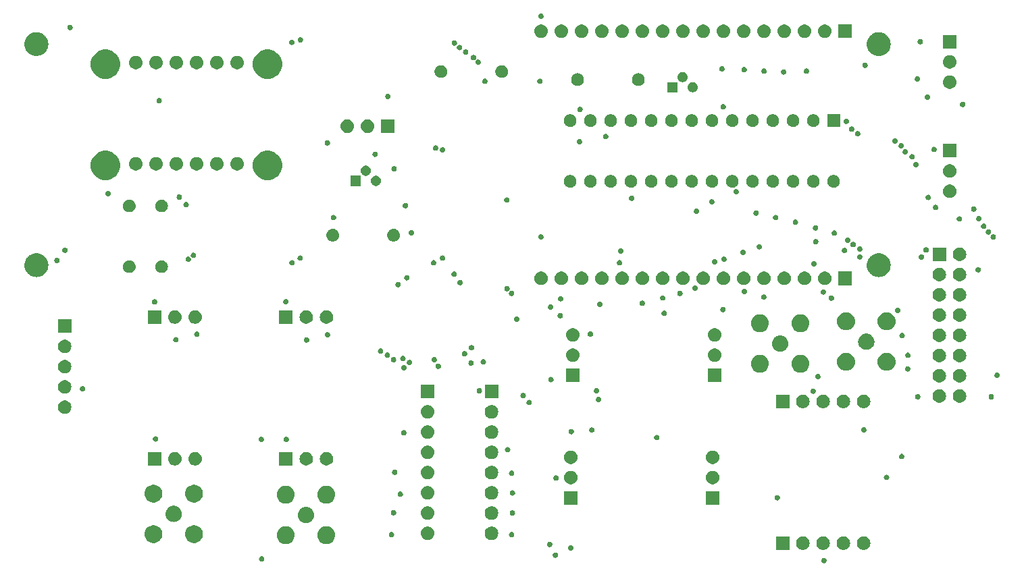
<source format=gts>
G04 #@! TF.GenerationSoftware,KiCad,Pcbnew,8.0.6*
G04 #@! TF.CreationDate,2025-04-04T16:39:19-04:00*
G04 #@! TF.ProjectId,Sea Wall Schematic 3,53656120-5761-46c6-9c20-536368656d61,rev?*
G04 #@! TF.SameCoordinates,Original*
G04 #@! TF.FileFunction,Soldermask,Top*
G04 #@! TF.FilePolarity,Negative*
%FSLAX46Y46*%
G04 Gerber Fmt 4.6, Leading zero omitted, Abs format (unit mm)*
G04 Created by KiCad (PCBNEW 8.0.6) date 2025-04-04 16:39:19*
%MOMM*%
%LPD*%
G01*
G04 APERTURE LIST*
G04 APERTURE END LIST*
G36*
X194128892Y-136887309D02*
G01*
X194159544Y-136887309D01*
X194183158Y-136895903D01*
X194205768Y-136899485D01*
X194237703Y-136915756D01*
X194271450Y-136928040D01*
X194286354Y-136940546D01*
X194301179Y-136948100D01*
X194331540Y-136978461D01*
X194362677Y-137004588D01*
X194369520Y-137016441D01*
X194376899Y-137023820D01*
X194400327Y-137069800D01*
X194422221Y-137107721D01*
X194423581Y-137115439D01*
X194425514Y-137119231D01*
X194436668Y-137189660D01*
X194442900Y-137225000D01*
X194436668Y-137260342D01*
X194425514Y-137330768D01*
X194423582Y-137334559D01*
X194422221Y-137342279D01*
X194400323Y-137380206D01*
X194376899Y-137426179D01*
X194369522Y-137433555D01*
X194362677Y-137445412D01*
X194331534Y-137471543D01*
X194301179Y-137501899D01*
X194286358Y-137509450D01*
X194271450Y-137521960D01*
X194237696Y-137534245D01*
X194205768Y-137550514D01*
X194183162Y-137554094D01*
X194159544Y-137562691D01*
X194128885Y-137562691D01*
X194100000Y-137567266D01*
X194071114Y-137562691D01*
X194040456Y-137562691D01*
X194016837Y-137554094D01*
X193994231Y-137550514D01*
X193962300Y-137534244D01*
X193928550Y-137521960D01*
X193913643Y-137509452D01*
X193898820Y-137501899D01*
X193868459Y-137471538D01*
X193837323Y-137445412D01*
X193830479Y-137433558D01*
X193823100Y-137426179D01*
X193799668Y-137380192D01*
X193777779Y-137342279D01*
X193776418Y-137334562D01*
X193774485Y-137330768D01*
X193763321Y-137260286D01*
X193757100Y-137225000D01*
X193763321Y-137189716D01*
X193774485Y-137119231D01*
X193776418Y-137115436D01*
X193777779Y-137107721D01*
X193799663Y-137069815D01*
X193823100Y-137023820D01*
X193830480Y-137016439D01*
X193837323Y-137004588D01*
X193868452Y-136978467D01*
X193898820Y-136948100D01*
X193913646Y-136940545D01*
X193928550Y-136928040D01*
X193962293Y-136915758D01*
X193994231Y-136899485D01*
X194016842Y-136895903D01*
X194040456Y-136887309D01*
X194071108Y-136887309D01*
X194100000Y-136882733D01*
X194128892Y-136887309D01*
G37*
G36*
X123653892Y-136687309D02*
G01*
X123684544Y-136687309D01*
X123708158Y-136695903D01*
X123730768Y-136699485D01*
X123762703Y-136715756D01*
X123796450Y-136728040D01*
X123811354Y-136740546D01*
X123826179Y-136748100D01*
X123856540Y-136778461D01*
X123887677Y-136804588D01*
X123894520Y-136816441D01*
X123901899Y-136823820D01*
X123925327Y-136869800D01*
X123947221Y-136907721D01*
X123948581Y-136915439D01*
X123950514Y-136919231D01*
X123961668Y-136989660D01*
X123967900Y-137025000D01*
X123961668Y-137060342D01*
X123950514Y-137130768D01*
X123948582Y-137134559D01*
X123947221Y-137142279D01*
X123925323Y-137180206D01*
X123901899Y-137226179D01*
X123894522Y-137233555D01*
X123887677Y-137245412D01*
X123856534Y-137271543D01*
X123826179Y-137301899D01*
X123811358Y-137309450D01*
X123796450Y-137321960D01*
X123762696Y-137334245D01*
X123730768Y-137350514D01*
X123708162Y-137354094D01*
X123684544Y-137362691D01*
X123653885Y-137362691D01*
X123625000Y-137367266D01*
X123596114Y-137362691D01*
X123565456Y-137362691D01*
X123541837Y-137354094D01*
X123519231Y-137350514D01*
X123487300Y-137334244D01*
X123453550Y-137321960D01*
X123438643Y-137309452D01*
X123423820Y-137301899D01*
X123393459Y-137271538D01*
X123362323Y-137245412D01*
X123355479Y-137233558D01*
X123348100Y-137226179D01*
X123324668Y-137180192D01*
X123302779Y-137142279D01*
X123301418Y-137134562D01*
X123299485Y-137130768D01*
X123288321Y-137060286D01*
X123282100Y-137025000D01*
X123288321Y-136989716D01*
X123299485Y-136919231D01*
X123301418Y-136915436D01*
X123302779Y-136907721D01*
X123324663Y-136869815D01*
X123348100Y-136823820D01*
X123355480Y-136816439D01*
X123362323Y-136804588D01*
X123393452Y-136778467D01*
X123423820Y-136748100D01*
X123438646Y-136740545D01*
X123453550Y-136728040D01*
X123487293Y-136715758D01*
X123519231Y-136699485D01*
X123541842Y-136695903D01*
X123565456Y-136687309D01*
X123596108Y-136687309D01*
X123625000Y-136682733D01*
X123653892Y-136687309D01*
G37*
G36*
X160478892Y-136212309D02*
G01*
X160509544Y-136212309D01*
X160533158Y-136220903D01*
X160555768Y-136224485D01*
X160587703Y-136240756D01*
X160621450Y-136253040D01*
X160636354Y-136265546D01*
X160651179Y-136273100D01*
X160681540Y-136303461D01*
X160712677Y-136329588D01*
X160719520Y-136341441D01*
X160726899Y-136348820D01*
X160750327Y-136394800D01*
X160772221Y-136432721D01*
X160773581Y-136440439D01*
X160775514Y-136444231D01*
X160786668Y-136514660D01*
X160792900Y-136550000D01*
X160786668Y-136585342D01*
X160775514Y-136655768D01*
X160773582Y-136659559D01*
X160772221Y-136667279D01*
X160750323Y-136705206D01*
X160726899Y-136751179D01*
X160719522Y-136758555D01*
X160712677Y-136770412D01*
X160681534Y-136796543D01*
X160651179Y-136826899D01*
X160636358Y-136834450D01*
X160621450Y-136846960D01*
X160587696Y-136859245D01*
X160555768Y-136875514D01*
X160533162Y-136879094D01*
X160509544Y-136887691D01*
X160478885Y-136887691D01*
X160450000Y-136892266D01*
X160421114Y-136887691D01*
X160390456Y-136887691D01*
X160366837Y-136879094D01*
X160344231Y-136875514D01*
X160312300Y-136859244D01*
X160278550Y-136846960D01*
X160263643Y-136834452D01*
X160248820Y-136826899D01*
X160218459Y-136796538D01*
X160187323Y-136770412D01*
X160180479Y-136758558D01*
X160173100Y-136751179D01*
X160149668Y-136705192D01*
X160127779Y-136667279D01*
X160126418Y-136659562D01*
X160124485Y-136655768D01*
X160113321Y-136585286D01*
X160107100Y-136550000D01*
X160113321Y-136514716D01*
X160124485Y-136444231D01*
X160126418Y-136440436D01*
X160127779Y-136432721D01*
X160149663Y-136394815D01*
X160173100Y-136348820D01*
X160180480Y-136341439D01*
X160187323Y-136329588D01*
X160218452Y-136303467D01*
X160248820Y-136273100D01*
X160263646Y-136265545D01*
X160278550Y-136253040D01*
X160312293Y-136240758D01*
X160344231Y-136224485D01*
X160366842Y-136220903D01*
X160390456Y-136212309D01*
X160421108Y-136212309D01*
X160450000Y-136207733D01*
X160478892Y-136212309D01*
G37*
G36*
X162399892Y-135312309D02*
G01*
X162430544Y-135312309D01*
X162454158Y-135320903D01*
X162476768Y-135324485D01*
X162508703Y-135340756D01*
X162542450Y-135353040D01*
X162557354Y-135365546D01*
X162572179Y-135373100D01*
X162602540Y-135403461D01*
X162633677Y-135429588D01*
X162640520Y-135441441D01*
X162647899Y-135448820D01*
X162671327Y-135494800D01*
X162693221Y-135532721D01*
X162694581Y-135540439D01*
X162696514Y-135544231D01*
X162707668Y-135614660D01*
X162713900Y-135650000D01*
X162707668Y-135685342D01*
X162696514Y-135755768D01*
X162694582Y-135759559D01*
X162693221Y-135767279D01*
X162671323Y-135805206D01*
X162647899Y-135851179D01*
X162640522Y-135858555D01*
X162633677Y-135870412D01*
X162602534Y-135896543D01*
X162572179Y-135926899D01*
X162557358Y-135934450D01*
X162542450Y-135946960D01*
X162508696Y-135959245D01*
X162476768Y-135975514D01*
X162454162Y-135979094D01*
X162430544Y-135987691D01*
X162399885Y-135987691D01*
X162371000Y-135992266D01*
X162342114Y-135987691D01*
X162311456Y-135987691D01*
X162287837Y-135979094D01*
X162265231Y-135975514D01*
X162233300Y-135959244D01*
X162199550Y-135946960D01*
X162184643Y-135934452D01*
X162169820Y-135926899D01*
X162139459Y-135896538D01*
X162108323Y-135870412D01*
X162101479Y-135858558D01*
X162094100Y-135851179D01*
X162070668Y-135805192D01*
X162048779Y-135767279D01*
X162047418Y-135759562D01*
X162045485Y-135755768D01*
X162034321Y-135685286D01*
X162028100Y-135650000D01*
X162034321Y-135614716D01*
X162045485Y-135544231D01*
X162047418Y-135540436D01*
X162048779Y-135532721D01*
X162070663Y-135494815D01*
X162094100Y-135448820D01*
X162101480Y-135441439D01*
X162108323Y-135429588D01*
X162139452Y-135403467D01*
X162169820Y-135373100D01*
X162184646Y-135365545D01*
X162199550Y-135353040D01*
X162233293Y-135340758D01*
X162265231Y-135324485D01*
X162287842Y-135320903D01*
X162311456Y-135312309D01*
X162342108Y-135312309D01*
X162371000Y-135307733D01*
X162399892Y-135312309D01*
G37*
G36*
X189765000Y-135905000D02*
G01*
X188065000Y-135905000D01*
X188065000Y-134205000D01*
X189765000Y-134205000D01*
X189765000Y-135905000D01*
G37*
G36*
X191717664Y-134246602D02*
G01*
X191880000Y-134318878D01*
X192023761Y-134423327D01*
X192142664Y-134555383D01*
X192231514Y-134709274D01*
X192286425Y-134878275D01*
X192305000Y-135055000D01*
X192286425Y-135231725D01*
X192231514Y-135400726D01*
X192142664Y-135554617D01*
X192023761Y-135686673D01*
X191880000Y-135791122D01*
X191717664Y-135863398D01*
X191543849Y-135900344D01*
X191366151Y-135900344D01*
X191192336Y-135863398D01*
X191030000Y-135791122D01*
X190886239Y-135686673D01*
X190767336Y-135554617D01*
X190678486Y-135400726D01*
X190623575Y-135231725D01*
X190605000Y-135055000D01*
X190623575Y-134878275D01*
X190678486Y-134709274D01*
X190767336Y-134555383D01*
X190886239Y-134423327D01*
X191030000Y-134318878D01*
X191192336Y-134246602D01*
X191366151Y-134209656D01*
X191543849Y-134209656D01*
X191717664Y-134246602D01*
G37*
G36*
X194257664Y-134246602D02*
G01*
X194420000Y-134318878D01*
X194563761Y-134423327D01*
X194682664Y-134555383D01*
X194771514Y-134709274D01*
X194826425Y-134878275D01*
X194845000Y-135055000D01*
X194826425Y-135231725D01*
X194771514Y-135400726D01*
X194682664Y-135554617D01*
X194563761Y-135686673D01*
X194420000Y-135791122D01*
X194257664Y-135863398D01*
X194083849Y-135900344D01*
X193906151Y-135900344D01*
X193732336Y-135863398D01*
X193570000Y-135791122D01*
X193426239Y-135686673D01*
X193307336Y-135554617D01*
X193218486Y-135400726D01*
X193163575Y-135231725D01*
X193145000Y-135055000D01*
X193163575Y-134878275D01*
X193218486Y-134709274D01*
X193307336Y-134555383D01*
X193426239Y-134423327D01*
X193570000Y-134318878D01*
X193732336Y-134246602D01*
X193906151Y-134209656D01*
X194083849Y-134209656D01*
X194257664Y-134246602D01*
G37*
G36*
X196797664Y-134246602D02*
G01*
X196960000Y-134318878D01*
X197103761Y-134423327D01*
X197222664Y-134555383D01*
X197311514Y-134709274D01*
X197366425Y-134878275D01*
X197385000Y-135055000D01*
X197366425Y-135231725D01*
X197311514Y-135400726D01*
X197222664Y-135554617D01*
X197103761Y-135686673D01*
X196960000Y-135791122D01*
X196797664Y-135863398D01*
X196623849Y-135900344D01*
X196446151Y-135900344D01*
X196272336Y-135863398D01*
X196110000Y-135791122D01*
X195966239Y-135686673D01*
X195847336Y-135554617D01*
X195758486Y-135400726D01*
X195703575Y-135231725D01*
X195685000Y-135055000D01*
X195703575Y-134878275D01*
X195758486Y-134709274D01*
X195847336Y-134555383D01*
X195966239Y-134423327D01*
X196110000Y-134318878D01*
X196272336Y-134246602D01*
X196446151Y-134209656D01*
X196623849Y-134209656D01*
X196797664Y-134246602D01*
G37*
G36*
X199337664Y-134246602D02*
G01*
X199500000Y-134318878D01*
X199643761Y-134423327D01*
X199762664Y-134555383D01*
X199851514Y-134709274D01*
X199906425Y-134878275D01*
X199925000Y-135055000D01*
X199906425Y-135231725D01*
X199851514Y-135400726D01*
X199762664Y-135554617D01*
X199643761Y-135686673D01*
X199500000Y-135791122D01*
X199337664Y-135863398D01*
X199163849Y-135900344D01*
X198986151Y-135900344D01*
X198812336Y-135863398D01*
X198650000Y-135791122D01*
X198506239Y-135686673D01*
X198387336Y-135554617D01*
X198298486Y-135400726D01*
X198243575Y-135231725D01*
X198225000Y-135055000D01*
X198243575Y-134878275D01*
X198298486Y-134709274D01*
X198387336Y-134555383D01*
X198506239Y-134423327D01*
X198650000Y-134318878D01*
X198812336Y-134246602D01*
X198986151Y-134209656D01*
X199163849Y-134209656D01*
X199337664Y-134246602D01*
G37*
G36*
X159753892Y-134862309D02*
G01*
X159784544Y-134862309D01*
X159808158Y-134870903D01*
X159830768Y-134874485D01*
X159862703Y-134890756D01*
X159896450Y-134903040D01*
X159911354Y-134915546D01*
X159926179Y-134923100D01*
X159956540Y-134953461D01*
X159987677Y-134979588D01*
X159994520Y-134991441D01*
X160001899Y-134998820D01*
X160025327Y-135044800D01*
X160047221Y-135082721D01*
X160048581Y-135090439D01*
X160050514Y-135094231D01*
X160061668Y-135164660D01*
X160067900Y-135200000D01*
X160061668Y-135235342D01*
X160050514Y-135305768D01*
X160048582Y-135309559D01*
X160047221Y-135317279D01*
X160025323Y-135355206D01*
X160001899Y-135401179D01*
X159994522Y-135408555D01*
X159987677Y-135420412D01*
X159956534Y-135446543D01*
X159926179Y-135476899D01*
X159911358Y-135484450D01*
X159896450Y-135496960D01*
X159862696Y-135509245D01*
X159830768Y-135525514D01*
X159808162Y-135529094D01*
X159784544Y-135537691D01*
X159753885Y-135537691D01*
X159725000Y-135542266D01*
X159696114Y-135537691D01*
X159665456Y-135537691D01*
X159641837Y-135529094D01*
X159619231Y-135525514D01*
X159587300Y-135509244D01*
X159553550Y-135496960D01*
X159538643Y-135484452D01*
X159523820Y-135476899D01*
X159493459Y-135446538D01*
X159462323Y-135420412D01*
X159455479Y-135408558D01*
X159448100Y-135401179D01*
X159424668Y-135355192D01*
X159402779Y-135317279D01*
X159401418Y-135309562D01*
X159399485Y-135305768D01*
X159388321Y-135235286D01*
X159382100Y-135200000D01*
X159388321Y-135164716D01*
X159399485Y-135094231D01*
X159401418Y-135090436D01*
X159402779Y-135082721D01*
X159424663Y-135044815D01*
X159448100Y-134998820D01*
X159455480Y-134991439D01*
X159462323Y-134979588D01*
X159493452Y-134953467D01*
X159523820Y-134923100D01*
X159538646Y-134915545D01*
X159553550Y-134903040D01*
X159587293Y-134890758D01*
X159619231Y-134874485D01*
X159641842Y-134870903D01*
X159665456Y-134862309D01*
X159696108Y-134862309D01*
X159725000Y-134857733D01*
X159753892Y-134862309D01*
G37*
G36*
X126943871Y-132952946D02*
G01*
X127137456Y-133027941D01*
X127313964Y-133137231D01*
X127467385Y-133277092D01*
X127592494Y-133442764D01*
X127685031Y-133628603D01*
X127741845Y-133828282D01*
X127761000Y-134035000D01*
X127741845Y-134241718D01*
X127685031Y-134441397D01*
X127592494Y-134627236D01*
X127467385Y-134792908D01*
X127313964Y-134932769D01*
X127137456Y-135042059D01*
X126943871Y-135117054D01*
X126739802Y-135155201D01*
X126532198Y-135155201D01*
X126328129Y-135117054D01*
X126134544Y-135042059D01*
X125958036Y-134932769D01*
X125804615Y-134792908D01*
X125679506Y-134627236D01*
X125586969Y-134441397D01*
X125530155Y-134241718D01*
X125511000Y-134035000D01*
X125530155Y-133828282D01*
X125586969Y-133628603D01*
X125679506Y-133442764D01*
X125804615Y-133277092D01*
X125958036Y-133137231D01*
X126134544Y-133027941D01*
X126328129Y-132952946D01*
X126532198Y-132914799D01*
X126739802Y-132914799D01*
X126943871Y-132952946D01*
G37*
G36*
X132023871Y-132952946D02*
G01*
X132217456Y-133027941D01*
X132393964Y-133137231D01*
X132547385Y-133277092D01*
X132672494Y-133442764D01*
X132765031Y-133628603D01*
X132821845Y-133828282D01*
X132841000Y-134035000D01*
X132821845Y-134241718D01*
X132765031Y-134441397D01*
X132672494Y-134627236D01*
X132547385Y-134792908D01*
X132393964Y-134932769D01*
X132217456Y-135042059D01*
X132023871Y-135117054D01*
X131819802Y-135155201D01*
X131612198Y-135155201D01*
X131408129Y-135117054D01*
X131214544Y-135042059D01*
X131038036Y-134932769D01*
X130884615Y-134792908D01*
X130759506Y-134627236D01*
X130666969Y-134441397D01*
X130610155Y-134241718D01*
X130591000Y-134035000D01*
X130610155Y-133828282D01*
X130666969Y-133628603D01*
X130759506Y-133442764D01*
X130884615Y-133277092D01*
X131038036Y-133137231D01*
X131214544Y-133027941D01*
X131408129Y-132952946D01*
X131612198Y-132914799D01*
X131819802Y-132914799D01*
X132023871Y-132952946D01*
G37*
G36*
X110368871Y-132827946D02*
G01*
X110562456Y-132902941D01*
X110738964Y-133012231D01*
X110892385Y-133152092D01*
X111017494Y-133317764D01*
X111110031Y-133503603D01*
X111166845Y-133703282D01*
X111186000Y-133910000D01*
X111166845Y-134116718D01*
X111110031Y-134316397D01*
X111017494Y-134502236D01*
X110892385Y-134667908D01*
X110738964Y-134807769D01*
X110562456Y-134917059D01*
X110368871Y-134992054D01*
X110164802Y-135030201D01*
X109957198Y-135030201D01*
X109753129Y-134992054D01*
X109559544Y-134917059D01*
X109383036Y-134807769D01*
X109229615Y-134667908D01*
X109104506Y-134502236D01*
X109011969Y-134316397D01*
X108955155Y-134116718D01*
X108936000Y-133910000D01*
X108955155Y-133703282D01*
X109011969Y-133503603D01*
X109104506Y-133317764D01*
X109229615Y-133152092D01*
X109383036Y-133012231D01*
X109559544Y-132902941D01*
X109753129Y-132827946D01*
X109957198Y-132789799D01*
X110164802Y-132789799D01*
X110368871Y-132827946D01*
G37*
G36*
X115448871Y-132827946D02*
G01*
X115642456Y-132902941D01*
X115818964Y-133012231D01*
X115972385Y-133152092D01*
X116097494Y-133317764D01*
X116190031Y-133503603D01*
X116246845Y-133703282D01*
X116266000Y-133910000D01*
X116246845Y-134116718D01*
X116190031Y-134316397D01*
X116097494Y-134502236D01*
X115972385Y-134667908D01*
X115818964Y-134807769D01*
X115642456Y-134917059D01*
X115448871Y-134992054D01*
X115244802Y-135030201D01*
X115037198Y-135030201D01*
X114833129Y-134992054D01*
X114639544Y-134917059D01*
X114463036Y-134807769D01*
X114309615Y-134667908D01*
X114184506Y-134502236D01*
X114091969Y-134316397D01*
X114035155Y-134116718D01*
X114016000Y-133910000D01*
X114035155Y-133703282D01*
X114091969Y-133503603D01*
X114184506Y-133317764D01*
X114309615Y-133152092D01*
X114463036Y-133012231D01*
X114639544Y-132902941D01*
X114833129Y-132827946D01*
X115037198Y-132789799D01*
X115244802Y-132789799D01*
X115448871Y-132827946D01*
G37*
G36*
X144687664Y-132996602D02*
G01*
X144850000Y-133068878D01*
X144993761Y-133173327D01*
X145112664Y-133305383D01*
X145201514Y-133459274D01*
X145256425Y-133628275D01*
X145275000Y-133805000D01*
X145256425Y-133981725D01*
X145201514Y-134150726D01*
X145112664Y-134304617D01*
X144993761Y-134436673D01*
X144850000Y-134541122D01*
X144687664Y-134613398D01*
X144513849Y-134650344D01*
X144336151Y-134650344D01*
X144162336Y-134613398D01*
X144000000Y-134541122D01*
X143856239Y-134436673D01*
X143737336Y-134304617D01*
X143648486Y-134150726D01*
X143593575Y-133981725D01*
X143575000Y-133805000D01*
X143593575Y-133628275D01*
X143648486Y-133459274D01*
X143737336Y-133305383D01*
X143856239Y-133173327D01*
X144000000Y-133068878D01*
X144162336Y-132996602D01*
X144336151Y-132959656D01*
X144513849Y-132959656D01*
X144687664Y-132996602D01*
G37*
G36*
X152687664Y-132996602D02*
G01*
X152850000Y-133068878D01*
X152993761Y-133173327D01*
X153112664Y-133305383D01*
X153201514Y-133459274D01*
X153256425Y-133628275D01*
X153275000Y-133805000D01*
X153256425Y-133981725D01*
X153201514Y-134150726D01*
X153112664Y-134304617D01*
X152993761Y-134436673D01*
X152850000Y-134541122D01*
X152687664Y-134613398D01*
X152513849Y-134650344D01*
X152336151Y-134650344D01*
X152162336Y-134613398D01*
X152000000Y-134541122D01*
X151856239Y-134436673D01*
X151737336Y-134304617D01*
X151648486Y-134150726D01*
X151593575Y-133981725D01*
X151575000Y-133805000D01*
X151593575Y-133628275D01*
X151648486Y-133459274D01*
X151737336Y-133305383D01*
X151856239Y-133173327D01*
X152000000Y-133068878D01*
X152162336Y-132996602D01*
X152336151Y-132959656D01*
X152513849Y-132959656D01*
X152687664Y-132996602D01*
G37*
G36*
X139928892Y-133637309D02*
G01*
X139959544Y-133637309D01*
X139983158Y-133645903D01*
X140005768Y-133649485D01*
X140037703Y-133665756D01*
X140071450Y-133678040D01*
X140086354Y-133690546D01*
X140101179Y-133698100D01*
X140131540Y-133728461D01*
X140162677Y-133754588D01*
X140169520Y-133766441D01*
X140176899Y-133773820D01*
X140200327Y-133819800D01*
X140222221Y-133857721D01*
X140223581Y-133865439D01*
X140225514Y-133869231D01*
X140236668Y-133939660D01*
X140242900Y-133975000D01*
X140236668Y-134010342D01*
X140225514Y-134080768D01*
X140223582Y-134084559D01*
X140222221Y-134092279D01*
X140200323Y-134130206D01*
X140176899Y-134176179D01*
X140169522Y-134183555D01*
X140162677Y-134195412D01*
X140131534Y-134221543D01*
X140101179Y-134251899D01*
X140086358Y-134259450D01*
X140071450Y-134271960D01*
X140037696Y-134284245D01*
X140005768Y-134300514D01*
X139983162Y-134304094D01*
X139959544Y-134312691D01*
X139928885Y-134312691D01*
X139900000Y-134317266D01*
X139871114Y-134312691D01*
X139840456Y-134312691D01*
X139816837Y-134304094D01*
X139794231Y-134300514D01*
X139762300Y-134284244D01*
X139728550Y-134271960D01*
X139713643Y-134259452D01*
X139698820Y-134251899D01*
X139668459Y-134221538D01*
X139637323Y-134195412D01*
X139630479Y-134183558D01*
X139623100Y-134176179D01*
X139599668Y-134130192D01*
X139577779Y-134092279D01*
X139576418Y-134084562D01*
X139574485Y-134080768D01*
X139563321Y-134010286D01*
X139557100Y-133975000D01*
X139563321Y-133939716D01*
X139574485Y-133869231D01*
X139576418Y-133865436D01*
X139577779Y-133857721D01*
X139599663Y-133819815D01*
X139623100Y-133773820D01*
X139630480Y-133766439D01*
X139637323Y-133754588D01*
X139668452Y-133728467D01*
X139698820Y-133698100D01*
X139713646Y-133690545D01*
X139728550Y-133678040D01*
X139762293Y-133665758D01*
X139794231Y-133649485D01*
X139816842Y-133645903D01*
X139840456Y-133637309D01*
X139871108Y-133637309D01*
X139900000Y-133632733D01*
X139928892Y-133637309D01*
G37*
G36*
X154978892Y-133637309D02*
G01*
X155009544Y-133637309D01*
X155033158Y-133645903D01*
X155055768Y-133649485D01*
X155087703Y-133665756D01*
X155121450Y-133678040D01*
X155136354Y-133690546D01*
X155151179Y-133698100D01*
X155181540Y-133728461D01*
X155212677Y-133754588D01*
X155219520Y-133766441D01*
X155226899Y-133773820D01*
X155250327Y-133819800D01*
X155272221Y-133857721D01*
X155273581Y-133865439D01*
X155275514Y-133869231D01*
X155286668Y-133939660D01*
X155292900Y-133975000D01*
X155286668Y-134010342D01*
X155275514Y-134080768D01*
X155273582Y-134084559D01*
X155272221Y-134092279D01*
X155250323Y-134130206D01*
X155226899Y-134176179D01*
X155219522Y-134183555D01*
X155212677Y-134195412D01*
X155181534Y-134221543D01*
X155151179Y-134251899D01*
X155136358Y-134259450D01*
X155121450Y-134271960D01*
X155087696Y-134284245D01*
X155055768Y-134300514D01*
X155033162Y-134304094D01*
X155009544Y-134312691D01*
X154978885Y-134312691D01*
X154950000Y-134317266D01*
X154921114Y-134312691D01*
X154890456Y-134312691D01*
X154866837Y-134304094D01*
X154844231Y-134300514D01*
X154812300Y-134284244D01*
X154778550Y-134271960D01*
X154763643Y-134259452D01*
X154748820Y-134251899D01*
X154718459Y-134221538D01*
X154687323Y-134195412D01*
X154680479Y-134183558D01*
X154673100Y-134176179D01*
X154649668Y-134130192D01*
X154627779Y-134092279D01*
X154626418Y-134084562D01*
X154624485Y-134080768D01*
X154613321Y-134010286D01*
X154607100Y-133975000D01*
X154613321Y-133939716D01*
X154624485Y-133869231D01*
X154626418Y-133865436D01*
X154627779Y-133857721D01*
X154649663Y-133819815D01*
X154673100Y-133773820D01*
X154680480Y-133766439D01*
X154687323Y-133754588D01*
X154718452Y-133728467D01*
X154748820Y-133698100D01*
X154763646Y-133690545D01*
X154778550Y-133678040D01*
X154812293Y-133665758D01*
X154844231Y-133649485D01*
X154866842Y-133645903D01*
X154890456Y-133637309D01*
X154921108Y-133637309D01*
X154950000Y-133632733D01*
X154978892Y-133637309D01*
G37*
G36*
X129222593Y-130474589D02*
G01*
X129270555Y-130474589D01*
X129323966Y-130484573D01*
X129375968Y-130489695D01*
X129415474Y-130501679D01*
X129456441Y-130509337D01*
X129513181Y-130531317D01*
X129568251Y-130548023D01*
X129599712Y-130564839D01*
X129632788Y-130577653D01*
X129690265Y-130613242D01*
X129745459Y-130642744D01*
X129768649Y-130661775D01*
X129793568Y-130677205D01*
X129848781Y-130727538D01*
X129900784Y-130770216D01*
X129916193Y-130788992D01*
X129933325Y-130804610D01*
X129983058Y-130870467D01*
X130028256Y-130925541D01*
X130036996Y-130941893D01*
X130047287Y-130955520D01*
X130088221Y-131037726D01*
X130122977Y-131102749D01*
X130126684Y-131114969D01*
X130131580Y-131124802D01*
X130160495Y-131226432D01*
X130181305Y-131295032D01*
X130181988Y-131301974D01*
X130183333Y-131306699D01*
X130197314Y-131457576D01*
X130201000Y-131495000D01*
X130197313Y-131532426D01*
X130183333Y-131683300D01*
X130181988Y-131688024D01*
X130181305Y-131694968D01*
X130160491Y-131763582D01*
X130131580Y-131865197D01*
X130126684Y-131875027D01*
X130122977Y-131887251D01*
X130088213Y-131952287D01*
X130047287Y-132034479D01*
X130036998Y-132048103D01*
X130028256Y-132064459D01*
X129983048Y-132119544D01*
X129933325Y-132185389D01*
X129916197Y-132201003D01*
X129900784Y-132219784D01*
X129848770Y-132262470D01*
X129793568Y-132312794D01*
X129768654Y-132328220D01*
X129745459Y-132347256D01*
X129690254Y-132376764D01*
X129632788Y-132412346D01*
X129599718Y-132425156D01*
X129568251Y-132441977D01*
X129513169Y-132458685D01*
X129456441Y-132480662D01*
X129415481Y-132488318D01*
X129375968Y-132500305D01*
X129323963Y-132505426D01*
X129270555Y-132515411D01*
X129222593Y-132515411D01*
X129176000Y-132520000D01*
X129129407Y-132515411D01*
X129081445Y-132515411D01*
X129028035Y-132505426D01*
X128976032Y-132500305D01*
X128936520Y-132488319D01*
X128895558Y-132480662D01*
X128838826Y-132458684D01*
X128783749Y-132441977D01*
X128752283Y-132425158D01*
X128719211Y-132412346D01*
X128661738Y-132376760D01*
X128606541Y-132347256D01*
X128583348Y-132328222D01*
X128558431Y-132312794D01*
X128503219Y-132262462D01*
X128451216Y-132219784D01*
X128435805Y-132201006D01*
X128418674Y-132185389D01*
X128368938Y-132119529D01*
X128323744Y-132064459D01*
X128315003Y-132048107D01*
X128304712Y-132034479D01*
X128263771Y-131952259D01*
X128229023Y-131887251D01*
X128225316Y-131875032D01*
X128220419Y-131865197D01*
X128191492Y-131763529D01*
X128170695Y-131694968D01*
X128170011Y-131688029D01*
X128168666Y-131683300D01*
X128154669Y-131532254D01*
X128151000Y-131495000D01*
X128154668Y-131457748D01*
X128168666Y-131306699D01*
X128170011Y-131301969D01*
X128170695Y-131295032D01*
X128191488Y-131226486D01*
X128220419Y-131124802D01*
X128225317Y-131114964D01*
X128229023Y-131102749D01*
X128263764Y-131037753D01*
X128304712Y-130955520D01*
X128315005Y-130941888D01*
X128323744Y-130925541D01*
X128368929Y-130870482D01*
X128418674Y-130804610D01*
X128435809Y-130788989D01*
X128451216Y-130770216D01*
X128503208Y-130727546D01*
X128558431Y-130677205D01*
X128583353Y-130661773D01*
X128606541Y-130642744D01*
X128661726Y-130613246D01*
X128719211Y-130577653D01*
X128752290Y-130564838D01*
X128783749Y-130548023D01*
X128838814Y-130531319D01*
X128895558Y-130509337D01*
X128936526Y-130501678D01*
X128976032Y-130489695D01*
X129028032Y-130484573D01*
X129081445Y-130474589D01*
X129129407Y-130474589D01*
X129176000Y-130470000D01*
X129222593Y-130474589D01*
G37*
G36*
X112647593Y-130349589D02*
G01*
X112695555Y-130349589D01*
X112748966Y-130359573D01*
X112800968Y-130364695D01*
X112840474Y-130376679D01*
X112881441Y-130384337D01*
X112938181Y-130406317D01*
X112993251Y-130423023D01*
X113024712Y-130439839D01*
X113057788Y-130452653D01*
X113115265Y-130488242D01*
X113170459Y-130517744D01*
X113193649Y-130536775D01*
X113218568Y-130552205D01*
X113273781Y-130602538D01*
X113325784Y-130645216D01*
X113341193Y-130663992D01*
X113358325Y-130679610D01*
X113408058Y-130745467D01*
X113453256Y-130800541D01*
X113461996Y-130816893D01*
X113472287Y-130830520D01*
X113513221Y-130912726D01*
X113547977Y-130977749D01*
X113551684Y-130989969D01*
X113556580Y-130999802D01*
X113585495Y-131101432D01*
X113606305Y-131170032D01*
X113606988Y-131176974D01*
X113608333Y-131181699D01*
X113622314Y-131332576D01*
X113626000Y-131370000D01*
X113622313Y-131407426D01*
X113608333Y-131558300D01*
X113606988Y-131563024D01*
X113606305Y-131569968D01*
X113585491Y-131638582D01*
X113556580Y-131740197D01*
X113551684Y-131750027D01*
X113547977Y-131762251D01*
X113513213Y-131827287D01*
X113472287Y-131909479D01*
X113461998Y-131923103D01*
X113453256Y-131939459D01*
X113408048Y-131994544D01*
X113358325Y-132060389D01*
X113341197Y-132076003D01*
X113325784Y-132094784D01*
X113273770Y-132137470D01*
X113218568Y-132187794D01*
X113193654Y-132203220D01*
X113170459Y-132222256D01*
X113115254Y-132251764D01*
X113057788Y-132287346D01*
X113024718Y-132300156D01*
X112993251Y-132316977D01*
X112938169Y-132333685D01*
X112881441Y-132355662D01*
X112840481Y-132363318D01*
X112800968Y-132375305D01*
X112748963Y-132380426D01*
X112695555Y-132390411D01*
X112647593Y-132390411D01*
X112601000Y-132395000D01*
X112554407Y-132390411D01*
X112506445Y-132390411D01*
X112453035Y-132380426D01*
X112401032Y-132375305D01*
X112361520Y-132363319D01*
X112320558Y-132355662D01*
X112263826Y-132333684D01*
X112208749Y-132316977D01*
X112177283Y-132300158D01*
X112144211Y-132287346D01*
X112086738Y-132251760D01*
X112031541Y-132222256D01*
X112008348Y-132203222D01*
X111983431Y-132187794D01*
X111928219Y-132137462D01*
X111876216Y-132094784D01*
X111860805Y-132076006D01*
X111843674Y-132060389D01*
X111793938Y-131994529D01*
X111748744Y-131939459D01*
X111740003Y-131923107D01*
X111729712Y-131909479D01*
X111688771Y-131827259D01*
X111654023Y-131762251D01*
X111650316Y-131750032D01*
X111645419Y-131740197D01*
X111616492Y-131638529D01*
X111595695Y-131569968D01*
X111595011Y-131563029D01*
X111593666Y-131558300D01*
X111579669Y-131407254D01*
X111576000Y-131370000D01*
X111579668Y-131332748D01*
X111593666Y-131181699D01*
X111595011Y-131176969D01*
X111595695Y-131170032D01*
X111616488Y-131101486D01*
X111645419Y-130999802D01*
X111650317Y-130989964D01*
X111654023Y-130977749D01*
X111688764Y-130912753D01*
X111729712Y-130830520D01*
X111740005Y-130816888D01*
X111748744Y-130800541D01*
X111793929Y-130745482D01*
X111843674Y-130679610D01*
X111860809Y-130663989D01*
X111876216Y-130645216D01*
X111928208Y-130602546D01*
X111983431Y-130552205D01*
X112008353Y-130536773D01*
X112031541Y-130517744D01*
X112086726Y-130488246D01*
X112144211Y-130452653D01*
X112177290Y-130439838D01*
X112208749Y-130423023D01*
X112263814Y-130406319D01*
X112320558Y-130384337D01*
X112361526Y-130376678D01*
X112401032Y-130364695D01*
X112453032Y-130359573D01*
X112506445Y-130349589D01*
X112554407Y-130349589D01*
X112601000Y-130345000D01*
X112647593Y-130349589D01*
G37*
G36*
X144687664Y-130456602D02*
G01*
X144850000Y-130528878D01*
X144993761Y-130633327D01*
X145112664Y-130765383D01*
X145201514Y-130919274D01*
X145256425Y-131088275D01*
X145275000Y-131265000D01*
X145256425Y-131441725D01*
X145201514Y-131610726D01*
X145112664Y-131764617D01*
X144993761Y-131896673D01*
X144850000Y-132001122D01*
X144687664Y-132073398D01*
X144513849Y-132110344D01*
X144336151Y-132110344D01*
X144162336Y-132073398D01*
X144000000Y-132001122D01*
X143856239Y-131896673D01*
X143737336Y-131764617D01*
X143648486Y-131610726D01*
X143593575Y-131441725D01*
X143575000Y-131265000D01*
X143593575Y-131088275D01*
X143648486Y-130919274D01*
X143737336Y-130765383D01*
X143856239Y-130633327D01*
X144000000Y-130528878D01*
X144162336Y-130456602D01*
X144336151Y-130419656D01*
X144513849Y-130419656D01*
X144687664Y-130456602D01*
G37*
G36*
X152687664Y-130456602D02*
G01*
X152850000Y-130528878D01*
X152993761Y-130633327D01*
X153112664Y-130765383D01*
X153201514Y-130919274D01*
X153256425Y-131088275D01*
X153275000Y-131265000D01*
X153256425Y-131441725D01*
X153201514Y-131610726D01*
X153112664Y-131764617D01*
X152993761Y-131896673D01*
X152850000Y-132001122D01*
X152687664Y-132073398D01*
X152513849Y-132110344D01*
X152336151Y-132110344D01*
X152162336Y-132073398D01*
X152000000Y-132001122D01*
X151856239Y-131896673D01*
X151737336Y-131764617D01*
X151648486Y-131610726D01*
X151593575Y-131441725D01*
X151575000Y-131265000D01*
X151593575Y-131088275D01*
X151648486Y-130919274D01*
X151737336Y-130765383D01*
X151856239Y-130633327D01*
X152000000Y-130528878D01*
X152162336Y-130456602D01*
X152336151Y-130419656D01*
X152513849Y-130419656D01*
X152687664Y-130456602D01*
G37*
G36*
X155078892Y-130912309D02*
G01*
X155109544Y-130912309D01*
X155133158Y-130920903D01*
X155155768Y-130924485D01*
X155187703Y-130940756D01*
X155221450Y-130953040D01*
X155236354Y-130965546D01*
X155251179Y-130973100D01*
X155281540Y-131003461D01*
X155312677Y-131029588D01*
X155319520Y-131041441D01*
X155326899Y-131048820D01*
X155350327Y-131094800D01*
X155372221Y-131132721D01*
X155373581Y-131140439D01*
X155375514Y-131144231D01*
X155386668Y-131214660D01*
X155392900Y-131250000D01*
X155386668Y-131285342D01*
X155375514Y-131355768D01*
X155373582Y-131359559D01*
X155372221Y-131367279D01*
X155350323Y-131405206D01*
X155326899Y-131451179D01*
X155319522Y-131458555D01*
X155312677Y-131470412D01*
X155281534Y-131496543D01*
X155251179Y-131526899D01*
X155236358Y-131534450D01*
X155221450Y-131546960D01*
X155187696Y-131559245D01*
X155155768Y-131575514D01*
X155133162Y-131579094D01*
X155109544Y-131587691D01*
X155078885Y-131587691D01*
X155050000Y-131592266D01*
X155021114Y-131587691D01*
X154990456Y-131587691D01*
X154966837Y-131579094D01*
X154944231Y-131575514D01*
X154912300Y-131559244D01*
X154878550Y-131546960D01*
X154863643Y-131534452D01*
X154848820Y-131526899D01*
X154818459Y-131496538D01*
X154787323Y-131470412D01*
X154780479Y-131458558D01*
X154773100Y-131451179D01*
X154749668Y-131405192D01*
X154727779Y-131367279D01*
X154726418Y-131359562D01*
X154724485Y-131355768D01*
X154713321Y-131285286D01*
X154707100Y-131250000D01*
X154713321Y-131214716D01*
X154724485Y-131144231D01*
X154726418Y-131140436D01*
X154727779Y-131132721D01*
X154749663Y-131094815D01*
X154773100Y-131048820D01*
X154780480Y-131041439D01*
X154787323Y-131029588D01*
X154818452Y-131003467D01*
X154848820Y-130973100D01*
X154863646Y-130965545D01*
X154878550Y-130953040D01*
X154912293Y-130940758D01*
X154944231Y-130924485D01*
X154966842Y-130920903D01*
X154990456Y-130912309D01*
X155021108Y-130912309D01*
X155050000Y-130907733D01*
X155078892Y-130912309D01*
G37*
G36*
X140178892Y-130887309D02*
G01*
X140209544Y-130887309D01*
X140233158Y-130895903D01*
X140255768Y-130899485D01*
X140287703Y-130915756D01*
X140321450Y-130928040D01*
X140336354Y-130940546D01*
X140351179Y-130948100D01*
X140381540Y-130978461D01*
X140412677Y-131004588D01*
X140419520Y-131016441D01*
X140426899Y-131023820D01*
X140450327Y-131069800D01*
X140472221Y-131107721D01*
X140473581Y-131115439D01*
X140475514Y-131119231D01*
X140486668Y-131189660D01*
X140492900Y-131225000D01*
X140486668Y-131260342D01*
X140475514Y-131330768D01*
X140473582Y-131334559D01*
X140472221Y-131342279D01*
X140450323Y-131380206D01*
X140426899Y-131426179D01*
X140419522Y-131433555D01*
X140412677Y-131445412D01*
X140381534Y-131471543D01*
X140351179Y-131501899D01*
X140336358Y-131509450D01*
X140321450Y-131521960D01*
X140287696Y-131534245D01*
X140255768Y-131550514D01*
X140233162Y-131554094D01*
X140209544Y-131562691D01*
X140178885Y-131562691D01*
X140150000Y-131567266D01*
X140121114Y-131562691D01*
X140090456Y-131562691D01*
X140066837Y-131554094D01*
X140044231Y-131550514D01*
X140012300Y-131534244D01*
X139978550Y-131521960D01*
X139963643Y-131509452D01*
X139948820Y-131501899D01*
X139918459Y-131471538D01*
X139887323Y-131445412D01*
X139880479Y-131433558D01*
X139873100Y-131426179D01*
X139849668Y-131380192D01*
X139827779Y-131342279D01*
X139826418Y-131334562D01*
X139824485Y-131330768D01*
X139813321Y-131260286D01*
X139807100Y-131225000D01*
X139813321Y-131189716D01*
X139824485Y-131119231D01*
X139826418Y-131115436D01*
X139827779Y-131107721D01*
X139849663Y-131069815D01*
X139873100Y-131023820D01*
X139880480Y-131016439D01*
X139887323Y-131004588D01*
X139918452Y-130978467D01*
X139948820Y-130948100D01*
X139963646Y-130940545D01*
X139978550Y-130928040D01*
X140012293Y-130915758D01*
X140044231Y-130899485D01*
X140066842Y-130895903D01*
X140090456Y-130887309D01*
X140121108Y-130887309D01*
X140150000Y-130882733D01*
X140178892Y-130887309D01*
G37*
G36*
X163221000Y-130198000D02*
G01*
X161521000Y-130198000D01*
X161521000Y-128498000D01*
X163221000Y-128498000D01*
X163221000Y-130198000D01*
G37*
G36*
X181001000Y-130198000D02*
G01*
X179301000Y-130198000D01*
X179301000Y-128498000D01*
X181001000Y-128498000D01*
X181001000Y-130198000D01*
G37*
G36*
X126943871Y-127872946D02*
G01*
X127137456Y-127947941D01*
X127313964Y-128057231D01*
X127467385Y-128197092D01*
X127592494Y-128362764D01*
X127685031Y-128548603D01*
X127741845Y-128748282D01*
X127761000Y-128955000D01*
X127741845Y-129161718D01*
X127685031Y-129361397D01*
X127592494Y-129547236D01*
X127467385Y-129712908D01*
X127313964Y-129852769D01*
X127137456Y-129962059D01*
X126943871Y-130037054D01*
X126739802Y-130075201D01*
X126532198Y-130075201D01*
X126328129Y-130037054D01*
X126134544Y-129962059D01*
X125958036Y-129852769D01*
X125804615Y-129712908D01*
X125679506Y-129547236D01*
X125586969Y-129361397D01*
X125530155Y-129161718D01*
X125511000Y-128955000D01*
X125530155Y-128748282D01*
X125586969Y-128548603D01*
X125679506Y-128362764D01*
X125804615Y-128197092D01*
X125958036Y-128057231D01*
X126134544Y-127947941D01*
X126328129Y-127872946D01*
X126532198Y-127834799D01*
X126739802Y-127834799D01*
X126943871Y-127872946D01*
G37*
G36*
X132023871Y-127872946D02*
G01*
X132217456Y-127947941D01*
X132393964Y-128057231D01*
X132547385Y-128197092D01*
X132672494Y-128362764D01*
X132765031Y-128548603D01*
X132821845Y-128748282D01*
X132841000Y-128955000D01*
X132821845Y-129161718D01*
X132765031Y-129361397D01*
X132672494Y-129547236D01*
X132547385Y-129712908D01*
X132393964Y-129852769D01*
X132217456Y-129962059D01*
X132023871Y-130037054D01*
X131819802Y-130075201D01*
X131612198Y-130075201D01*
X131408129Y-130037054D01*
X131214544Y-129962059D01*
X131038036Y-129852769D01*
X130884615Y-129712908D01*
X130759506Y-129547236D01*
X130666969Y-129361397D01*
X130610155Y-129161718D01*
X130591000Y-128955000D01*
X130610155Y-128748282D01*
X130666969Y-128548603D01*
X130759506Y-128362764D01*
X130884615Y-128197092D01*
X131038036Y-128057231D01*
X131214544Y-127947941D01*
X131408129Y-127872946D01*
X131612198Y-127834799D01*
X131819802Y-127834799D01*
X132023871Y-127872946D01*
G37*
G36*
X110368871Y-127747946D02*
G01*
X110562456Y-127822941D01*
X110738964Y-127932231D01*
X110892385Y-128072092D01*
X111017494Y-128237764D01*
X111110031Y-128423603D01*
X111166845Y-128623282D01*
X111186000Y-128830000D01*
X111166845Y-129036718D01*
X111110031Y-129236397D01*
X111017494Y-129422236D01*
X110892385Y-129587908D01*
X110738964Y-129727769D01*
X110562456Y-129837059D01*
X110368871Y-129912054D01*
X110164802Y-129950201D01*
X109957198Y-129950201D01*
X109753129Y-129912054D01*
X109559544Y-129837059D01*
X109383036Y-129727769D01*
X109229615Y-129587908D01*
X109104506Y-129422236D01*
X109011969Y-129236397D01*
X108955155Y-129036718D01*
X108936000Y-128830000D01*
X108955155Y-128623282D01*
X109011969Y-128423603D01*
X109104506Y-128237764D01*
X109229615Y-128072092D01*
X109383036Y-127932231D01*
X109559544Y-127822941D01*
X109753129Y-127747946D01*
X109957198Y-127709799D01*
X110164802Y-127709799D01*
X110368871Y-127747946D01*
G37*
G36*
X115448871Y-127747946D02*
G01*
X115642456Y-127822941D01*
X115818964Y-127932231D01*
X115972385Y-128072092D01*
X116097494Y-128237764D01*
X116190031Y-128423603D01*
X116246845Y-128623282D01*
X116266000Y-128830000D01*
X116246845Y-129036718D01*
X116190031Y-129236397D01*
X116097494Y-129422236D01*
X115972385Y-129587908D01*
X115818964Y-129727769D01*
X115642456Y-129837059D01*
X115448871Y-129912054D01*
X115244802Y-129950201D01*
X115037198Y-129950201D01*
X114833129Y-129912054D01*
X114639544Y-129837059D01*
X114463036Y-129727769D01*
X114309615Y-129587908D01*
X114184506Y-129422236D01*
X114091969Y-129236397D01*
X114035155Y-129036718D01*
X114016000Y-128830000D01*
X114035155Y-128623282D01*
X114091969Y-128423603D01*
X114184506Y-128237764D01*
X114309615Y-128072092D01*
X114463036Y-127932231D01*
X114639544Y-127822941D01*
X114833129Y-127747946D01*
X115037198Y-127709799D01*
X115244802Y-127709799D01*
X115448871Y-127747946D01*
G37*
G36*
X188278892Y-129012309D02*
G01*
X188309544Y-129012309D01*
X188333158Y-129020903D01*
X188355768Y-129024485D01*
X188387703Y-129040756D01*
X188421450Y-129053040D01*
X188436354Y-129065546D01*
X188451179Y-129073100D01*
X188481540Y-129103461D01*
X188512677Y-129129588D01*
X188519520Y-129141441D01*
X188526899Y-129148820D01*
X188550327Y-129194800D01*
X188572221Y-129232721D01*
X188573581Y-129240439D01*
X188575514Y-129244231D01*
X188586668Y-129314660D01*
X188592900Y-129350000D01*
X188586668Y-129385342D01*
X188575514Y-129455768D01*
X188573582Y-129459559D01*
X188572221Y-129467279D01*
X188550323Y-129505206D01*
X188526899Y-129551179D01*
X188519522Y-129558555D01*
X188512677Y-129570412D01*
X188481534Y-129596543D01*
X188451179Y-129626899D01*
X188436358Y-129634450D01*
X188421450Y-129646960D01*
X188387696Y-129659245D01*
X188355768Y-129675514D01*
X188333162Y-129679094D01*
X188309544Y-129687691D01*
X188278885Y-129687691D01*
X188250000Y-129692266D01*
X188221114Y-129687691D01*
X188190456Y-129687691D01*
X188166837Y-129679094D01*
X188144231Y-129675514D01*
X188112300Y-129659244D01*
X188078550Y-129646960D01*
X188063643Y-129634452D01*
X188048820Y-129626899D01*
X188018459Y-129596538D01*
X187987323Y-129570412D01*
X187980479Y-129558558D01*
X187973100Y-129551179D01*
X187949668Y-129505192D01*
X187927779Y-129467279D01*
X187926418Y-129459562D01*
X187924485Y-129455768D01*
X187913321Y-129385286D01*
X187907100Y-129350000D01*
X187913321Y-129314716D01*
X187924485Y-129244231D01*
X187926418Y-129240436D01*
X187927779Y-129232721D01*
X187949663Y-129194815D01*
X187973100Y-129148820D01*
X187980480Y-129141439D01*
X187987323Y-129129588D01*
X188018452Y-129103467D01*
X188048820Y-129073100D01*
X188063646Y-129065545D01*
X188078550Y-129053040D01*
X188112293Y-129040758D01*
X188144231Y-129024485D01*
X188166842Y-129020903D01*
X188190456Y-129012309D01*
X188221108Y-129012309D01*
X188250000Y-129007733D01*
X188278892Y-129012309D01*
G37*
G36*
X144687664Y-127916602D02*
G01*
X144850000Y-127988878D01*
X144993761Y-128093327D01*
X145112664Y-128225383D01*
X145201514Y-128379274D01*
X145256425Y-128548275D01*
X145275000Y-128725000D01*
X145256425Y-128901725D01*
X145201514Y-129070726D01*
X145112664Y-129224617D01*
X144993761Y-129356673D01*
X144850000Y-129461122D01*
X144687664Y-129533398D01*
X144513849Y-129570344D01*
X144336151Y-129570344D01*
X144162336Y-129533398D01*
X144000000Y-129461122D01*
X143856239Y-129356673D01*
X143737336Y-129224617D01*
X143648486Y-129070726D01*
X143593575Y-128901725D01*
X143575000Y-128725000D01*
X143593575Y-128548275D01*
X143648486Y-128379274D01*
X143737336Y-128225383D01*
X143856239Y-128093327D01*
X144000000Y-127988878D01*
X144162336Y-127916602D01*
X144336151Y-127879656D01*
X144513849Y-127879656D01*
X144687664Y-127916602D01*
G37*
G36*
X152687664Y-127916602D02*
G01*
X152850000Y-127988878D01*
X152993761Y-128093327D01*
X153112664Y-128225383D01*
X153201514Y-128379274D01*
X153256425Y-128548275D01*
X153275000Y-128725000D01*
X153256425Y-128901725D01*
X153201514Y-129070726D01*
X153112664Y-129224617D01*
X152993761Y-129356673D01*
X152850000Y-129461122D01*
X152687664Y-129533398D01*
X152513849Y-129570344D01*
X152336151Y-129570344D01*
X152162336Y-129533398D01*
X152000000Y-129461122D01*
X151856239Y-129356673D01*
X151737336Y-129224617D01*
X151648486Y-129070726D01*
X151593575Y-128901725D01*
X151575000Y-128725000D01*
X151593575Y-128548275D01*
X151648486Y-128379274D01*
X151737336Y-128225383D01*
X151856239Y-128093327D01*
X152000000Y-127988878D01*
X152162336Y-127916602D01*
X152336151Y-127879656D01*
X152513849Y-127879656D01*
X152687664Y-127916602D01*
G37*
G36*
X141028892Y-128562309D02*
G01*
X141059544Y-128562309D01*
X141083158Y-128570903D01*
X141105768Y-128574485D01*
X141137703Y-128590756D01*
X141171450Y-128603040D01*
X141186354Y-128615546D01*
X141201179Y-128623100D01*
X141231540Y-128653461D01*
X141262677Y-128679588D01*
X141269520Y-128691441D01*
X141276899Y-128698820D01*
X141300327Y-128744800D01*
X141322221Y-128782721D01*
X141323581Y-128790439D01*
X141325514Y-128794231D01*
X141336668Y-128864660D01*
X141342900Y-128900000D01*
X141336668Y-128935342D01*
X141325514Y-129005768D01*
X141323582Y-129009559D01*
X141322221Y-129017279D01*
X141300323Y-129055206D01*
X141276899Y-129101179D01*
X141269522Y-129108555D01*
X141262677Y-129120412D01*
X141231534Y-129146543D01*
X141201179Y-129176899D01*
X141186358Y-129184450D01*
X141171450Y-129196960D01*
X141137696Y-129209245D01*
X141105768Y-129225514D01*
X141083162Y-129229094D01*
X141059544Y-129237691D01*
X141028885Y-129237691D01*
X141000000Y-129242266D01*
X140971114Y-129237691D01*
X140940456Y-129237691D01*
X140916837Y-129229094D01*
X140894231Y-129225514D01*
X140862300Y-129209244D01*
X140828550Y-129196960D01*
X140813643Y-129184452D01*
X140798820Y-129176899D01*
X140768459Y-129146538D01*
X140737323Y-129120412D01*
X140730479Y-129108558D01*
X140723100Y-129101179D01*
X140699668Y-129055192D01*
X140677779Y-129017279D01*
X140676418Y-129009562D01*
X140674485Y-129005768D01*
X140663321Y-128935286D01*
X140657100Y-128900000D01*
X140663321Y-128864716D01*
X140674485Y-128794231D01*
X140676418Y-128790436D01*
X140677779Y-128782721D01*
X140699663Y-128744815D01*
X140723100Y-128698820D01*
X140730480Y-128691439D01*
X140737323Y-128679588D01*
X140768452Y-128653467D01*
X140798820Y-128623100D01*
X140813646Y-128615545D01*
X140828550Y-128603040D01*
X140862293Y-128590758D01*
X140894231Y-128574485D01*
X140916842Y-128570903D01*
X140940456Y-128562309D01*
X140971108Y-128562309D01*
X141000000Y-128557733D01*
X141028892Y-128562309D01*
G37*
G36*
X155078892Y-128412309D02*
G01*
X155109544Y-128412309D01*
X155133158Y-128420903D01*
X155155768Y-128424485D01*
X155187703Y-128440756D01*
X155221450Y-128453040D01*
X155236354Y-128465546D01*
X155251179Y-128473100D01*
X155281540Y-128503461D01*
X155312677Y-128529588D01*
X155319520Y-128541441D01*
X155326899Y-128548820D01*
X155350327Y-128594800D01*
X155372221Y-128632721D01*
X155373581Y-128640439D01*
X155375514Y-128644231D01*
X155386668Y-128714660D01*
X155392900Y-128750000D01*
X155386668Y-128785342D01*
X155375514Y-128855768D01*
X155373582Y-128859559D01*
X155372221Y-128867279D01*
X155350323Y-128905206D01*
X155326899Y-128951179D01*
X155319522Y-128958555D01*
X155312677Y-128970412D01*
X155281534Y-128996543D01*
X155251179Y-129026899D01*
X155236358Y-129034450D01*
X155221450Y-129046960D01*
X155187696Y-129059245D01*
X155155768Y-129075514D01*
X155133162Y-129079094D01*
X155109544Y-129087691D01*
X155078885Y-129087691D01*
X155050000Y-129092266D01*
X155021114Y-129087691D01*
X154990456Y-129087691D01*
X154966837Y-129079094D01*
X154944231Y-129075514D01*
X154912300Y-129059244D01*
X154878550Y-129046960D01*
X154863643Y-129034452D01*
X154848820Y-129026899D01*
X154818459Y-128996538D01*
X154787323Y-128970412D01*
X154780479Y-128958558D01*
X154773100Y-128951179D01*
X154749668Y-128905192D01*
X154727779Y-128867279D01*
X154726418Y-128859562D01*
X154724485Y-128855768D01*
X154713321Y-128785286D01*
X154707100Y-128750000D01*
X154713321Y-128714716D01*
X154724485Y-128644231D01*
X154726418Y-128640436D01*
X154727779Y-128632721D01*
X154749663Y-128594815D01*
X154773100Y-128548820D01*
X154780480Y-128541439D01*
X154787323Y-128529588D01*
X154818452Y-128503467D01*
X154848820Y-128473100D01*
X154863646Y-128465545D01*
X154878550Y-128453040D01*
X154912293Y-128440758D01*
X154944231Y-128424485D01*
X154966842Y-128420903D01*
X154990456Y-128412309D01*
X155021108Y-128412309D01*
X155050000Y-128407733D01*
X155078892Y-128412309D01*
G37*
G36*
X162633664Y-125999602D02*
G01*
X162796000Y-126071878D01*
X162939761Y-126176327D01*
X163058664Y-126308383D01*
X163147514Y-126462274D01*
X163202425Y-126631275D01*
X163221000Y-126808000D01*
X163202425Y-126984725D01*
X163147514Y-127153726D01*
X163058664Y-127307617D01*
X162939761Y-127439673D01*
X162796000Y-127544122D01*
X162633664Y-127616398D01*
X162459849Y-127653344D01*
X162282151Y-127653344D01*
X162108336Y-127616398D01*
X161946000Y-127544122D01*
X161802239Y-127439673D01*
X161683336Y-127307617D01*
X161594486Y-127153726D01*
X161539575Y-126984725D01*
X161521000Y-126808000D01*
X161539575Y-126631275D01*
X161594486Y-126462274D01*
X161683336Y-126308383D01*
X161802239Y-126176327D01*
X161946000Y-126071878D01*
X162108336Y-125999602D01*
X162282151Y-125962656D01*
X162459849Y-125962656D01*
X162633664Y-125999602D01*
G37*
G36*
X180413664Y-125999602D02*
G01*
X180576000Y-126071878D01*
X180719761Y-126176327D01*
X180838664Y-126308383D01*
X180927514Y-126462274D01*
X180982425Y-126631275D01*
X181001000Y-126808000D01*
X180982425Y-126984725D01*
X180927514Y-127153726D01*
X180838664Y-127307617D01*
X180719761Y-127439673D01*
X180576000Y-127544122D01*
X180413664Y-127616398D01*
X180239849Y-127653344D01*
X180062151Y-127653344D01*
X179888336Y-127616398D01*
X179726000Y-127544122D01*
X179582239Y-127439673D01*
X179463336Y-127307617D01*
X179374486Y-127153726D01*
X179319575Y-126984725D01*
X179301000Y-126808000D01*
X179319575Y-126631275D01*
X179374486Y-126462274D01*
X179463336Y-126308383D01*
X179582239Y-126176327D01*
X179726000Y-126071878D01*
X179888336Y-125999602D01*
X180062151Y-125962656D01*
X180239849Y-125962656D01*
X180413664Y-125999602D01*
G37*
G36*
X160553892Y-126537309D02*
G01*
X160584544Y-126537309D01*
X160608158Y-126545903D01*
X160630768Y-126549485D01*
X160662703Y-126565756D01*
X160696450Y-126578040D01*
X160711354Y-126590546D01*
X160726179Y-126598100D01*
X160756540Y-126628461D01*
X160787677Y-126654588D01*
X160794520Y-126666441D01*
X160801899Y-126673820D01*
X160825327Y-126719800D01*
X160847221Y-126757721D01*
X160848581Y-126765439D01*
X160850514Y-126769231D01*
X160861668Y-126839660D01*
X160867900Y-126875000D01*
X160861668Y-126910342D01*
X160850514Y-126980768D01*
X160848582Y-126984559D01*
X160847221Y-126992279D01*
X160825323Y-127030206D01*
X160801899Y-127076179D01*
X160794522Y-127083555D01*
X160787677Y-127095412D01*
X160756534Y-127121543D01*
X160726179Y-127151899D01*
X160711358Y-127159450D01*
X160696450Y-127171960D01*
X160662696Y-127184245D01*
X160630768Y-127200514D01*
X160608162Y-127204094D01*
X160584544Y-127212691D01*
X160553885Y-127212691D01*
X160525000Y-127217266D01*
X160496114Y-127212691D01*
X160465456Y-127212691D01*
X160441837Y-127204094D01*
X160419231Y-127200514D01*
X160387300Y-127184244D01*
X160353550Y-127171960D01*
X160338643Y-127159452D01*
X160323820Y-127151899D01*
X160293459Y-127121538D01*
X160262323Y-127095412D01*
X160255479Y-127083558D01*
X160248100Y-127076179D01*
X160224668Y-127030192D01*
X160202779Y-126992279D01*
X160201418Y-126984562D01*
X160199485Y-126980768D01*
X160188321Y-126910286D01*
X160182100Y-126875000D01*
X160188321Y-126839716D01*
X160199485Y-126769231D01*
X160201418Y-126765436D01*
X160202779Y-126757721D01*
X160224663Y-126719815D01*
X160248100Y-126673820D01*
X160255480Y-126666439D01*
X160262323Y-126654588D01*
X160293452Y-126628467D01*
X160323820Y-126598100D01*
X160338646Y-126590545D01*
X160353550Y-126578040D01*
X160387293Y-126565758D01*
X160419231Y-126549485D01*
X160441842Y-126545903D01*
X160465456Y-126537309D01*
X160496108Y-126537309D01*
X160525000Y-126532733D01*
X160553892Y-126537309D01*
G37*
G36*
X201978892Y-126462309D02*
G01*
X202009544Y-126462309D01*
X202033158Y-126470903D01*
X202055768Y-126474485D01*
X202087703Y-126490756D01*
X202121450Y-126503040D01*
X202136354Y-126515546D01*
X202151179Y-126523100D01*
X202181540Y-126553461D01*
X202212677Y-126579588D01*
X202219520Y-126591441D01*
X202226899Y-126598820D01*
X202250327Y-126644800D01*
X202272221Y-126682721D01*
X202273581Y-126690439D01*
X202275514Y-126694231D01*
X202286668Y-126764660D01*
X202292900Y-126800000D01*
X202286668Y-126835342D01*
X202275514Y-126905768D01*
X202273582Y-126909559D01*
X202272221Y-126917279D01*
X202250323Y-126955206D01*
X202226899Y-127001179D01*
X202219522Y-127008555D01*
X202212677Y-127020412D01*
X202181534Y-127046543D01*
X202151179Y-127076899D01*
X202136358Y-127084450D01*
X202121450Y-127096960D01*
X202087696Y-127109245D01*
X202055768Y-127125514D01*
X202033162Y-127129094D01*
X202009544Y-127137691D01*
X201978885Y-127137691D01*
X201950000Y-127142266D01*
X201921114Y-127137691D01*
X201890456Y-127137691D01*
X201866837Y-127129094D01*
X201844231Y-127125514D01*
X201812300Y-127109244D01*
X201778550Y-127096960D01*
X201763643Y-127084452D01*
X201748820Y-127076899D01*
X201718459Y-127046538D01*
X201687323Y-127020412D01*
X201680479Y-127008558D01*
X201673100Y-127001179D01*
X201649668Y-126955192D01*
X201627779Y-126917279D01*
X201626418Y-126909562D01*
X201624485Y-126905768D01*
X201613321Y-126835286D01*
X201607100Y-126800000D01*
X201613321Y-126764716D01*
X201624485Y-126694231D01*
X201626418Y-126690436D01*
X201627779Y-126682721D01*
X201649663Y-126644815D01*
X201673100Y-126598820D01*
X201680480Y-126591439D01*
X201687323Y-126579588D01*
X201718452Y-126553467D01*
X201748820Y-126523100D01*
X201763646Y-126515545D01*
X201778550Y-126503040D01*
X201812293Y-126490758D01*
X201844231Y-126474485D01*
X201866842Y-126470903D01*
X201890456Y-126462309D01*
X201921108Y-126462309D01*
X201950000Y-126457733D01*
X201978892Y-126462309D01*
G37*
G36*
X144687664Y-125376602D02*
G01*
X144850000Y-125448878D01*
X144993761Y-125553327D01*
X145112664Y-125685383D01*
X145201514Y-125839274D01*
X145256425Y-126008275D01*
X145275000Y-126185000D01*
X145256425Y-126361725D01*
X145201514Y-126530726D01*
X145112664Y-126684617D01*
X144993761Y-126816673D01*
X144850000Y-126921122D01*
X144687664Y-126993398D01*
X144513849Y-127030344D01*
X144336151Y-127030344D01*
X144162336Y-126993398D01*
X144000000Y-126921122D01*
X143856239Y-126816673D01*
X143737336Y-126684617D01*
X143648486Y-126530726D01*
X143593575Y-126361725D01*
X143575000Y-126185000D01*
X143593575Y-126008275D01*
X143648486Y-125839274D01*
X143737336Y-125685383D01*
X143856239Y-125553327D01*
X144000000Y-125448878D01*
X144162336Y-125376602D01*
X144336151Y-125339656D01*
X144513849Y-125339656D01*
X144687664Y-125376602D01*
G37*
G36*
X152687664Y-125376602D02*
G01*
X152850000Y-125448878D01*
X152993761Y-125553327D01*
X153112664Y-125685383D01*
X153201514Y-125839274D01*
X153256425Y-126008275D01*
X153275000Y-126185000D01*
X153256425Y-126361725D01*
X153201514Y-126530726D01*
X153112664Y-126684617D01*
X152993761Y-126816673D01*
X152850000Y-126921122D01*
X152687664Y-126993398D01*
X152513849Y-127030344D01*
X152336151Y-127030344D01*
X152162336Y-126993398D01*
X152000000Y-126921122D01*
X151856239Y-126816673D01*
X151737336Y-126684617D01*
X151648486Y-126530726D01*
X151593575Y-126361725D01*
X151575000Y-126185000D01*
X151593575Y-126008275D01*
X151648486Y-125839274D01*
X151737336Y-125685383D01*
X151856239Y-125553327D01*
X152000000Y-125448878D01*
X152162336Y-125376602D01*
X152336151Y-125339656D01*
X152513849Y-125339656D01*
X152687664Y-125376602D01*
G37*
G36*
X154978892Y-125937309D02*
G01*
X155009544Y-125937309D01*
X155033158Y-125945903D01*
X155055768Y-125949485D01*
X155087703Y-125965756D01*
X155121450Y-125978040D01*
X155136354Y-125990546D01*
X155151179Y-125998100D01*
X155181540Y-126028461D01*
X155212677Y-126054588D01*
X155219520Y-126066441D01*
X155226899Y-126073820D01*
X155250327Y-126119800D01*
X155272221Y-126157721D01*
X155273581Y-126165439D01*
X155275514Y-126169231D01*
X155286668Y-126239660D01*
X155292900Y-126275000D01*
X155286668Y-126310342D01*
X155275514Y-126380768D01*
X155273582Y-126384559D01*
X155272221Y-126392279D01*
X155250323Y-126430206D01*
X155226899Y-126476179D01*
X155219522Y-126483555D01*
X155212677Y-126495412D01*
X155181534Y-126521543D01*
X155151179Y-126551899D01*
X155136358Y-126559450D01*
X155121450Y-126571960D01*
X155087696Y-126584245D01*
X155055768Y-126600514D01*
X155033162Y-126604094D01*
X155009544Y-126612691D01*
X154978885Y-126612691D01*
X154950000Y-126617266D01*
X154921114Y-126612691D01*
X154890456Y-126612691D01*
X154866837Y-126604094D01*
X154844231Y-126600514D01*
X154812300Y-126584244D01*
X154778550Y-126571960D01*
X154763643Y-126559452D01*
X154748820Y-126551899D01*
X154718459Y-126521538D01*
X154687323Y-126495412D01*
X154680479Y-126483558D01*
X154673100Y-126476179D01*
X154649668Y-126430192D01*
X154627779Y-126392279D01*
X154626418Y-126384562D01*
X154624485Y-126380768D01*
X154613321Y-126310286D01*
X154607100Y-126275000D01*
X154613321Y-126239716D01*
X154624485Y-126169231D01*
X154626418Y-126165436D01*
X154627779Y-126157721D01*
X154649663Y-126119815D01*
X154673100Y-126073820D01*
X154680480Y-126066439D01*
X154687323Y-126054588D01*
X154718452Y-126028467D01*
X154748820Y-125998100D01*
X154763646Y-125990545D01*
X154778550Y-125978040D01*
X154812293Y-125965758D01*
X154844231Y-125949485D01*
X154866842Y-125945903D01*
X154890456Y-125937309D01*
X154921108Y-125937309D01*
X154950000Y-125932733D01*
X154978892Y-125937309D01*
G37*
G36*
X140333992Y-125812309D02*
G01*
X140364644Y-125812309D01*
X140388258Y-125820903D01*
X140410868Y-125824485D01*
X140442803Y-125840756D01*
X140476550Y-125853040D01*
X140491454Y-125865546D01*
X140506279Y-125873100D01*
X140536640Y-125903461D01*
X140567777Y-125929588D01*
X140574620Y-125941441D01*
X140581999Y-125948820D01*
X140605427Y-125994800D01*
X140627321Y-126032721D01*
X140628681Y-126040439D01*
X140630614Y-126044231D01*
X140641768Y-126114660D01*
X140648000Y-126150000D01*
X140641768Y-126185342D01*
X140630614Y-126255768D01*
X140628682Y-126259559D01*
X140627321Y-126267279D01*
X140605423Y-126305206D01*
X140581999Y-126351179D01*
X140574622Y-126358555D01*
X140567777Y-126370412D01*
X140536634Y-126396543D01*
X140506279Y-126426899D01*
X140491458Y-126434450D01*
X140476550Y-126446960D01*
X140442796Y-126459245D01*
X140410868Y-126475514D01*
X140388262Y-126479094D01*
X140364644Y-126487691D01*
X140333985Y-126487691D01*
X140305100Y-126492266D01*
X140276214Y-126487691D01*
X140245556Y-126487691D01*
X140221937Y-126479094D01*
X140199331Y-126475514D01*
X140167400Y-126459244D01*
X140133650Y-126446960D01*
X140118743Y-126434452D01*
X140103920Y-126426899D01*
X140073559Y-126396538D01*
X140042423Y-126370412D01*
X140035579Y-126358558D01*
X140028200Y-126351179D01*
X140004768Y-126305192D01*
X139982879Y-126267279D01*
X139981518Y-126259562D01*
X139979585Y-126255768D01*
X139968421Y-126185286D01*
X139962200Y-126150000D01*
X139968421Y-126114716D01*
X139979585Y-126044231D01*
X139981518Y-126040436D01*
X139982879Y-126032721D01*
X140004763Y-125994815D01*
X140028200Y-125948820D01*
X140035580Y-125941439D01*
X140042423Y-125929588D01*
X140073552Y-125903467D01*
X140103920Y-125873100D01*
X140118746Y-125865545D01*
X140133650Y-125853040D01*
X140167393Y-125840758D01*
X140199331Y-125824485D01*
X140221942Y-125820903D01*
X140245556Y-125812309D01*
X140276208Y-125812309D01*
X140305100Y-125807733D01*
X140333992Y-125812309D01*
G37*
G36*
X111043000Y-125311000D02*
G01*
X109343000Y-125311000D01*
X109343000Y-123611000D01*
X111043000Y-123611000D01*
X111043000Y-125311000D01*
G37*
G36*
X112995664Y-123652602D02*
G01*
X113158000Y-123724878D01*
X113301761Y-123829327D01*
X113420664Y-123961383D01*
X113509514Y-124115274D01*
X113564425Y-124284275D01*
X113583000Y-124461000D01*
X113564425Y-124637725D01*
X113509514Y-124806726D01*
X113420664Y-124960617D01*
X113301761Y-125092673D01*
X113158000Y-125197122D01*
X112995664Y-125269398D01*
X112821849Y-125306344D01*
X112644151Y-125306344D01*
X112470336Y-125269398D01*
X112308000Y-125197122D01*
X112164239Y-125092673D01*
X112045336Y-124960617D01*
X111956486Y-124806726D01*
X111901575Y-124637725D01*
X111883000Y-124461000D01*
X111901575Y-124284275D01*
X111956486Y-124115274D01*
X112045336Y-123961383D01*
X112164239Y-123829327D01*
X112308000Y-123724878D01*
X112470336Y-123652602D01*
X112644151Y-123615656D01*
X112821849Y-123615656D01*
X112995664Y-123652602D01*
G37*
G36*
X115535664Y-123652602D02*
G01*
X115698000Y-123724878D01*
X115841761Y-123829327D01*
X115960664Y-123961383D01*
X116049514Y-124115274D01*
X116104425Y-124284275D01*
X116123000Y-124461000D01*
X116104425Y-124637725D01*
X116049514Y-124806726D01*
X115960664Y-124960617D01*
X115841761Y-125092673D01*
X115698000Y-125197122D01*
X115535664Y-125269398D01*
X115361849Y-125306344D01*
X115184151Y-125306344D01*
X115010336Y-125269398D01*
X114848000Y-125197122D01*
X114704239Y-125092673D01*
X114585336Y-124960617D01*
X114496486Y-124806726D01*
X114441575Y-124637725D01*
X114423000Y-124461000D01*
X114441575Y-124284275D01*
X114496486Y-124115274D01*
X114585336Y-123961383D01*
X114704239Y-123829327D01*
X114848000Y-123724878D01*
X115010336Y-123652602D01*
X115184151Y-123615656D01*
X115361849Y-123615656D01*
X115535664Y-123652602D01*
G37*
G36*
X127520000Y-125300000D02*
G01*
X125820000Y-125300000D01*
X125820000Y-123600000D01*
X127520000Y-123600000D01*
X127520000Y-125300000D01*
G37*
G36*
X129472664Y-123641602D02*
G01*
X129635000Y-123713878D01*
X129778761Y-123818327D01*
X129897664Y-123950383D01*
X129986514Y-124104274D01*
X130041425Y-124273275D01*
X130060000Y-124450000D01*
X130041425Y-124626725D01*
X129986514Y-124795726D01*
X129897664Y-124949617D01*
X129778761Y-125081673D01*
X129635000Y-125186122D01*
X129472664Y-125258398D01*
X129298849Y-125295344D01*
X129121151Y-125295344D01*
X128947336Y-125258398D01*
X128785000Y-125186122D01*
X128641239Y-125081673D01*
X128522336Y-124949617D01*
X128433486Y-124795726D01*
X128378575Y-124626725D01*
X128360000Y-124450000D01*
X128378575Y-124273275D01*
X128433486Y-124104274D01*
X128522336Y-123950383D01*
X128641239Y-123818327D01*
X128785000Y-123713878D01*
X128947336Y-123641602D01*
X129121151Y-123604656D01*
X129298849Y-123604656D01*
X129472664Y-123641602D01*
G37*
G36*
X132012664Y-123641602D02*
G01*
X132175000Y-123713878D01*
X132318761Y-123818327D01*
X132437664Y-123950383D01*
X132526514Y-124104274D01*
X132581425Y-124273275D01*
X132600000Y-124450000D01*
X132581425Y-124626725D01*
X132526514Y-124795726D01*
X132437664Y-124949617D01*
X132318761Y-125081673D01*
X132175000Y-125186122D01*
X132012664Y-125258398D01*
X131838849Y-125295344D01*
X131661151Y-125295344D01*
X131487336Y-125258398D01*
X131325000Y-125186122D01*
X131181239Y-125081673D01*
X131062336Y-124949617D01*
X130973486Y-124795726D01*
X130918575Y-124626725D01*
X130900000Y-124450000D01*
X130918575Y-124273275D01*
X130973486Y-124104274D01*
X131062336Y-123950383D01*
X131181239Y-123818327D01*
X131325000Y-123713878D01*
X131487336Y-123641602D01*
X131661151Y-123604656D01*
X131838849Y-123604656D01*
X132012664Y-123641602D01*
G37*
G36*
X162633664Y-123459602D02*
G01*
X162796000Y-123531878D01*
X162939761Y-123636327D01*
X163058664Y-123768383D01*
X163147514Y-123922274D01*
X163202425Y-124091275D01*
X163221000Y-124268000D01*
X163202425Y-124444725D01*
X163147514Y-124613726D01*
X163058664Y-124767617D01*
X162939761Y-124899673D01*
X162796000Y-125004122D01*
X162633664Y-125076398D01*
X162459849Y-125113344D01*
X162282151Y-125113344D01*
X162108336Y-125076398D01*
X161946000Y-125004122D01*
X161802239Y-124899673D01*
X161683336Y-124767617D01*
X161594486Y-124613726D01*
X161539575Y-124444725D01*
X161521000Y-124268000D01*
X161539575Y-124091275D01*
X161594486Y-123922274D01*
X161683336Y-123768383D01*
X161802239Y-123636327D01*
X161946000Y-123531878D01*
X162108336Y-123459602D01*
X162282151Y-123422656D01*
X162459849Y-123422656D01*
X162633664Y-123459602D01*
G37*
G36*
X180413664Y-123459602D02*
G01*
X180576000Y-123531878D01*
X180719761Y-123636327D01*
X180838664Y-123768383D01*
X180927514Y-123922274D01*
X180982425Y-124091275D01*
X181001000Y-124268000D01*
X180982425Y-124444725D01*
X180927514Y-124613726D01*
X180838664Y-124767617D01*
X180719761Y-124899673D01*
X180576000Y-125004122D01*
X180413664Y-125076398D01*
X180239849Y-125113344D01*
X180062151Y-125113344D01*
X179888336Y-125076398D01*
X179726000Y-125004122D01*
X179582239Y-124899673D01*
X179463336Y-124767617D01*
X179374486Y-124613726D01*
X179319575Y-124444725D01*
X179301000Y-124268000D01*
X179319575Y-124091275D01*
X179374486Y-123922274D01*
X179463336Y-123768383D01*
X179582239Y-123636327D01*
X179726000Y-123531878D01*
X179888336Y-123459602D01*
X180062151Y-123422656D01*
X180239849Y-123422656D01*
X180413664Y-123459602D01*
G37*
G36*
X203878892Y-123837309D02*
G01*
X203909544Y-123837309D01*
X203933158Y-123845903D01*
X203955768Y-123849485D01*
X203987703Y-123865756D01*
X204021450Y-123878040D01*
X204036354Y-123890546D01*
X204051179Y-123898100D01*
X204081540Y-123928461D01*
X204112677Y-123954588D01*
X204119520Y-123966441D01*
X204126899Y-123973820D01*
X204150327Y-124019800D01*
X204172221Y-124057721D01*
X204173581Y-124065439D01*
X204175514Y-124069231D01*
X204186668Y-124139660D01*
X204192900Y-124175000D01*
X204186668Y-124210342D01*
X204175514Y-124280768D01*
X204173582Y-124284559D01*
X204172221Y-124292279D01*
X204150323Y-124330206D01*
X204126899Y-124376179D01*
X204119522Y-124383555D01*
X204112677Y-124395412D01*
X204081534Y-124421543D01*
X204051179Y-124451899D01*
X204036358Y-124459450D01*
X204021450Y-124471960D01*
X203987696Y-124484245D01*
X203955768Y-124500514D01*
X203933162Y-124504094D01*
X203909544Y-124512691D01*
X203878885Y-124512691D01*
X203850000Y-124517266D01*
X203821114Y-124512691D01*
X203790456Y-124512691D01*
X203766837Y-124504094D01*
X203744231Y-124500514D01*
X203712300Y-124484244D01*
X203678550Y-124471960D01*
X203663643Y-124459452D01*
X203648820Y-124451899D01*
X203618459Y-124421538D01*
X203587323Y-124395412D01*
X203580479Y-124383558D01*
X203573100Y-124376179D01*
X203549668Y-124330192D01*
X203527779Y-124292279D01*
X203526418Y-124284562D01*
X203524485Y-124280768D01*
X203513321Y-124210286D01*
X203507100Y-124175000D01*
X203513321Y-124139716D01*
X203524485Y-124069231D01*
X203526418Y-124065436D01*
X203527779Y-124057721D01*
X203549663Y-124019815D01*
X203573100Y-123973820D01*
X203580480Y-123966439D01*
X203587323Y-123954588D01*
X203618452Y-123928467D01*
X203648820Y-123898100D01*
X203663646Y-123890545D01*
X203678550Y-123878040D01*
X203712293Y-123865758D01*
X203744231Y-123849485D01*
X203766842Y-123845903D01*
X203790456Y-123837309D01*
X203821108Y-123837309D01*
X203850000Y-123832733D01*
X203878892Y-123837309D01*
G37*
G36*
X144687664Y-122836602D02*
G01*
X144850000Y-122908878D01*
X144993761Y-123013327D01*
X145112664Y-123145383D01*
X145201514Y-123299274D01*
X145256425Y-123468275D01*
X145275000Y-123645000D01*
X145256425Y-123821725D01*
X145201514Y-123990726D01*
X145112664Y-124144617D01*
X144993761Y-124276673D01*
X144850000Y-124381122D01*
X144687664Y-124453398D01*
X144513849Y-124490344D01*
X144336151Y-124490344D01*
X144162336Y-124453398D01*
X144000000Y-124381122D01*
X143856239Y-124276673D01*
X143737336Y-124144617D01*
X143648486Y-123990726D01*
X143593575Y-123821725D01*
X143575000Y-123645000D01*
X143593575Y-123468275D01*
X143648486Y-123299274D01*
X143737336Y-123145383D01*
X143856239Y-123013327D01*
X144000000Y-122908878D01*
X144162336Y-122836602D01*
X144336151Y-122799656D01*
X144513849Y-122799656D01*
X144687664Y-122836602D01*
G37*
G36*
X152687664Y-122836602D02*
G01*
X152850000Y-122908878D01*
X152993761Y-123013327D01*
X153112664Y-123145383D01*
X153201514Y-123299274D01*
X153256425Y-123468275D01*
X153275000Y-123645000D01*
X153256425Y-123821725D01*
X153201514Y-123990726D01*
X153112664Y-124144617D01*
X152993761Y-124276673D01*
X152850000Y-124381122D01*
X152687664Y-124453398D01*
X152513849Y-124490344D01*
X152336151Y-124490344D01*
X152162336Y-124453398D01*
X152000000Y-124381122D01*
X151856239Y-124276673D01*
X151737336Y-124144617D01*
X151648486Y-123990726D01*
X151593575Y-123821725D01*
X151575000Y-123645000D01*
X151593575Y-123468275D01*
X151648486Y-123299274D01*
X151737336Y-123145383D01*
X151856239Y-123013327D01*
X152000000Y-122908878D01*
X152162336Y-122836602D01*
X152336151Y-122799656D01*
X152513849Y-122799656D01*
X152687664Y-122836602D01*
G37*
G36*
X154478892Y-122987309D02*
G01*
X154509544Y-122987309D01*
X154533158Y-122995903D01*
X154555768Y-122999485D01*
X154587703Y-123015756D01*
X154621450Y-123028040D01*
X154636354Y-123040546D01*
X154651179Y-123048100D01*
X154681540Y-123078461D01*
X154712677Y-123104588D01*
X154719520Y-123116441D01*
X154726899Y-123123820D01*
X154750327Y-123169800D01*
X154772221Y-123207721D01*
X154773581Y-123215439D01*
X154775514Y-123219231D01*
X154786668Y-123289660D01*
X154792900Y-123325000D01*
X154786668Y-123360342D01*
X154775514Y-123430768D01*
X154773582Y-123434559D01*
X154772221Y-123442279D01*
X154750323Y-123480206D01*
X154726899Y-123526179D01*
X154719522Y-123533555D01*
X154712677Y-123545412D01*
X154681534Y-123571543D01*
X154651179Y-123601899D01*
X154636358Y-123609450D01*
X154621450Y-123621960D01*
X154587696Y-123634245D01*
X154555768Y-123650514D01*
X154533162Y-123654094D01*
X154509544Y-123662691D01*
X154478885Y-123662691D01*
X154450000Y-123667266D01*
X154421114Y-123662691D01*
X154390456Y-123662691D01*
X154366837Y-123654094D01*
X154344231Y-123650514D01*
X154312300Y-123634244D01*
X154278550Y-123621960D01*
X154263643Y-123609452D01*
X154248820Y-123601899D01*
X154218459Y-123571538D01*
X154187323Y-123545412D01*
X154180479Y-123533558D01*
X154173100Y-123526179D01*
X154149668Y-123480192D01*
X154127779Y-123442279D01*
X154126418Y-123434562D01*
X154124485Y-123430768D01*
X154113321Y-123360286D01*
X154107100Y-123325000D01*
X154113321Y-123289716D01*
X154124485Y-123219231D01*
X154126418Y-123215436D01*
X154127779Y-123207721D01*
X154149663Y-123169815D01*
X154173100Y-123123820D01*
X154180480Y-123116439D01*
X154187323Y-123104588D01*
X154218452Y-123078467D01*
X154248820Y-123048100D01*
X154263646Y-123040545D01*
X154278550Y-123028040D01*
X154312293Y-123015758D01*
X154344231Y-122999485D01*
X154366842Y-122995903D01*
X154390456Y-122987309D01*
X154421108Y-122987309D01*
X154450000Y-122982733D01*
X154478892Y-122987309D01*
G37*
G36*
X123603892Y-121687309D02*
G01*
X123634544Y-121687309D01*
X123658158Y-121695903D01*
X123680768Y-121699485D01*
X123712703Y-121715756D01*
X123746450Y-121728040D01*
X123761354Y-121740546D01*
X123776179Y-121748100D01*
X123806540Y-121778461D01*
X123837677Y-121804588D01*
X123844520Y-121816441D01*
X123851899Y-121823820D01*
X123875327Y-121869800D01*
X123897221Y-121907721D01*
X123898581Y-121915439D01*
X123900514Y-121919231D01*
X123911668Y-121989660D01*
X123917900Y-122025000D01*
X123911668Y-122060342D01*
X123900514Y-122130768D01*
X123898582Y-122134559D01*
X123897221Y-122142279D01*
X123875323Y-122180206D01*
X123851899Y-122226179D01*
X123844522Y-122233555D01*
X123837677Y-122245412D01*
X123806534Y-122271543D01*
X123776179Y-122301899D01*
X123761358Y-122309450D01*
X123746450Y-122321960D01*
X123712696Y-122334245D01*
X123680768Y-122350514D01*
X123658162Y-122354094D01*
X123634544Y-122362691D01*
X123603885Y-122362691D01*
X123575000Y-122367266D01*
X123546114Y-122362691D01*
X123515456Y-122362691D01*
X123491837Y-122354094D01*
X123469231Y-122350514D01*
X123437300Y-122334244D01*
X123403550Y-122321960D01*
X123388643Y-122309452D01*
X123373820Y-122301899D01*
X123343459Y-122271538D01*
X123312323Y-122245412D01*
X123305479Y-122233558D01*
X123298100Y-122226179D01*
X123274668Y-122180192D01*
X123252779Y-122142279D01*
X123251418Y-122134562D01*
X123249485Y-122130768D01*
X123238321Y-122060286D01*
X123232100Y-122025000D01*
X123238321Y-121989716D01*
X123249485Y-121919231D01*
X123251418Y-121915436D01*
X123252779Y-121907721D01*
X123274663Y-121869815D01*
X123298100Y-121823820D01*
X123305480Y-121816439D01*
X123312323Y-121804588D01*
X123343452Y-121778467D01*
X123373820Y-121748100D01*
X123388646Y-121740545D01*
X123403550Y-121728040D01*
X123437293Y-121715758D01*
X123469231Y-121699485D01*
X123491842Y-121695903D01*
X123515456Y-121687309D01*
X123546108Y-121687309D01*
X123575000Y-121682733D01*
X123603892Y-121687309D01*
G37*
G36*
X126728892Y-121687309D02*
G01*
X126759544Y-121687309D01*
X126783158Y-121695903D01*
X126805768Y-121699485D01*
X126837703Y-121715756D01*
X126871450Y-121728040D01*
X126886354Y-121740546D01*
X126901179Y-121748100D01*
X126931540Y-121778461D01*
X126962677Y-121804588D01*
X126969520Y-121816441D01*
X126976899Y-121823820D01*
X127000327Y-121869800D01*
X127022221Y-121907721D01*
X127023581Y-121915439D01*
X127025514Y-121919231D01*
X127036668Y-121989660D01*
X127042900Y-122025000D01*
X127036668Y-122060342D01*
X127025514Y-122130768D01*
X127023582Y-122134559D01*
X127022221Y-122142279D01*
X127000323Y-122180206D01*
X126976899Y-122226179D01*
X126969522Y-122233555D01*
X126962677Y-122245412D01*
X126931534Y-122271543D01*
X126901179Y-122301899D01*
X126886358Y-122309450D01*
X126871450Y-122321960D01*
X126837696Y-122334245D01*
X126805768Y-122350514D01*
X126783162Y-122354094D01*
X126759544Y-122362691D01*
X126728885Y-122362691D01*
X126700000Y-122367266D01*
X126671114Y-122362691D01*
X126640456Y-122362691D01*
X126616837Y-122354094D01*
X126594231Y-122350514D01*
X126562300Y-122334244D01*
X126528550Y-122321960D01*
X126513643Y-122309452D01*
X126498820Y-122301899D01*
X126468459Y-122271538D01*
X126437323Y-122245412D01*
X126430479Y-122233558D01*
X126423100Y-122226179D01*
X126399668Y-122180192D01*
X126377779Y-122142279D01*
X126376418Y-122134562D01*
X126374485Y-122130768D01*
X126363321Y-122060286D01*
X126357100Y-122025000D01*
X126363321Y-121989716D01*
X126374485Y-121919231D01*
X126376418Y-121915436D01*
X126377779Y-121907721D01*
X126399663Y-121869815D01*
X126423100Y-121823820D01*
X126430480Y-121816439D01*
X126437323Y-121804588D01*
X126468452Y-121778467D01*
X126498820Y-121748100D01*
X126513646Y-121740545D01*
X126528550Y-121728040D01*
X126562293Y-121715758D01*
X126594231Y-121699485D01*
X126616842Y-121695903D01*
X126640456Y-121687309D01*
X126671108Y-121687309D01*
X126700000Y-121682733D01*
X126728892Y-121687309D01*
G37*
G36*
X110353892Y-121637309D02*
G01*
X110384544Y-121637309D01*
X110408158Y-121645903D01*
X110430768Y-121649485D01*
X110462703Y-121665756D01*
X110496450Y-121678040D01*
X110511354Y-121690546D01*
X110526179Y-121698100D01*
X110556540Y-121728461D01*
X110587677Y-121754588D01*
X110594520Y-121766441D01*
X110601899Y-121773820D01*
X110625327Y-121819800D01*
X110647221Y-121857721D01*
X110648581Y-121865439D01*
X110650514Y-121869231D01*
X110661668Y-121939660D01*
X110667900Y-121975000D01*
X110661668Y-122010342D01*
X110650514Y-122080768D01*
X110648582Y-122084559D01*
X110647221Y-122092279D01*
X110625323Y-122130206D01*
X110601899Y-122176179D01*
X110594522Y-122183555D01*
X110587677Y-122195412D01*
X110556534Y-122221543D01*
X110526179Y-122251899D01*
X110511358Y-122259450D01*
X110496450Y-122271960D01*
X110462696Y-122284245D01*
X110430768Y-122300514D01*
X110408162Y-122304094D01*
X110384544Y-122312691D01*
X110353885Y-122312691D01*
X110325000Y-122317266D01*
X110296114Y-122312691D01*
X110265456Y-122312691D01*
X110241837Y-122304094D01*
X110219231Y-122300514D01*
X110187300Y-122284244D01*
X110153550Y-122271960D01*
X110138643Y-122259452D01*
X110123820Y-122251899D01*
X110093459Y-122221538D01*
X110062323Y-122195412D01*
X110055479Y-122183558D01*
X110048100Y-122176179D01*
X110024668Y-122130192D01*
X110002779Y-122092279D01*
X110001418Y-122084562D01*
X109999485Y-122080768D01*
X109988321Y-122010286D01*
X109982100Y-121975000D01*
X109988321Y-121939716D01*
X109999485Y-121869231D01*
X110001418Y-121865436D01*
X110002779Y-121857721D01*
X110024663Y-121819815D01*
X110048100Y-121773820D01*
X110055480Y-121766439D01*
X110062323Y-121754588D01*
X110093452Y-121728467D01*
X110123820Y-121698100D01*
X110138646Y-121690545D01*
X110153550Y-121678040D01*
X110187293Y-121665758D01*
X110219231Y-121649485D01*
X110241842Y-121645903D01*
X110265456Y-121637309D01*
X110296108Y-121637309D01*
X110325000Y-121632733D01*
X110353892Y-121637309D01*
G37*
G36*
X173178892Y-121462309D02*
G01*
X173209544Y-121462309D01*
X173233158Y-121470903D01*
X173255768Y-121474485D01*
X173287703Y-121490756D01*
X173321450Y-121503040D01*
X173336354Y-121515546D01*
X173351179Y-121523100D01*
X173381540Y-121553461D01*
X173412677Y-121579588D01*
X173419520Y-121591441D01*
X173426899Y-121598820D01*
X173450327Y-121644800D01*
X173472221Y-121682721D01*
X173473581Y-121690439D01*
X173475514Y-121694231D01*
X173486668Y-121764660D01*
X173492900Y-121800000D01*
X173486668Y-121835342D01*
X173475514Y-121905768D01*
X173473582Y-121909559D01*
X173472221Y-121917279D01*
X173450323Y-121955206D01*
X173426899Y-122001179D01*
X173419522Y-122008555D01*
X173412677Y-122020412D01*
X173381534Y-122046543D01*
X173351179Y-122076899D01*
X173336358Y-122084450D01*
X173321450Y-122096960D01*
X173287696Y-122109245D01*
X173255768Y-122125514D01*
X173233162Y-122129094D01*
X173209544Y-122137691D01*
X173178885Y-122137691D01*
X173150000Y-122142266D01*
X173121114Y-122137691D01*
X173090456Y-122137691D01*
X173066837Y-122129094D01*
X173044231Y-122125514D01*
X173012300Y-122109244D01*
X172978550Y-122096960D01*
X172963643Y-122084452D01*
X172948820Y-122076899D01*
X172918459Y-122046538D01*
X172887323Y-122020412D01*
X172880479Y-122008558D01*
X172873100Y-122001179D01*
X172849668Y-121955192D01*
X172827779Y-121917279D01*
X172826418Y-121909562D01*
X172824485Y-121905768D01*
X172813321Y-121835286D01*
X172807100Y-121800000D01*
X172813321Y-121764716D01*
X172824485Y-121694231D01*
X172826418Y-121690436D01*
X172827779Y-121682721D01*
X172849663Y-121644815D01*
X172873100Y-121598820D01*
X172880480Y-121591439D01*
X172887323Y-121579588D01*
X172918452Y-121553467D01*
X172948820Y-121523100D01*
X172963646Y-121515545D01*
X172978550Y-121503040D01*
X173012293Y-121490758D01*
X173044231Y-121474485D01*
X173066842Y-121470903D01*
X173090456Y-121462309D01*
X173121108Y-121462309D01*
X173150000Y-121457733D01*
X173178892Y-121462309D01*
G37*
G36*
X144687664Y-120296602D02*
G01*
X144850000Y-120368878D01*
X144993761Y-120473327D01*
X145112664Y-120605383D01*
X145201514Y-120759274D01*
X145256425Y-120928275D01*
X145275000Y-121105000D01*
X145256425Y-121281725D01*
X145201514Y-121450726D01*
X145112664Y-121604617D01*
X144993761Y-121736673D01*
X144850000Y-121841122D01*
X144687664Y-121913398D01*
X144513849Y-121950344D01*
X144336151Y-121950344D01*
X144162336Y-121913398D01*
X144000000Y-121841122D01*
X143856239Y-121736673D01*
X143737336Y-121604617D01*
X143648486Y-121450726D01*
X143593575Y-121281725D01*
X143575000Y-121105000D01*
X143593575Y-120928275D01*
X143648486Y-120759274D01*
X143737336Y-120605383D01*
X143856239Y-120473327D01*
X144000000Y-120368878D01*
X144162336Y-120296602D01*
X144336151Y-120259656D01*
X144513849Y-120259656D01*
X144687664Y-120296602D01*
G37*
G36*
X152687664Y-120296602D02*
G01*
X152850000Y-120368878D01*
X152993761Y-120473327D01*
X153112664Y-120605383D01*
X153201514Y-120759274D01*
X153256425Y-120928275D01*
X153275000Y-121105000D01*
X153256425Y-121281725D01*
X153201514Y-121450726D01*
X153112664Y-121604617D01*
X152993761Y-121736673D01*
X152850000Y-121841122D01*
X152687664Y-121913398D01*
X152513849Y-121950344D01*
X152336151Y-121950344D01*
X152162336Y-121913398D01*
X152000000Y-121841122D01*
X151856239Y-121736673D01*
X151737336Y-121604617D01*
X151648486Y-121450726D01*
X151593575Y-121281725D01*
X151575000Y-121105000D01*
X151593575Y-120928275D01*
X151648486Y-120759274D01*
X151737336Y-120605383D01*
X151856239Y-120473327D01*
X152000000Y-120368878D01*
X152162336Y-120296602D01*
X152336151Y-120259656D01*
X152513849Y-120259656D01*
X152687664Y-120296602D01*
G37*
G36*
X141478892Y-120862309D02*
G01*
X141509544Y-120862309D01*
X141533158Y-120870903D01*
X141555768Y-120874485D01*
X141587703Y-120890756D01*
X141621450Y-120903040D01*
X141636354Y-120915546D01*
X141651179Y-120923100D01*
X141681540Y-120953461D01*
X141712677Y-120979588D01*
X141719520Y-120991441D01*
X141726899Y-120998820D01*
X141750327Y-121044800D01*
X141772221Y-121082721D01*
X141773581Y-121090439D01*
X141775514Y-121094231D01*
X141786668Y-121164660D01*
X141792900Y-121200000D01*
X141786668Y-121235342D01*
X141775514Y-121305768D01*
X141773582Y-121309559D01*
X141772221Y-121317279D01*
X141750323Y-121355206D01*
X141726899Y-121401179D01*
X141719522Y-121408555D01*
X141712677Y-121420412D01*
X141681534Y-121446543D01*
X141651179Y-121476899D01*
X141636358Y-121484450D01*
X141621450Y-121496960D01*
X141587696Y-121509245D01*
X141555768Y-121525514D01*
X141533162Y-121529094D01*
X141509544Y-121537691D01*
X141478885Y-121537691D01*
X141450000Y-121542266D01*
X141421114Y-121537691D01*
X141390456Y-121537691D01*
X141366837Y-121529094D01*
X141344231Y-121525514D01*
X141312300Y-121509244D01*
X141278550Y-121496960D01*
X141263643Y-121484452D01*
X141248820Y-121476899D01*
X141218459Y-121446538D01*
X141187323Y-121420412D01*
X141180479Y-121408558D01*
X141173100Y-121401179D01*
X141149668Y-121355192D01*
X141127779Y-121317279D01*
X141126418Y-121309562D01*
X141124485Y-121305768D01*
X141113321Y-121235286D01*
X141107100Y-121200000D01*
X141113321Y-121164716D01*
X141124485Y-121094231D01*
X141126418Y-121090436D01*
X141127779Y-121082721D01*
X141149663Y-121044815D01*
X141173100Y-120998820D01*
X141180480Y-120991439D01*
X141187323Y-120979588D01*
X141218452Y-120953467D01*
X141248820Y-120923100D01*
X141263646Y-120915545D01*
X141278550Y-120903040D01*
X141312293Y-120890758D01*
X141344231Y-120874485D01*
X141366842Y-120870903D01*
X141390456Y-120862309D01*
X141421108Y-120862309D01*
X141450000Y-120857733D01*
X141478892Y-120862309D01*
G37*
G36*
X162453892Y-120712309D02*
G01*
X162484544Y-120712309D01*
X162508158Y-120720903D01*
X162530768Y-120724485D01*
X162562703Y-120740756D01*
X162596450Y-120753040D01*
X162611354Y-120765546D01*
X162626179Y-120773100D01*
X162656540Y-120803461D01*
X162687677Y-120829588D01*
X162694520Y-120841441D01*
X162701899Y-120848820D01*
X162725327Y-120894800D01*
X162747221Y-120932721D01*
X162748581Y-120940439D01*
X162750514Y-120944231D01*
X162761668Y-121014660D01*
X162767900Y-121050000D01*
X162761668Y-121085342D01*
X162750514Y-121155768D01*
X162748582Y-121159559D01*
X162747221Y-121167279D01*
X162725323Y-121205206D01*
X162701899Y-121251179D01*
X162694522Y-121258555D01*
X162687677Y-121270412D01*
X162656534Y-121296543D01*
X162626179Y-121326899D01*
X162611358Y-121334450D01*
X162596450Y-121346960D01*
X162562696Y-121359245D01*
X162530768Y-121375514D01*
X162508162Y-121379094D01*
X162484544Y-121387691D01*
X162453885Y-121387691D01*
X162425000Y-121392266D01*
X162396114Y-121387691D01*
X162365456Y-121387691D01*
X162341837Y-121379094D01*
X162319231Y-121375514D01*
X162287300Y-121359244D01*
X162253550Y-121346960D01*
X162238643Y-121334452D01*
X162223820Y-121326899D01*
X162193459Y-121296538D01*
X162162323Y-121270412D01*
X162155479Y-121258558D01*
X162148100Y-121251179D01*
X162124668Y-121205192D01*
X162102779Y-121167279D01*
X162101418Y-121159562D01*
X162099485Y-121155768D01*
X162088321Y-121085286D01*
X162082100Y-121050000D01*
X162088321Y-121014716D01*
X162099485Y-120944231D01*
X162101418Y-120940436D01*
X162102779Y-120932721D01*
X162124663Y-120894815D01*
X162148100Y-120848820D01*
X162155480Y-120841439D01*
X162162323Y-120829588D01*
X162193452Y-120803467D01*
X162223820Y-120773100D01*
X162238646Y-120765545D01*
X162253550Y-120753040D01*
X162287293Y-120740758D01*
X162319231Y-120724485D01*
X162341842Y-120720903D01*
X162365456Y-120712309D01*
X162396108Y-120712309D01*
X162425000Y-120707733D01*
X162453892Y-120712309D01*
G37*
G36*
X165028892Y-120512309D02*
G01*
X165059544Y-120512309D01*
X165083158Y-120520903D01*
X165105768Y-120524485D01*
X165137703Y-120540756D01*
X165171450Y-120553040D01*
X165186354Y-120565546D01*
X165201179Y-120573100D01*
X165231540Y-120603461D01*
X165262677Y-120629588D01*
X165269520Y-120641441D01*
X165276899Y-120648820D01*
X165300327Y-120694800D01*
X165322221Y-120732721D01*
X165323581Y-120740439D01*
X165325514Y-120744231D01*
X165336668Y-120814660D01*
X165342900Y-120850000D01*
X165336668Y-120885342D01*
X165325514Y-120955768D01*
X165323582Y-120959559D01*
X165322221Y-120967279D01*
X165300323Y-121005206D01*
X165276899Y-121051179D01*
X165269522Y-121058555D01*
X165262677Y-121070412D01*
X165231534Y-121096543D01*
X165201179Y-121126899D01*
X165186358Y-121134450D01*
X165171450Y-121146960D01*
X165137696Y-121159245D01*
X165105768Y-121175514D01*
X165083162Y-121179094D01*
X165059544Y-121187691D01*
X165028885Y-121187691D01*
X165000000Y-121192266D01*
X164971114Y-121187691D01*
X164940456Y-121187691D01*
X164916837Y-121179094D01*
X164894231Y-121175514D01*
X164862300Y-121159244D01*
X164828550Y-121146960D01*
X164813643Y-121134452D01*
X164798820Y-121126899D01*
X164768459Y-121096538D01*
X164737323Y-121070412D01*
X164730479Y-121058558D01*
X164723100Y-121051179D01*
X164699668Y-121005192D01*
X164677779Y-120967279D01*
X164676418Y-120959562D01*
X164674485Y-120955768D01*
X164663321Y-120885286D01*
X164657100Y-120850000D01*
X164663321Y-120814716D01*
X164674485Y-120744231D01*
X164676418Y-120740436D01*
X164677779Y-120732721D01*
X164699663Y-120694815D01*
X164723100Y-120648820D01*
X164730480Y-120641439D01*
X164737323Y-120629588D01*
X164768452Y-120603467D01*
X164798820Y-120573100D01*
X164813646Y-120565545D01*
X164828550Y-120553040D01*
X164862293Y-120540758D01*
X164894231Y-120524485D01*
X164916842Y-120520903D01*
X164940456Y-120512309D01*
X164971108Y-120512309D01*
X165000000Y-120507733D01*
X165028892Y-120512309D01*
G37*
G36*
X199135316Y-120500868D02*
G01*
X199165968Y-120500868D01*
X199189582Y-120509462D01*
X199212192Y-120513044D01*
X199244127Y-120529315D01*
X199277874Y-120541599D01*
X199292778Y-120554105D01*
X199307603Y-120561659D01*
X199337964Y-120592020D01*
X199369101Y-120618147D01*
X199375944Y-120630000D01*
X199383323Y-120637379D01*
X199406751Y-120683359D01*
X199428645Y-120721280D01*
X199430005Y-120728998D01*
X199431938Y-120732790D01*
X199443092Y-120803219D01*
X199449324Y-120838559D01*
X199443092Y-120873901D01*
X199431938Y-120944327D01*
X199430006Y-120948118D01*
X199428645Y-120955838D01*
X199406747Y-120993765D01*
X199383323Y-121039738D01*
X199375946Y-121047114D01*
X199369101Y-121058971D01*
X199337958Y-121085102D01*
X199307603Y-121115458D01*
X199292782Y-121123009D01*
X199277874Y-121135519D01*
X199244120Y-121147804D01*
X199212192Y-121164073D01*
X199189586Y-121167653D01*
X199165968Y-121176250D01*
X199135309Y-121176250D01*
X199106424Y-121180825D01*
X199077538Y-121176250D01*
X199046880Y-121176250D01*
X199023261Y-121167653D01*
X199000655Y-121164073D01*
X198968724Y-121147803D01*
X198934974Y-121135519D01*
X198920067Y-121123011D01*
X198905244Y-121115458D01*
X198874883Y-121085097D01*
X198843747Y-121058971D01*
X198836903Y-121047117D01*
X198829524Y-121039738D01*
X198806092Y-120993751D01*
X198784203Y-120955838D01*
X198782842Y-120948121D01*
X198780909Y-120944327D01*
X198769745Y-120873845D01*
X198763524Y-120838559D01*
X198769745Y-120803275D01*
X198780909Y-120732790D01*
X198782842Y-120728995D01*
X198784203Y-120721280D01*
X198806087Y-120683374D01*
X198829524Y-120637379D01*
X198836904Y-120629998D01*
X198843747Y-120618147D01*
X198874876Y-120592026D01*
X198905244Y-120561659D01*
X198920070Y-120554104D01*
X198934974Y-120541599D01*
X198968717Y-120529317D01*
X199000655Y-120513044D01*
X199023266Y-120509462D01*
X199046880Y-120500868D01*
X199077532Y-120500868D01*
X199106424Y-120496292D01*
X199135316Y-120500868D01*
G37*
G36*
X144687664Y-117756602D02*
G01*
X144850000Y-117828878D01*
X144993761Y-117933327D01*
X145112664Y-118065383D01*
X145201514Y-118219274D01*
X145256425Y-118388275D01*
X145275000Y-118565000D01*
X145256425Y-118741725D01*
X145201514Y-118910726D01*
X145112664Y-119064617D01*
X144993761Y-119196673D01*
X144850000Y-119301122D01*
X144687664Y-119373398D01*
X144513849Y-119410344D01*
X144336151Y-119410344D01*
X144162336Y-119373398D01*
X144000000Y-119301122D01*
X143856239Y-119196673D01*
X143737336Y-119064617D01*
X143648486Y-118910726D01*
X143593575Y-118741725D01*
X143575000Y-118565000D01*
X143593575Y-118388275D01*
X143648486Y-118219274D01*
X143737336Y-118065383D01*
X143856239Y-117933327D01*
X144000000Y-117828878D01*
X144162336Y-117756602D01*
X144336151Y-117719656D01*
X144513849Y-117719656D01*
X144687664Y-117756602D01*
G37*
G36*
X152687664Y-117756602D02*
G01*
X152850000Y-117828878D01*
X152993761Y-117933327D01*
X153112664Y-118065383D01*
X153201514Y-118219274D01*
X153256425Y-118388275D01*
X153275000Y-118565000D01*
X153256425Y-118741725D01*
X153201514Y-118910726D01*
X153112664Y-119064617D01*
X152993761Y-119196673D01*
X152850000Y-119301122D01*
X152687664Y-119373398D01*
X152513849Y-119410344D01*
X152336151Y-119410344D01*
X152162336Y-119373398D01*
X152000000Y-119301122D01*
X151856239Y-119196673D01*
X151737336Y-119064617D01*
X151648486Y-118910726D01*
X151593575Y-118741725D01*
X151575000Y-118565000D01*
X151593575Y-118388275D01*
X151648486Y-118219274D01*
X151737336Y-118065383D01*
X151856239Y-117933327D01*
X152000000Y-117828878D01*
X152162336Y-117756602D01*
X152336151Y-117719656D01*
X152513849Y-117719656D01*
X152687664Y-117756602D01*
G37*
G36*
X99187664Y-117171602D02*
G01*
X99350000Y-117243878D01*
X99493761Y-117348327D01*
X99612664Y-117480383D01*
X99701514Y-117634274D01*
X99756425Y-117803275D01*
X99775000Y-117980000D01*
X99756425Y-118156725D01*
X99701514Y-118325726D01*
X99612664Y-118479617D01*
X99493761Y-118611673D01*
X99350000Y-118716122D01*
X99187664Y-118788398D01*
X99013849Y-118825344D01*
X98836151Y-118825344D01*
X98662336Y-118788398D01*
X98500000Y-118716122D01*
X98356239Y-118611673D01*
X98237336Y-118479617D01*
X98148486Y-118325726D01*
X98093575Y-118156725D01*
X98075000Y-117980000D01*
X98093575Y-117803275D01*
X98148486Y-117634274D01*
X98237336Y-117480383D01*
X98356239Y-117348327D01*
X98500000Y-117243878D01*
X98662336Y-117171602D01*
X98836151Y-117134656D01*
X99013849Y-117134656D01*
X99187664Y-117171602D01*
G37*
G36*
X189765000Y-118125000D02*
G01*
X188065000Y-118125000D01*
X188065000Y-116425000D01*
X189765000Y-116425000D01*
X189765000Y-118125000D01*
G37*
G36*
X191717664Y-116466602D02*
G01*
X191880000Y-116538878D01*
X192023761Y-116643327D01*
X192142664Y-116775383D01*
X192231514Y-116929274D01*
X192286425Y-117098275D01*
X192305000Y-117275000D01*
X192286425Y-117451725D01*
X192231514Y-117620726D01*
X192142664Y-117774617D01*
X192023761Y-117906673D01*
X191880000Y-118011122D01*
X191717664Y-118083398D01*
X191543849Y-118120344D01*
X191366151Y-118120344D01*
X191192336Y-118083398D01*
X191030000Y-118011122D01*
X190886239Y-117906673D01*
X190767336Y-117774617D01*
X190678486Y-117620726D01*
X190623575Y-117451725D01*
X190605000Y-117275000D01*
X190623575Y-117098275D01*
X190678486Y-116929274D01*
X190767336Y-116775383D01*
X190886239Y-116643327D01*
X191030000Y-116538878D01*
X191192336Y-116466602D01*
X191366151Y-116429656D01*
X191543849Y-116429656D01*
X191717664Y-116466602D01*
G37*
G36*
X194257664Y-116466602D02*
G01*
X194420000Y-116538878D01*
X194563761Y-116643327D01*
X194682664Y-116775383D01*
X194771514Y-116929274D01*
X194826425Y-117098275D01*
X194845000Y-117275000D01*
X194826425Y-117451725D01*
X194771514Y-117620726D01*
X194682664Y-117774617D01*
X194563761Y-117906673D01*
X194420000Y-118011122D01*
X194257664Y-118083398D01*
X194083849Y-118120344D01*
X193906151Y-118120344D01*
X193732336Y-118083398D01*
X193570000Y-118011122D01*
X193426239Y-117906673D01*
X193307336Y-117774617D01*
X193218486Y-117620726D01*
X193163575Y-117451725D01*
X193145000Y-117275000D01*
X193163575Y-117098275D01*
X193218486Y-116929274D01*
X193307336Y-116775383D01*
X193426239Y-116643327D01*
X193570000Y-116538878D01*
X193732336Y-116466602D01*
X193906151Y-116429656D01*
X194083849Y-116429656D01*
X194257664Y-116466602D01*
G37*
G36*
X196797664Y-116466602D02*
G01*
X196960000Y-116538878D01*
X197103761Y-116643327D01*
X197222664Y-116775383D01*
X197311514Y-116929274D01*
X197366425Y-117098275D01*
X197385000Y-117275000D01*
X197366425Y-117451725D01*
X197311514Y-117620726D01*
X197222664Y-117774617D01*
X197103761Y-117906673D01*
X196960000Y-118011122D01*
X196797664Y-118083398D01*
X196623849Y-118120344D01*
X196446151Y-118120344D01*
X196272336Y-118083398D01*
X196110000Y-118011122D01*
X195966239Y-117906673D01*
X195847336Y-117774617D01*
X195758486Y-117620726D01*
X195703575Y-117451725D01*
X195685000Y-117275000D01*
X195703575Y-117098275D01*
X195758486Y-116929274D01*
X195847336Y-116775383D01*
X195966239Y-116643327D01*
X196110000Y-116538878D01*
X196272336Y-116466602D01*
X196446151Y-116429656D01*
X196623849Y-116429656D01*
X196797664Y-116466602D01*
G37*
G36*
X199337664Y-116466602D02*
G01*
X199500000Y-116538878D01*
X199643761Y-116643327D01*
X199762664Y-116775383D01*
X199851514Y-116929274D01*
X199906425Y-117098275D01*
X199925000Y-117275000D01*
X199906425Y-117451725D01*
X199851514Y-117620726D01*
X199762664Y-117774617D01*
X199643761Y-117906673D01*
X199500000Y-118011122D01*
X199337664Y-118083398D01*
X199163849Y-118120344D01*
X198986151Y-118120344D01*
X198812336Y-118083398D01*
X198650000Y-118011122D01*
X198506239Y-117906673D01*
X198387336Y-117774617D01*
X198298486Y-117620726D01*
X198243575Y-117451725D01*
X198225000Y-117275000D01*
X198243575Y-117098275D01*
X198298486Y-116929274D01*
X198387336Y-116775383D01*
X198506239Y-116643327D01*
X198650000Y-116538878D01*
X198812336Y-116466602D01*
X198986151Y-116429656D01*
X199163849Y-116429656D01*
X199337664Y-116466602D01*
G37*
G36*
X157178892Y-117062309D02*
G01*
X157209544Y-117062309D01*
X157233158Y-117070903D01*
X157255768Y-117074485D01*
X157287703Y-117090756D01*
X157321450Y-117103040D01*
X157336354Y-117115546D01*
X157351179Y-117123100D01*
X157381540Y-117153461D01*
X157412677Y-117179588D01*
X157419520Y-117191441D01*
X157426899Y-117198820D01*
X157450327Y-117244800D01*
X157472221Y-117282721D01*
X157473581Y-117290439D01*
X157475514Y-117294231D01*
X157486668Y-117364660D01*
X157492900Y-117400000D01*
X157486668Y-117435342D01*
X157475514Y-117505768D01*
X157473582Y-117509559D01*
X157472221Y-117517279D01*
X157450323Y-117555206D01*
X157426899Y-117601179D01*
X157419522Y-117608555D01*
X157412677Y-117620412D01*
X157381534Y-117646543D01*
X157351179Y-117676899D01*
X157336358Y-117684450D01*
X157321450Y-117696960D01*
X157287696Y-117709245D01*
X157255768Y-117725514D01*
X157233162Y-117729094D01*
X157209544Y-117737691D01*
X157178885Y-117737691D01*
X157150000Y-117742266D01*
X157121114Y-117737691D01*
X157090456Y-117737691D01*
X157066837Y-117729094D01*
X157044231Y-117725514D01*
X157012300Y-117709244D01*
X156978550Y-117696960D01*
X156963643Y-117684452D01*
X156948820Y-117676899D01*
X156918459Y-117646538D01*
X156887323Y-117620412D01*
X156880479Y-117608558D01*
X156873100Y-117601179D01*
X156849668Y-117555192D01*
X156827779Y-117517279D01*
X156826418Y-117509562D01*
X156824485Y-117505768D01*
X156813321Y-117435286D01*
X156807100Y-117400000D01*
X156813321Y-117364716D01*
X156824485Y-117294231D01*
X156826418Y-117290436D01*
X156827779Y-117282721D01*
X156849663Y-117244815D01*
X156873100Y-117198820D01*
X156880480Y-117191439D01*
X156887323Y-117179588D01*
X156918452Y-117153467D01*
X156948820Y-117123100D01*
X156963646Y-117115545D01*
X156978550Y-117103040D01*
X157012293Y-117090758D01*
X157044231Y-117074485D01*
X157066842Y-117070903D01*
X157090456Y-117062309D01*
X157121108Y-117062309D01*
X157150000Y-117057733D01*
X157178892Y-117062309D01*
G37*
G36*
X208822664Y-115776602D02*
G01*
X208985000Y-115848878D01*
X209128761Y-115953327D01*
X209247664Y-116085383D01*
X209336514Y-116239274D01*
X209391425Y-116408275D01*
X209410000Y-116585000D01*
X209391425Y-116761725D01*
X209336514Y-116930726D01*
X209247664Y-117084617D01*
X209128761Y-117216673D01*
X208985000Y-117321122D01*
X208822664Y-117393398D01*
X208648849Y-117430344D01*
X208471151Y-117430344D01*
X208297336Y-117393398D01*
X208135000Y-117321122D01*
X207991239Y-117216673D01*
X207872336Y-117084617D01*
X207783486Y-116930726D01*
X207728575Y-116761725D01*
X207710000Y-116585000D01*
X207728575Y-116408275D01*
X207783486Y-116239274D01*
X207872336Y-116085383D01*
X207991239Y-115953327D01*
X208135000Y-115848878D01*
X208297336Y-115776602D01*
X208471151Y-115739656D01*
X208648849Y-115739656D01*
X208822664Y-115776602D01*
G37*
G36*
X211362664Y-115776602D02*
G01*
X211525000Y-115848878D01*
X211668761Y-115953327D01*
X211787664Y-116085383D01*
X211876514Y-116239274D01*
X211931425Y-116408275D01*
X211950000Y-116585000D01*
X211931425Y-116761725D01*
X211876514Y-116930726D01*
X211787664Y-117084617D01*
X211668761Y-117216673D01*
X211525000Y-117321122D01*
X211362664Y-117393398D01*
X211188849Y-117430344D01*
X211011151Y-117430344D01*
X210837336Y-117393398D01*
X210675000Y-117321122D01*
X210531239Y-117216673D01*
X210412336Y-117084617D01*
X210323486Y-116930726D01*
X210268575Y-116761725D01*
X210250000Y-116585000D01*
X210268575Y-116408275D01*
X210323486Y-116239274D01*
X210412336Y-116085383D01*
X210531239Y-115953327D01*
X210675000Y-115848878D01*
X210837336Y-115776602D01*
X211011151Y-115739656D01*
X211188849Y-115739656D01*
X211362664Y-115776602D01*
G37*
G36*
X165878892Y-116687309D02*
G01*
X165909544Y-116687309D01*
X165933158Y-116695903D01*
X165955768Y-116699485D01*
X165987703Y-116715756D01*
X166021450Y-116728040D01*
X166036354Y-116740546D01*
X166051179Y-116748100D01*
X166081540Y-116778461D01*
X166112677Y-116804588D01*
X166119520Y-116816441D01*
X166126899Y-116823820D01*
X166150327Y-116869800D01*
X166172221Y-116907721D01*
X166173581Y-116915439D01*
X166175514Y-116919231D01*
X166186668Y-116989660D01*
X166192900Y-117025000D01*
X166186668Y-117060342D01*
X166175514Y-117130768D01*
X166173582Y-117134559D01*
X166172221Y-117142279D01*
X166150323Y-117180206D01*
X166126899Y-117226179D01*
X166119522Y-117233555D01*
X166112677Y-117245412D01*
X166081534Y-117271543D01*
X166051179Y-117301899D01*
X166036358Y-117309450D01*
X166021450Y-117321960D01*
X165987696Y-117334245D01*
X165955768Y-117350514D01*
X165933162Y-117354094D01*
X165909544Y-117362691D01*
X165878885Y-117362691D01*
X165850000Y-117367266D01*
X165821114Y-117362691D01*
X165790456Y-117362691D01*
X165766837Y-117354094D01*
X165744231Y-117350514D01*
X165712300Y-117334244D01*
X165678550Y-117321960D01*
X165663643Y-117309452D01*
X165648820Y-117301899D01*
X165618459Y-117271538D01*
X165587323Y-117245412D01*
X165580479Y-117233558D01*
X165573100Y-117226179D01*
X165549668Y-117180192D01*
X165527779Y-117142279D01*
X165526418Y-117134562D01*
X165524485Y-117130768D01*
X165513321Y-117060286D01*
X165507100Y-117025000D01*
X165513321Y-116989716D01*
X165524485Y-116919231D01*
X165526418Y-116915436D01*
X165527779Y-116907721D01*
X165549663Y-116869815D01*
X165573100Y-116823820D01*
X165580480Y-116816439D01*
X165587323Y-116804588D01*
X165618452Y-116778467D01*
X165648820Y-116748100D01*
X165663646Y-116740545D01*
X165678550Y-116728040D01*
X165712293Y-116715758D01*
X165744231Y-116699485D01*
X165766842Y-116695903D01*
X165790456Y-116687309D01*
X165821108Y-116687309D01*
X165850000Y-116682733D01*
X165878892Y-116687309D01*
G37*
G36*
X205878892Y-116337309D02*
G01*
X205909544Y-116337309D01*
X205933158Y-116345903D01*
X205955768Y-116349485D01*
X205987703Y-116365756D01*
X206021450Y-116378040D01*
X206036354Y-116390546D01*
X206051179Y-116398100D01*
X206081540Y-116428461D01*
X206112677Y-116454588D01*
X206119520Y-116466441D01*
X206126899Y-116473820D01*
X206150327Y-116519800D01*
X206172221Y-116557721D01*
X206173581Y-116565439D01*
X206175514Y-116569231D01*
X206186668Y-116639660D01*
X206192900Y-116675000D01*
X206186668Y-116710342D01*
X206175514Y-116780768D01*
X206173582Y-116784559D01*
X206172221Y-116792279D01*
X206150323Y-116830206D01*
X206126899Y-116876179D01*
X206119522Y-116883555D01*
X206112677Y-116895412D01*
X206081534Y-116921543D01*
X206051179Y-116951899D01*
X206036358Y-116959450D01*
X206021450Y-116971960D01*
X205987696Y-116984245D01*
X205955768Y-117000514D01*
X205933162Y-117004094D01*
X205909544Y-117012691D01*
X205878885Y-117012691D01*
X205850000Y-117017266D01*
X205821114Y-117012691D01*
X205790456Y-117012691D01*
X205766837Y-117004094D01*
X205744231Y-117000514D01*
X205712300Y-116984244D01*
X205678550Y-116971960D01*
X205663643Y-116959452D01*
X205648820Y-116951899D01*
X205618459Y-116921538D01*
X205587323Y-116895412D01*
X205580479Y-116883558D01*
X205573100Y-116876179D01*
X205549668Y-116830192D01*
X205527779Y-116792279D01*
X205526418Y-116784562D01*
X205524485Y-116780768D01*
X205513321Y-116710286D01*
X205507100Y-116675000D01*
X205513321Y-116639716D01*
X205524485Y-116569231D01*
X205526418Y-116565436D01*
X205527779Y-116557721D01*
X205549663Y-116519815D01*
X205573100Y-116473820D01*
X205580480Y-116466439D01*
X205587323Y-116454588D01*
X205618452Y-116428467D01*
X205648820Y-116398100D01*
X205663646Y-116390545D01*
X205678550Y-116378040D01*
X205712293Y-116365758D01*
X205744231Y-116349485D01*
X205766842Y-116345903D01*
X205790456Y-116337309D01*
X205821108Y-116337309D01*
X205850000Y-116332733D01*
X205878892Y-116337309D01*
G37*
G36*
X215103892Y-116337309D02*
G01*
X215134544Y-116337309D01*
X215158158Y-116345903D01*
X215180768Y-116349485D01*
X215212703Y-116365756D01*
X215246450Y-116378040D01*
X215261354Y-116390546D01*
X215276179Y-116398100D01*
X215306540Y-116428461D01*
X215337677Y-116454588D01*
X215344520Y-116466441D01*
X215351899Y-116473820D01*
X215375327Y-116519800D01*
X215397221Y-116557721D01*
X215398581Y-116565439D01*
X215400514Y-116569231D01*
X215411668Y-116639660D01*
X215417900Y-116675000D01*
X215411668Y-116710342D01*
X215400514Y-116780768D01*
X215398582Y-116784559D01*
X215397221Y-116792279D01*
X215375323Y-116830206D01*
X215351899Y-116876179D01*
X215344522Y-116883555D01*
X215337677Y-116895412D01*
X215306534Y-116921543D01*
X215276179Y-116951899D01*
X215261358Y-116959450D01*
X215246450Y-116971960D01*
X215212696Y-116984245D01*
X215180768Y-117000514D01*
X215158162Y-117004094D01*
X215134544Y-117012691D01*
X215103885Y-117012691D01*
X215075000Y-117017266D01*
X215046114Y-117012691D01*
X215015456Y-117012691D01*
X214991837Y-117004094D01*
X214969231Y-117000514D01*
X214937300Y-116984244D01*
X214903550Y-116971960D01*
X214888643Y-116959452D01*
X214873820Y-116951899D01*
X214843459Y-116921538D01*
X214812323Y-116895412D01*
X214805479Y-116883558D01*
X214798100Y-116876179D01*
X214774668Y-116830192D01*
X214752779Y-116792279D01*
X214751418Y-116784562D01*
X214749485Y-116780768D01*
X214738321Y-116710286D01*
X214732100Y-116675000D01*
X214738321Y-116639716D01*
X214749485Y-116569231D01*
X214751418Y-116565436D01*
X214752779Y-116557721D01*
X214774663Y-116519815D01*
X214798100Y-116473820D01*
X214805480Y-116466439D01*
X214812323Y-116454588D01*
X214843452Y-116428467D01*
X214873820Y-116398100D01*
X214888646Y-116390545D01*
X214903550Y-116378040D01*
X214937293Y-116365758D01*
X214969231Y-116349485D01*
X214991842Y-116345903D01*
X215015456Y-116337309D01*
X215046108Y-116337309D01*
X215075000Y-116332733D01*
X215103892Y-116337309D01*
G37*
G36*
X145275000Y-116875000D02*
G01*
X143575000Y-116875000D01*
X143575000Y-115175000D01*
X145275000Y-115175000D01*
X145275000Y-116875000D01*
G37*
G36*
X153275000Y-116875000D02*
G01*
X151575000Y-116875000D01*
X151575000Y-115175000D01*
X153275000Y-115175000D01*
X153275000Y-116875000D01*
G37*
G36*
X156428892Y-116187309D02*
G01*
X156459544Y-116187309D01*
X156483158Y-116195903D01*
X156505768Y-116199485D01*
X156537703Y-116215756D01*
X156571450Y-116228040D01*
X156586354Y-116240546D01*
X156601179Y-116248100D01*
X156631540Y-116278461D01*
X156662677Y-116304588D01*
X156669520Y-116316441D01*
X156676899Y-116323820D01*
X156700327Y-116369800D01*
X156722221Y-116407721D01*
X156723581Y-116415439D01*
X156725514Y-116419231D01*
X156736668Y-116489660D01*
X156742900Y-116525000D01*
X156736668Y-116560342D01*
X156725514Y-116630768D01*
X156723582Y-116634559D01*
X156722221Y-116642279D01*
X156700323Y-116680206D01*
X156676899Y-116726179D01*
X156669522Y-116733555D01*
X156662677Y-116745412D01*
X156631534Y-116771543D01*
X156601179Y-116801899D01*
X156586358Y-116809450D01*
X156571450Y-116821960D01*
X156537696Y-116834245D01*
X156505768Y-116850514D01*
X156483162Y-116854094D01*
X156459544Y-116862691D01*
X156428885Y-116862691D01*
X156400000Y-116867266D01*
X156371114Y-116862691D01*
X156340456Y-116862691D01*
X156316837Y-116854094D01*
X156294231Y-116850514D01*
X156262300Y-116834244D01*
X156228550Y-116821960D01*
X156213643Y-116809452D01*
X156198820Y-116801899D01*
X156168459Y-116771538D01*
X156137323Y-116745412D01*
X156130479Y-116733558D01*
X156123100Y-116726179D01*
X156099668Y-116680192D01*
X156077779Y-116642279D01*
X156076418Y-116634562D01*
X156074485Y-116630768D01*
X156063321Y-116560286D01*
X156057100Y-116525000D01*
X156063321Y-116489716D01*
X156074485Y-116419231D01*
X156076418Y-116415436D01*
X156077779Y-116407721D01*
X156099663Y-116369815D01*
X156123100Y-116323820D01*
X156130480Y-116316439D01*
X156137323Y-116304588D01*
X156168452Y-116278467D01*
X156198820Y-116248100D01*
X156213646Y-116240545D01*
X156228550Y-116228040D01*
X156262293Y-116215758D01*
X156294231Y-116199485D01*
X156316842Y-116195903D01*
X156340456Y-116187309D01*
X156371108Y-116187309D01*
X156400000Y-116182733D01*
X156428892Y-116187309D01*
G37*
G36*
X192778892Y-115632209D02*
G01*
X192809544Y-115632209D01*
X192833158Y-115640803D01*
X192855768Y-115644385D01*
X192887703Y-115660656D01*
X192921450Y-115672940D01*
X192936354Y-115685446D01*
X192951179Y-115693000D01*
X192981540Y-115723361D01*
X193012677Y-115749488D01*
X193019520Y-115761341D01*
X193026899Y-115768720D01*
X193050327Y-115814700D01*
X193072221Y-115852621D01*
X193073581Y-115860339D01*
X193075514Y-115864131D01*
X193086668Y-115934560D01*
X193092900Y-115969900D01*
X193086668Y-116005242D01*
X193075514Y-116075668D01*
X193073582Y-116079459D01*
X193072221Y-116087179D01*
X193050323Y-116125106D01*
X193026899Y-116171079D01*
X193019522Y-116178455D01*
X193012677Y-116190312D01*
X192981534Y-116216443D01*
X192951179Y-116246799D01*
X192936358Y-116254350D01*
X192921450Y-116266860D01*
X192887696Y-116279145D01*
X192855768Y-116295414D01*
X192833162Y-116298994D01*
X192809544Y-116307591D01*
X192778885Y-116307591D01*
X192750000Y-116312166D01*
X192721114Y-116307591D01*
X192690456Y-116307591D01*
X192666837Y-116298994D01*
X192644231Y-116295414D01*
X192612300Y-116279144D01*
X192578550Y-116266860D01*
X192563643Y-116254352D01*
X192548820Y-116246799D01*
X192518459Y-116216438D01*
X192487323Y-116190312D01*
X192480479Y-116178458D01*
X192473100Y-116171079D01*
X192449668Y-116125092D01*
X192427779Y-116087179D01*
X192426418Y-116079462D01*
X192424485Y-116075668D01*
X192413321Y-116005186D01*
X192407100Y-115969900D01*
X192413321Y-115934616D01*
X192424485Y-115864131D01*
X192426418Y-115860336D01*
X192427779Y-115852621D01*
X192449663Y-115814715D01*
X192473100Y-115768720D01*
X192480480Y-115761339D01*
X192487323Y-115749488D01*
X192518452Y-115723367D01*
X192548820Y-115693000D01*
X192563646Y-115685445D01*
X192578550Y-115672940D01*
X192612293Y-115660658D01*
X192644231Y-115644385D01*
X192666842Y-115640803D01*
X192690456Y-115632209D01*
X192721108Y-115632209D01*
X192750000Y-115627633D01*
X192778892Y-115632209D01*
G37*
G36*
X99187664Y-114631602D02*
G01*
X99350000Y-114703878D01*
X99493761Y-114808327D01*
X99612664Y-114940383D01*
X99701514Y-115094274D01*
X99756425Y-115263275D01*
X99775000Y-115440000D01*
X99756425Y-115616725D01*
X99701514Y-115785726D01*
X99612664Y-115939617D01*
X99493761Y-116071673D01*
X99350000Y-116176122D01*
X99187664Y-116248398D01*
X99013849Y-116285344D01*
X98836151Y-116285344D01*
X98662336Y-116248398D01*
X98500000Y-116176122D01*
X98356239Y-116071673D01*
X98237336Y-115939617D01*
X98148486Y-115785726D01*
X98093575Y-115616725D01*
X98075000Y-115440000D01*
X98093575Y-115263275D01*
X98148486Y-115094274D01*
X98237336Y-114940383D01*
X98356239Y-114808327D01*
X98500000Y-114703878D01*
X98662336Y-114631602D01*
X98836151Y-114594656D01*
X99013849Y-114594656D01*
X99187664Y-114631602D01*
G37*
G36*
X150928892Y-115587309D02*
G01*
X150959544Y-115587309D01*
X150983158Y-115595903D01*
X151005768Y-115599485D01*
X151037703Y-115615756D01*
X151071450Y-115628040D01*
X151086354Y-115640546D01*
X151101179Y-115648100D01*
X151131540Y-115678461D01*
X151162677Y-115704588D01*
X151169520Y-115716441D01*
X151176899Y-115723820D01*
X151200327Y-115769800D01*
X151222221Y-115807721D01*
X151223581Y-115815439D01*
X151225514Y-115819231D01*
X151236668Y-115889660D01*
X151242900Y-115925000D01*
X151236668Y-115960342D01*
X151225514Y-116030768D01*
X151223582Y-116034559D01*
X151222221Y-116042279D01*
X151200323Y-116080206D01*
X151176899Y-116126179D01*
X151169522Y-116133555D01*
X151162677Y-116145412D01*
X151131534Y-116171543D01*
X151101179Y-116201899D01*
X151086358Y-116209450D01*
X151071450Y-116221960D01*
X151037696Y-116234245D01*
X151005768Y-116250514D01*
X150983162Y-116254094D01*
X150959544Y-116262691D01*
X150928885Y-116262691D01*
X150900000Y-116267266D01*
X150871114Y-116262691D01*
X150840456Y-116262691D01*
X150816837Y-116254094D01*
X150794231Y-116250514D01*
X150762300Y-116234244D01*
X150728550Y-116221960D01*
X150713643Y-116209452D01*
X150698820Y-116201899D01*
X150668459Y-116171538D01*
X150637323Y-116145412D01*
X150630479Y-116133558D01*
X150623100Y-116126179D01*
X150599668Y-116080192D01*
X150577779Y-116042279D01*
X150576418Y-116034562D01*
X150574485Y-116030768D01*
X150563321Y-115960286D01*
X150557100Y-115925000D01*
X150563321Y-115889716D01*
X150574485Y-115819231D01*
X150576418Y-115815436D01*
X150577779Y-115807721D01*
X150599663Y-115769815D01*
X150623100Y-115723820D01*
X150630480Y-115716439D01*
X150637323Y-115704588D01*
X150668452Y-115678467D01*
X150698820Y-115648100D01*
X150713646Y-115640545D01*
X150728550Y-115628040D01*
X150762293Y-115615758D01*
X150794231Y-115599485D01*
X150816842Y-115595903D01*
X150840456Y-115587309D01*
X150871108Y-115587309D01*
X150900000Y-115582733D01*
X150928892Y-115587309D01*
G37*
G36*
X165625792Y-115587309D02*
G01*
X165656444Y-115587309D01*
X165680058Y-115595903D01*
X165702668Y-115599485D01*
X165734603Y-115615756D01*
X165768350Y-115628040D01*
X165783254Y-115640546D01*
X165798079Y-115648100D01*
X165828440Y-115678461D01*
X165859577Y-115704588D01*
X165866420Y-115716441D01*
X165873799Y-115723820D01*
X165897227Y-115769800D01*
X165919121Y-115807721D01*
X165920481Y-115815439D01*
X165922414Y-115819231D01*
X165933568Y-115889660D01*
X165939800Y-115925000D01*
X165933568Y-115960342D01*
X165922414Y-116030768D01*
X165920482Y-116034559D01*
X165919121Y-116042279D01*
X165897223Y-116080206D01*
X165873799Y-116126179D01*
X165866422Y-116133555D01*
X165859577Y-116145412D01*
X165828434Y-116171543D01*
X165798079Y-116201899D01*
X165783258Y-116209450D01*
X165768350Y-116221960D01*
X165734596Y-116234245D01*
X165702668Y-116250514D01*
X165680062Y-116254094D01*
X165656444Y-116262691D01*
X165625785Y-116262691D01*
X165596900Y-116267266D01*
X165568014Y-116262691D01*
X165537356Y-116262691D01*
X165513737Y-116254094D01*
X165491131Y-116250514D01*
X165459200Y-116234244D01*
X165425450Y-116221960D01*
X165410543Y-116209452D01*
X165395720Y-116201899D01*
X165365359Y-116171538D01*
X165334223Y-116145412D01*
X165327379Y-116133558D01*
X165320000Y-116126179D01*
X165296568Y-116080192D01*
X165274679Y-116042279D01*
X165273318Y-116034562D01*
X165271385Y-116030768D01*
X165260221Y-115960286D01*
X165254000Y-115925000D01*
X165260221Y-115889716D01*
X165271385Y-115819231D01*
X165273318Y-115815436D01*
X165274679Y-115807721D01*
X165296563Y-115769815D01*
X165320000Y-115723820D01*
X165327380Y-115716439D01*
X165334223Y-115704588D01*
X165365352Y-115678467D01*
X165395720Y-115648100D01*
X165410546Y-115640545D01*
X165425450Y-115628040D01*
X165459193Y-115615758D01*
X165491131Y-115599485D01*
X165513742Y-115595903D01*
X165537356Y-115587309D01*
X165568008Y-115587309D01*
X165596900Y-115582733D01*
X165625792Y-115587309D01*
G37*
G36*
X101203892Y-115337309D02*
G01*
X101234544Y-115337309D01*
X101258158Y-115345903D01*
X101280768Y-115349485D01*
X101312703Y-115365756D01*
X101346450Y-115378040D01*
X101361354Y-115390546D01*
X101376179Y-115398100D01*
X101406540Y-115428461D01*
X101437677Y-115454588D01*
X101444520Y-115466441D01*
X101451899Y-115473820D01*
X101475327Y-115519800D01*
X101497221Y-115557721D01*
X101498581Y-115565439D01*
X101500514Y-115569231D01*
X101511668Y-115639660D01*
X101517900Y-115675000D01*
X101511668Y-115710342D01*
X101500514Y-115780768D01*
X101498582Y-115784559D01*
X101497221Y-115792279D01*
X101475323Y-115830206D01*
X101451899Y-115876179D01*
X101444522Y-115883555D01*
X101437677Y-115895412D01*
X101406534Y-115921543D01*
X101376179Y-115951899D01*
X101361358Y-115959450D01*
X101346450Y-115971960D01*
X101312696Y-115984245D01*
X101280768Y-116000514D01*
X101258162Y-116004094D01*
X101234544Y-116012691D01*
X101203885Y-116012691D01*
X101175000Y-116017266D01*
X101146114Y-116012691D01*
X101115456Y-116012691D01*
X101091837Y-116004094D01*
X101069231Y-116000514D01*
X101037300Y-115984244D01*
X101003550Y-115971960D01*
X100988643Y-115959452D01*
X100973820Y-115951899D01*
X100943459Y-115921538D01*
X100912323Y-115895412D01*
X100905479Y-115883558D01*
X100898100Y-115876179D01*
X100874668Y-115830192D01*
X100852779Y-115792279D01*
X100851418Y-115784562D01*
X100849485Y-115780768D01*
X100838321Y-115710286D01*
X100832100Y-115675000D01*
X100838321Y-115639716D01*
X100849485Y-115569231D01*
X100851418Y-115565436D01*
X100852779Y-115557721D01*
X100874663Y-115519815D01*
X100898100Y-115473820D01*
X100905480Y-115466439D01*
X100912323Y-115454588D01*
X100943452Y-115428467D01*
X100973820Y-115398100D01*
X100988646Y-115390545D01*
X101003550Y-115378040D01*
X101037293Y-115365758D01*
X101069231Y-115349485D01*
X101091842Y-115345903D01*
X101115456Y-115337309D01*
X101146108Y-115337309D01*
X101175000Y-115332733D01*
X101203892Y-115337309D01*
G37*
G36*
X208822664Y-113236602D02*
G01*
X208985000Y-113308878D01*
X209128761Y-113413327D01*
X209247664Y-113545383D01*
X209336514Y-113699274D01*
X209391425Y-113868275D01*
X209410000Y-114045000D01*
X209391425Y-114221725D01*
X209336514Y-114390726D01*
X209247664Y-114544617D01*
X209128761Y-114676673D01*
X208985000Y-114781122D01*
X208822664Y-114853398D01*
X208648849Y-114890344D01*
X208471151Y-114890344D01*
X208297336Y-114853398D01*
X208135000Y-114781122D01*
X207991239Y-114676673D01*
X207872336Y-114544617D01*
X207783486Y-114390726D01*
X207728575Y-114221725D01*
X207710000Y-114045000D01*
X207728575Y-113868275D01*
X207783486Y-113699274D01*
X207872336Y-113545383D01*
X207991239Y-113413327D01*
X208135000Y-113308878D01*
X208297336Y-113236602D01*
X208471151Y-113199656D01*
X208648849Y-113199656D01*
X208822664Y-113236602D01*
G37*
G36*
X211362664Y-113236602D02*
G01*
X211525000Y-113308878D01*
X211668761Y-113413327D01*
X211787664Y-113545383D01*
X211876514Y-113699274D01*
X211931425Y-113868275D01*
X211950000Y-114045000D01*
X211931425Y-114221725D01*
X211876514Y-114390726D01*
X211787664Y-114544617D01*
X211668761Y-114676673D01*
X211525000Y-114781122D01*
X211362664Y-114853398D01*
X211188849Y-114890344D01*
X211011151Y-114890344D01*
X210837336Y-114853398D01*
X210675000Y-114781122D01*
X210531239Y-114676673D01*
X210412336Y-114544617D01*
X210323486Y-114390726D01*
X210268575Y-114221725D01*
X210250000Y-114045000D01*
X210268575Y-113868275D01*
X210323486Y-113699274D01*
X210412336Y-113545383D01*
X210531239Y-113413327D01*
X210675000Y-113308878D01*
X210837336Y-113236602D01*
X211011151Y-113199656D01*
X211188849Y-113199656D01*
X211362664Y-113236602D01*
G37*
G36*
X159903892Y-114187309D02*
G01*
X159934544Y-114187309D01*
X159958158Y-114195903D01*
X159980768Y-114199485D01*
X160012703Y-114215756D01*
X160046450Y-114228040D01*
X160061354Y-114240546D01*
X160076179Y-114248100D01*
X160106540Y-114278461D01*
X160137677Y-114304588D01*
X160144520Y-114316441D01*
X160151899Y-114323820D01*
X160175327Y-114369800D01*
X160197221Y-114407721D01*
X160198581Y-114415439D01*
X160200514Y-114419231D01*
X160211668Y-114489660D01*
X160217900Y-114525000D01*
X160211668Y-114560342D01*
X160200514Y-114630768D01*
X160198582Y-114634559D01*
X160197221Y-114642279D01*
X160175323Y-114680206D01*
X160151899Y-114726179D01*
X160144522Y-114733555D01*
X160137677Y-114745412D01*
X160106534Y-114771543D01*
X160076179Y-114801899D01*
X160061358Y-114809450D01*
X160046450Y-114821960D01*
X160012696Y-114834245D01*
X159980768Y-114850514D01*
X159958162Y-114854094D01*
X159934544Y-114862691D01*
X159903885Y-114862691D01*
X159875000Y-114867266D01*
X159846114Y-114862691D01*
X159815456Y-114862691D01*
X159791837Y-114854094D01*
X159769231Y-114850514D01*
X159737300Y-114834244D01*
X159703550Y-114821960D01*
X159688643Y-114809452D01*
X159673820Y-114801899D01*
X159643459Y-114771538D01*
X159612323Y-114745412D01*
X159605479Y-114733558D01*
X159598100Y-114726179D01*
X159574668Y-114680192D01*
X159552779Y-114642279D01*
X159551418Y-114634562D01*
X159549485Y-114630768D01*
X159538321Y-114560286D01*
X159532100Y-114525000D01*
X159538321Y-114489716D01*
X159549485Y-114419231D01*
X159551418Y-114415436D01*
X159552779Y-114407721D01*
X159574663Y-114369815D01*
X159598100Y-114323820D01*
X159605480Y-114316439D01*
X159612323Y-114304588D01*
X159643452Y-114278467D01*
X159673820Y-114248100D01*
X159688646Y-114240545D01*
X159703550Y-114228040D01*
X159737293Y-114215758D01*
X159769231Y-114199485D01*
X159791842Y-114195903D01*
X159815456Y-114187309D01*
X159846108Y-114187309D01*
X159875000Y-114182733D01*
X159903892Y-114187309D01*
G37*
G36*
X163460000Y-114846000D02*
G01*
X161760000Y-114846000D01*
X161760000Y-113146000D01*
X163460000Y-113146000D01*
X163460000Y-114846000D01*
G37*
G36*
X181240000Y-114846000D02*
G01*
X179540000Y-114846000D01*
X179540000Y-113146000D01*
X181240000Y-113146000D01*
X181240000Y-114846000D01*
G37*
G36*
X193378892Y-113817409D02*
G01*
X193409544Y-113817409D01*
X193433158Y-113826003D01*
X193455768Y-113829585D01*
X193487703Y-113845856D01*
X193521450Y-113858140D01*
X193536354Y-113870646D01*
X193551179Y-113878200D01*
X193581540Y-113908561D01*
X193612677Y-113934688D01*
X193619520Y-113946541D01*
X193626899Y-113953920D01*
X193650327Y-113999900D01*
X193672221Y-114037821D01*
X193673581Y-114045539D01*
X193675514Y-114049331D01*
X193686668Y-114119760D01*
X193692900Y-114155100D01*
X193686668Y-114190442D01*
X193675514Y-114260868D01*
X193673582Y-114264659D01*
X193672221Y-114272379D01*
X193650323Y-114310306D01*
X193626899Y-114356279D01*
X193619522Y-114363655D01*
X193612677Y-114375512D01*
X193581534Y-114401643D01*
X193551179Y-114431999D01*
X193536358Y-114439550D01*
X193521450Y-114452060D01*
X193487696Y-114464345D01*
X193455768Y-114480614D01*
X193433162Y-114484194D01*
X193409544Y-114492791D01*
X193378885Y-114492791D01*
X193350000Y-114497366D01*
X193321114Y-114492791D01*
X193290456Y-114492791D01*
X193266837Y-114484194D01*
X193244231Y-114480614D01*
X193212300Y-114464344D01*
X193178550Y-114452060D01*
X193163643Y-114439552D01*
X193148820Y-114431999D01*
X193118459Y-114401638D01*
X193087323Y-114375512D01*
X193080479Y-114363658D01*
X193073100Y-114356279D01*
X193049668Y-114310292D01*
X193027779Y-114272379D01*
X193026418Y-114264662D01*
X193024485Y-114260868D01*
X193013321Y-114190386D01*
X193007100Y-114155100D01*
X193013321Y-114119816D01*
X193024485Y-114049331D01*
X193026418Y-114045536D01*
X193027779Y-114037821D01*
X193049663Y-113999915D01*
X193073100Y-113953920D01*
X193080480Y-113946539D01*
X193087323Y-113934688D01*
X193118452Y-113908567D01*
X193148820Y-113878200D01*
X193163646Y-113870645D01*
X193178550Y-113858140D01*
X193212293Y-113845858D01*
X193244231Y-113829585D01*
X193266842Y-113826003D01*
X193290456Y-113817409D01*
X193321108Y-113817409D01*
X193350000Y-113812833D01*
X193378892Y-113817409D01*
G37*
G36*
X215828892Y-113637309D02*
G01*
X215859544Y-113637309D01*
X215883158Y-113645903D01*
X215905768Y-113649485D01*
X215937703Y-113665756D01*
X215971450Y-113678040D01*
X215986354Y-113690546D01*
X216001179Y-113698100D01*
X216031540Y-113728461D01*
X216062677Y-113754588D01*
X216069520Y-113766441D01*
X216076899Y-113773820D01*
X216100327Y-113819800D01*
X216122221Y-113857721D01*
X216123581Y-113865439D01*
X216125514Y-113869231D01*
X216136668Y-113939660D01*
X216142900Y-113975000D01*
X216136668Y-114010342D01*
X216125514Y-114080768D01*
X216123582Y-114084559D01*
X216122221Y-114092279D01*
X216100323Y-114130206D01*
X216076899Y-114176179D01*
X216069522Y-114183555D01*
X216062677Y-114195412D01*
X216031534Y-114221543D01*
X216001179Y-114251899D01*
X215986358Y-114259450D01*
X215971450Y-114271960D01*
X215937696Y-114284245D01*
X215905768Y-114300514D01*
X215883162Y-114304094D01*
X215859544Y-114312691D01*
X215828885Y-114312691D01*
X215800000Y-114317266D01*
X215771114Y-114312691D01*
X215740456Y-114312691D01*
X215716837Y-114304094D01*
X215694231Y-114300514D01*
X215662300Y-114284244D01*
X215628550Y-114271960D01*
X215613643Y-114259452D01*
X215598820Y-114251899D01*
X215568459Y-114221538D01*
X215537323Y-114195412D01*
X215530479Y-114183558D01*
X215523100Y-114176179D01*
X215499668Y-114130192D01*
X215477779Y-114092279D01*
X215476418Y-114084562D01*
X215474485Y-114080768D01*
X215463321Y-114010286D01*
X215457100Y-113975000D01*
X215463321Y-113939716D01*
X215474485Y-113869231D01*
X215476418Y-113865436D01*
X215477779Y-113857721D01*
X215499663Y-113819815D01*
X215523100Y-113773820D01*
X215530480Y-113766439D01*
X215537323Y-113754588D01*
X215568452Y-113728467D01*
X215598820Y-113698100D01*
X215613646Y-113690545D01*
X215628550Y-113678040D01*
X215662293Y-113665758D01*
X215694231Y-113649485D01*
X215716842Y-113645903D01*
X215740456Y-113637309D01*
X215771108Y-113637309D01*
X215800000Y-113632733D01*
X215828892Y-113637309D01*
G37*
G36*
X99187664Y-112091602D02*
G01*
X99350000Y-112163878D01*
X99493761Y-112268327D01*
X99612664Y-112400383D01*
X99701514Y-112554274D01*
X99756425Y-112723275D01*
X99775000Y-112900000D01*
X99756425Y-113076725D01*
X99701514Y-113245726D01*
X99612664Y-113399617D01*
X99493761Y-113531673D01*
X99350000Y-113636122D01*
X99187664Y-113708398D01*
X99013849Y-113745344D01*
X98836151Y-113745344D01*
X98662336Y-113708398D01*
X98500000Y-113636122D01*
X98356239Y-113531673D01*
X98237336Y-113399617D01*
X98148486Y-113245726D01*
X98093575Y-113076725D01*
X98075000Y-112900000D01*
X98093575Y-112723275D01*
X98148486Y-112554274D01*
X98237336Y-112400383D01*
X98356239Y-112268327D01*
X98500000Y-112163878D01*
X98662336Y-112091602D01*
X98836151Y-112054656D01*
X99013849Y-112054656D01*
X99187664Y-112091602D01*
G37*
G36*
X186377871Y-111447946D02*
G01*
X186571456Y-111522941D01*
X186747964Y-111632231D01*
X186901385Y-111772092D01*
X187026494Y-111937764D01*
X187119031Y-112123603D01*
X187175845Y-112323282D01*
X187195000Y-112530000D01*
X187175845Y-112736718D01*
X187119031Y-112936397D01*
X187026494Y-113122236D01*
X186901385Y-113287908D01*
X186747964Y-113427769D01*
X186571456Y-113537059D01*
X186377871Y-113612054D01*
X186173802Y-113650201D01*
X185966198Y-113650201D01*
X185762129Y-113612054D01*
X185568544Y-113537059D01*
X185392036Y-113427769D01*
X185238615Y-113287908D01*
X185113506Y-113122236D01*
X185020969Y-112936397D01*
X184964155Y-112736718D01*
X184945000Y-112530000D01*
X184964155Y-112323282D01*
X185020969Y-112123603D01*
X185113506Y-111937764D01*
X185238615Y-111772092D01*
X185392036Y-111632231D01*
X185568544Y-111522941D01*
X185762129Y-111447946D01*
X185966198Y-111409799D01*
X186173802Y-111409799D01*
X186377871Y-111447946D01*
G37*
G36*
X191457871Y-111447946D02*
G01*
X191651456Y-111522941D01*
X191827964Y-111632231D01*
X191981385Y-111772092D01*
X192106494Y-111937764D01*
X192199031Y-112123603D01*
X192255845Y-112323282D01*
X192275000Y-112530000D01*
X192255845Y-112736718D01*
X192199031Y-112936397D01*
X192106494Y-113122236D01*
X191981385Y-113287908D01*
X191827964Y-113427769D01*
X191651456Y-113537059D01*
X191457871Y-113612054D01*
X191253802Y-113650201D01*
X191046198Y-113650201D01*
X190842129Y-113612054D01*
X190648544Y-113537059D01*
X190472036Y-113427769D01*
X190318615Y-113287908D01*
X190193506Y-113122236D01*
X190100969Y-112936397D01*
X190044155Y-112736718D01*
X190025000Y-112530000D01*
X190044155Y-112323282D01*
X190100969Y-112123603D01*
X190193506Y-111937764D01*
X190318615Y-111772092D01*
X190472036Y-111632231D01*
X190648544Y-111522941D01*
X190842129Y-111447946D01*
X191046198Y-111409799D01*
X191253802Y-111409799D01*
X191457871Y-111447946D01*
G37*
G36*
X204628892Y-112837309D02*
G01*
X204659544Y-112837309D01*
X204683158Y-112845903D01*
X204705768Y-112849485D01*
X204737703Y-112865756D01*
X204771450Y-112878040D01*
X204786354Y-112890546D01*
X204801179Y-112898100D01*
X204831540Y-112928461D01*
X204862677Y-112954588D01*
X204869520Y-112966441D01*
X204876899Y-112973820D01*
X204900327Y-113019800D01*
X204922221Y-113057721D01*
X204923581Y-113065439D01*
X204925514Y-113069231D01*
X204936668Y-113139660D01*
X204942900Y-113175000D01*
X204936668Y-113210342D01*
X204925514Y-113280768D01*
X204923582Y-113284559D01*
X204922221Y-113292279D01*
X204900323Y-113330206D01*
X204876899Y-113376179D01*
X204869522Y-113383555D01*
X204862677Y-113395412D01*
X204831534Y-113421543D01*
X204801179Y-113451899D01*
X204786358Y-113459450D01*
X204771450Y-113471960D01*
X204737696Y-113484245D01*
X204705768Y-113500514D01*
X204683162Y-113504094D01*
X204659544Y-113512691D01*
X204628885Y-113512691D01*
X204600000Y-113517266D01*
X204571114Y-113512691D01*
X204540456Y-113512691D01*
X204516837Y-113504094D01*
X204494231Y-113500514D01*
X204462300Y-113484244D01*
X204428550Y-113471960D01*
X204413643Y-113459452D01*
X204398820Y-113451899D01*
X204368459Y-113421538D01*
X204337323Y-113395412D01*
X204330479Y-113383558D01*
X204323100Y-113376179D01*
X204299668Y-113330192D01*
X204277779Y-113292279D01*
X204276418Y-113284562D01*
X204274485Y-113280768D01*
X204263321Y-113210286D01*
X204257100Y-113175000D01*
X204263321Y-113139716D01*
X204274485Y-113069231D01*
X204276418Y-113065436D01*
X204277779Y-113057721D01*
X204299663Y-113019815D01*
X204323100Y-112973820D01*
X204330480Y-112966439D01*
X204337323Y-112954588D01*
X204368452Y-112928467D01*
X204398820Y-112898100D01*
X204413646Y-112890545D01*
X204428550Y-112878040D01*
X204462293Y-112865758D01*
X204494231Y-112849485D01*
X204516842Y-112845903D01*
X204540456Y-112837309D01*
X204571108Y-112837309D01*
X204600000Y-112832733D01*
X204628892Y-112837309D01*
G37*
G36*
X197177871Y-111222946D02*
G01*
X197371456Y-111297941D01*
X197547964Y-111407231D01*
X197701385Y-111547092D01*
X197826494Y-111712764D01*
X197919031Y-111898603D01*
X197975845Y-112098282D01*
X197995000Y-112305000D01*
X197975845Y-112511718D01*
X197919031Y-112711397D01*
X197826494Y-112897236D01*
X197701385Y-113062908D01*
X197547964Y-113202769D01*
X197371456Y-113312059D01*
X197177871Y-113387054D01*
X196973802Y-113425201D01*
X196766198Y-113425201D01*
X196562129Y-113387054D01*
X196368544Y-113312059D01*
X196192036Y-113202769D01*
X196038615Y-113062908D01*
X195913506Y-112897236D01*
X195820969Y-112711397D01*
X195764155Y-112511718D01*
X195745000Y-112305000D01*
X195764155Y-112098282D01*
X195820969Y-111898603D01*
X195913506Y-111712764D01*
X196038615Y-111547092D01*
X196192036Y-111407231D01*
X196368544Y-111297941D01*
X196562129Y-111222946D01*
X196766198Y-111184799D01*
X196973802Y-111184799D01*
X197177871Y-111222946D01*
G37*
G36*
X202257871Y-111222946D02*
G01*
X202451456Y-111297941D01*
X202627964Y-111407231D01*
X202781385Y-111547092D01*
X202906494Y-111712764D01*
X202999031Y-111898603D01*
X203055845Y-112098282D01*
X203075000Y-112305000D01*
X203055845Y-112511718D01*
X202999031Y-112711397D01*
X202906494Y-112897236D01*
X202781385Y-113062908D01*
X202627964Y-113202769D01*
X202451456Y-113312059D01*
X202257871Y-113387054D01*
X202053802Y-113425201D01*
X201846198Y-113425201D01*
X201642129Y-113387054D01*
X201448544Y-113312059D01*
X201272036Y-113202769D01*
X201118615Y-113062908D01*
X200993506Y-112897236D01*
X200900969Y-112711397D01*
X200844155Y-112511718D01*
X200825000Y-112305000D01*
X200844155Y-112098282D01*
X200900969Y-111898603D01*
X200993506Y-111712764D01*
X201118615Y-111547092D01*
X201272036Y-111407231D01*
X201448544Y-111297941D01*
X201642129Y-111222946D01*
X201846198Y-111184799D01*
X202053802Y-111184799D01*
X202257871Y-111222946D01*
G37*
G36*
X141478892Y-112687309D02*
G01*
X141509544Y-112687309D01*
X141533158Y-112695903D01*
X141555768Y-112699485D01*
X141587703Y-112715756D01*
X141621450Y-112728040D01*
X141636354Y-112740546D01*
X141651179Y-112748100D01*
X141681540Y-112778461D01*
X141712677Y-112804588D01*
X141719520Y-112816441D01*
X141726899Y-112823820D01*
X141750327Y-112869800D01*
X141772221Y-112907721D01*
X141773581Y-112915439D01*
X141775514Y-112919231D01*
X141786668Y-112989660D01*
X141792900Y-113025000D01*
X141786668Y-113060342D01*
X141775514Y-113130768D01*
X141773582Y-113134559D01*
X141772221Y-113142279D01*
X141750323Y-113180206D01*
X141726899Y-113226179D01*
X141719522Y-113233555D01*
X141712677Y-113245412D01*
X141681534Y-113271543D01*
X141651179Y-113301899D01*
X141636358Y-113309450D01*
X141621450Y-113321960D01*
X141587696Y-113334245D01*
X141555768Y-113350514D01*
X141533162Y-113354094D01*
X141509544Y-113362691D01*
X141478885Y-113362691D01*
X141450000Y-113367266D01*
X141421114Y-113362691D01*
X141390456Y-113362691D01*
X141366837Y-113354094D01*
X141344231Y-113350514D01*
X141312300Y-113334244D01*
X141278550Y-113321960D01*
X141263643Y-113309452D01*
X141248820Y-113301899D01*
X141218459Y-113271538D01*
X141187323Y-113245412D01*
X141180479Y-113233558D01*
X141173100Y-113226179D01*
X141149668Y-113180192D01*
X141127779Y-113142279D01*
X141126418Y-113134562D01*
X141124485Y-113130768D01*
X141113321Y-113060286D01*
X141107100Y-113025000D01*
X141113321Y-112989716D01*
X141124485Y-112919231D01*
X141126418Y-112915436D01*
X141127779Y-112907721D01*
X141149663Y-112869815D01*
X141173100Y-112823820D01*
X141180480Y-112816439D01*
X141187323Y-112804588D01*
X141218452Y-112778467D01*
X141248820Y-112748100D01*
X141263646Y-112740545D01*
X141278550Y-112728040D01*
X141312293Y-112715758D01*
X141344231Y-112699485D01*
X141366842Y-112695903D01*
X141390456Y-112687309D01*
X141421108Y-112687309D01*
X141450000Y-112682733D01*
X141478892Y-112687309D01*
G37*
G36*
X145778892Y-112512309D02*
G01*
X145809544Y-112512309D01*
X145833158Y-112520903D01*
X145855768Y-112524485D01*
X145887703Y-112540756D01*
X145921450Y-112553040D01*
X145936354Y-112565546D01*
X145951179Y-112573100D01*
X145981540Y-112603461D01*
X146012677Y-112629588D01*
X146019520Y-112641441D01*
X146026899Y-112648820D01*
X146050327Y-112694800D01*
X146072221Y-112732721D01*
X146073581Y-112740439D01*
X146075514Y-112744231D01*
X146086668Y-112814660D01*
X146092900Y-112850000D01*
X146086668Y-112885342D01*
X146075514Y-112955768D01*
X146073582Y-112959559D01*
X146072221Y-112967279D01*
X146050323Y-113005206D01*
X146026899Y-113051179D01*
X146019522Y-113058555D01*
X146012677Y-113070412D01*
X145981534Y-113096543D01*
X145951179Y-113126899D01*
X145936358Y-113134450D01*
X145921450Y-113146960D01*
X145887696Y-113159245D01*
X145855768Y-113175514D01*
X145833162Y-113179094D01*
X145809544Y-113187691D01*
X145778885Y-113187691D01*
X145750000Y-113192266D01*
X145721114Y-113187691D01*
X145690456Y-113187691D01*
X145666837Y-113179094D01*
X145644231Y-113175514D01*
X145612300Y-113159244D01*
X145578550Y-113146960D01*
X145563643Y-113134452D01*
X145548820Y-113126899D01*
X145518459Y-113096538D01*
X145487323Y-113070412D01*
X145480479Y-113058558D01*
X145473100Y-113051179D01*
X145449668Y-113005192D01*
X145427779Y-112967279D01*
X145426418Y-112959562D01*
X145424485Y-112955768D01*
X145413321Y-112885286D01*
X145407100Y-112850000D01*
X145413321Y-112814716D01*
X145424485Y-112744231D01*
X145426418Y-112740436D01*
X145427779Y-112732721D01*
X145449663Y-112694815D01*
X145473100Y-112648820D01*
X145480480Y-112641439D01*
X145487323Y-112629588D01*
X145518452Y-112603467D01*
X145548820Y-112573100D01*
X145563646Y-112565545D01*
X145578550Y-112553040D01*
X145612293Y-112540758D01*
X145644231Y-112524485D01*
X145666842Y-112520903D01*
X145690456Y-112512309D01*
X145721108Y-112512309D01*
X145750000Y-112507733D01*
X145778892Y-112512309D01*
G37*
G36*
X149903892Y-112112309D02*
G01*
X149934544Y-112112309D01*
X149958158Y-112120903D01*
X149980768Y-112124485D01*
X150012703Y-112140756D01*
X150046450Y-112153040D01*
X150061354Y-112165546D01*
X150076179Y-112173100D01*
X150106540Y-112203461D01*
X150137677Y-112229588D01*
X150144520Y-112241441D01*
X150151899Y-112248820D01*
X150175327Y-112294800D01*
X150197221Y-112332721D01*
X150198581Y-112340439D01*
X150200514Y-112344231D01*
X150211668Y-112414660D01*
X150217900Y-112450000D01*
X150211668Y-112485342D01*
X150200514Y-112555768D01*
X150198582Y-112559559D01*
X150197221Y-112567279D01*
X150175323Y-112605206D01*
X150151899Y-112651179D01*
X150144522Y-112658555D01*
X150137677Y-112670412D01*
X150106534Y-112696543D01*
X150076179Y-112726899D01*
X150061358Y-112734450D01*
X150046450Y-112746960D01*
X150012696Y-112759245D01*
X149980768Y-112775514D01*
X149958162Y-112779094D01*
X149934544Y-112787691D01*
X149903885Y-112787691D01*
X149875000Y-112792266D01*
X149846114Y-112787691D01*
X149815456Y-112787691D01*
X149791837Y-112779094D01*
X149769231Y-112775514D01*
X149737300Y-112759244D01*
X149703550Y-112746960D01*
X149688643Y-112734452D01*
X149673820Y-112726899D01*
X149643459Y-112696538D01*
X149612323Y-112670412D01*
X149605479Y-112658558D01*
X149598100Y-112651179D01*
X149574668Y-112605192D01*
X149552779Y-112567279D01*
X149551418Y-112559562D01*
X149549485Y-112555768D01*
X149538321Y-112485286D01*
X149532100Y-112450000D01*
X149538321Y-112414716D01*
X149549485Y-112344231D01*
X149551418Y-112340436D01*
X149552779Y-112332721D01*
X149574663Y-112294815D01*
X149598100Y-112248820D01*
X149605480Y-112241439D01*
X149612323Y-112229588D01*
X149643452Y-112203467D01*
X149673820Y-112173100D01*
X149688646Y-112165545D01*
X149703550Y-112153040D01*
X149737293Y-112140758D01*
X149769231Y-112124485D01*
X149791842Y-112120903D01*
X149815456Y-112112309D01*
X149846108Y-112112309D01*
X149875000Y-112107733D01*
X149903892Y-112112309D01*
G37*
G36*
X142178892Y-112037309D02*
G01*
X142209544Y-112037309D01*
X142233158Y-112045903D01*
X142255768Y-112049485D01*
X142287703Y-112065756D01*
X142321450Y-112078040D01*
X142336354Y-112090546D01*
X142351179Y-112098100D01*
X142381540Y-112128461D01*
X142412677Y-112154588D01*
X142419520Y-112166441D01*
X142426899Y-112173820D01*
X142450327Y-112219800D01*
X142472221Y-112257721D01*
X142473581Y-112265439D01*
X142475514Y-112269231D01*
X142486668Y-112339660D01*
X142492900Y-112375000D01*
X142486668Y-112410342D01*
X142475514Y-112480768D01*
X142473582Y-112484559D01*
X142472221Y-112492279D01*
X142450323Y-112530206D01*
X142426899Y-112576179D01*
X142419522Y-112583555D01*
X142412677Y-112595412D01*
X142381534Y-112621543D01*
X142351179Y-112651899D01*
X142336358Y-112659450D01*
X142321450Y-112671960D01*
X142287696Y-112684245D01*
X142255768Y-112700514D01*
X142233162Y-112704094D01*
X142209544Y-112712691D01*
X142178885Y-112712691D01*
X142150000Y-112717266D01*
X142121114Y-112712691D01*
X142090456Y-112712691D01*
X142066837Y-112704094D01*
X142044231Y-112700514D01*
X142012300Y-112684244D01*
X141978550Y-112671960D01*
X141963643Y-112659452D01*
X141948820Y-112651899D01*
X141918459Y-112621538D01*
X141887323Y-112595412D01*
X141880479Y-112583558D01*
X141873100Y-112576179D01*
X141849668Y-112530192D01*
X141827779Y-112492279D01*
X141826418Y-112484562D01*
X141824485Y-112480768D01*
X141813321Y-112410286D01*
X141807100Y-112375000D01*
X141813321Y-112339716D01*
X141824485Y-112269231D01*
X141826418Y-112265436D01*
X141827779Y-112257721D01*
X141849663Y-112219815D01*
X141873100Y-112173820D01*
X141880480Y-112166439D01*
X141887323Y-112154588D01*
X141918452Y-112128467D01*
X141948820Y-112098100D01*
X141963646Y-112090545D01*
X141978550Y-112078040D01*
X142012293Y-112065758D01*
X142044231Y-112049485D01*
X142066842Y-112045903D01*
X142090456Y-112037309D01*
X142121108Y-112037309D01*
X142150000Y-112032733D01*
X142178892Y-112037309D01*
G37*
G36*
X151428892Y-111962309D02*
G01*
X151459544Y-111962309D01*
X151483158Y-111970903D01*
X151505768Y-111974485D01*
X151537703Y-111990756D01*
X151571450Y-112003040D01*
X151586354Y-112015546D01*
X151601179Y-112023100D01*
X151631540Y-112053461D01*
X151662677Y-112079588D01*
X151669520Y-112091441D01*
X151676899Y-112098820D01*
X151700327Y-112144800D01*
X151722221Y-112182721D01*
X151723581Y-112190439D01*
X151725514Y-112194231D01*
X151736668Y-112264660D01*
X151742900Y-112300000D01*
X151736668Y-112335342D01*
X151725514Y-112405768D01*
X151723582Y-112409559D01*
X151722221Y-112417279D01*
X151700323Y-112455206D01*
X151676899Y-112501179D01*
X151669522Y-112508555D01*
X151662677Y-112520412D01*
X151631534Y-112546543D01*
X151601179Y-112576899D01*
X151586358Y-112584450D01*
X151571450Y-112596960D01*
X151537696Y-112609245D01*
X151505768Y-112625514D01*
X151483162Y-112629094D01*
X151459544Y-112637691D01*
X151428885Y-112637691D01*
X151400000Y-112642266D01*
X151371114Y-112637691D01*
X151340456Y-112637691D01*
X151316837Y-112629094D01*
X151294231Y-112625514D01*
X151262300Y-112609244D01*
X151228550Y-112596960D01*
X151213643Y-112584452D01*
X151198820Y-112576899D01*
X151168459Y-112546538D01*
X151137323Y-112520412D01*
X151130479Y-112508558D01*
X151123100Y-112501179D01*
X151099668Y-112455192D01*
X151077779Y-112417279D01*
X151076418Y-112409562D01*
X151074485Y-112405768D01*
X151063321Y-112335286D01*
X151057100Y-112300000D01*
X151063321Y-112264716D01*
X151074485Y-112194231D01*
X151076418Y-112190436D01*
X151077779Y-112182721D01*
X151099663Y-112144815D01*
X151123100Y-112098820D01*
X151130480Y-112091439D01*
X151137323Y-112079588D01*
X151168452Y-112053467D01*
X151198820Y-112023100D01*
X151213646Y-112015545D01*
X151228550Y-112003040D01*
X151262293Y-111990758D01*
X151294231Y-111974485D01*
X151316842Y-111970903D01*
X151340456Y-111962309D01*
X151371108Y-111962309D01*
X151400000Y-111957733D01*
X151428892Y-111962309D01*
G37*
G36*
X140183992Y-111687309D02*
G01*
X140214644Y-111687309D01*
X140238258Y-111695903D01*
X140260868Y-111699485D01*
X140292803Y-111715756D01*
X140326550Y-111728040D01*
X140341454Y-111740546D01*
X140356279Y-111748100D01*
X140386640Y-111778461D01*
X140417777Y-111804588D01*
X140424620Y-111816441D01*
X140431999Y-111823820D01*
X140455427Y-111869800D01*
X140477321Y-111907721D01*
X140478681Y-111915439D01*
X140480614Y-111919231D01*
X140491768Y-111989660D01*
X140498000Y-112025000D01*
X140491768Y-112060342D01*
X140480614Y-112130768D01*
X140478682Y-112134559D01*
X140477321Y-112142279D01*
X140455423Y-112180206D01*
X140431999Y-112226179D01*
X140424622Y-112233555D01*
X140417777Y-112245412D01*
X140386634Y-112271543D01*
X140356279Y-112301899D01*
X140341458Y-112309450D01*
X140326550Y-112321960D01*
X140292796Y-112334245D01*
X140260868Y-112350514D01*
X140238262Y-112354094D01*
X140214644Y-112362691D01*
X140183985Y-112362691D01*
X140155100Y-112367266D01*
X140126214Y-112362691D01*
X140095556Y-112362691D01*
X140071937Y-112354094D01*
X140049331Y-112350514D01*
X140017400Y-112334244D01*
X139983650Y-112321960D01*
X139968743Y-112309452D01*
X139953920Y-112301899D01*
X139923559Y-112271538D01*
X139892423Y-112245412D01*
X139885579Y-112233558D01*
X139878200Y-112226179D01*
X139854768Y-112180192D01*
X139832879Y-112142279D01*
X139831518Y-112134562D01*
X139829585Y-112130768D01*
X139818421Y-112060286D01*
X139812200Y-112025000D01*
X139818421Y-111989716D01*
X139829585Y-111919231D01*
X139831518Y-111915436D01*
X139832879Y-111907721D01*
X139854763Y-111869815D01*
X139878200Y-111823820D01*
X139885580Y-111816439D01*
X139892423Y-111804588D01*
X139923552Y-111778467D01*
X139953920Y-111748100D01*
X139968746Y-111740545D01*
X139983650Y-111728040D01*
X140017393Y-111715758D01*
X140049331Y-111699485D01*
X140071942Y-111695903D01*
X140095556Y-111687309D01*
X140126208Y-111687309D01*
X140155100Y-111682733D01*
X140183992Y-111687309D01*
G37*
G36*
X145278892Y-111687309D02*
G01*
X145309544Y-111687309D01*
X145333158Y-111695903D01*
X145355768Y-111699485D01*
X145387703Y-111715756D01*
X145421450Y-111728040D01*
X145436354Y-111740546D01*
X145451179Y-111748100D01*
X145481540Y-111778461D01*
X145512677Y-111804588D01*
X145519520Y-111816441D01*
X145526899Y-111823820D01*
X145550327Y-111869800D01*
X145572221Y-111907721D01*
X145573581Y-111915439D01*
X145575514Y-111919231D01*
X145586668Y-111989660D01*
X145592900Y-112025000D01*
X145586668Y-112060342D01*
X145575514Y-112130768D01*
X145573582Y-112134559D01*
X145572221Y-112142279D01*
X145550323Y-112180206D01*
X145526899Y-112226179D01*
X145519522Y-112233555D01*
X145512677Y-112245412D01*
X145481534Y-112271543D01*
X145451179Y-112301899D01*
X145436358Y-112309450D01*
X145421450Y-112321960D01*
X145387696Y-112334245D01*
X145355768Y-112350514D01*
X145333162Y-112354094D01*
X145309544Y-112362691D01*
X145278885Y-112362691D01*
X145250000Y-112367266D01*
X145221114Y-112362691D01*
X145190456Y-112362691D01*
X145166837Y-112354094D01*
X145144231Y-112350514D01*
X145112300Y-112334244D01*
X145078550Y-112321960D01*
X145063643Y-112309452D01*
X145048820Y-112301899D01*
X145018459Y-112271538D01*
X144987323Y-112245412D01*
X144980479Y-112233558D01*
X144973100Y-112226179D01*
X144949668Y-112180192D01*
X144927779Y-112142279D01*
X144926418Y-112134562D01*
X144924485Y-112130768D01*
X144913321Y-112060286D01*
X144907100Y-112025000D01*
X144913321Y-111989716D01*
X144924485Y-111919231D01*
X144926418Y-111915436D01*
X144927779Y-111907721D01*
X144949663Y-111869815D01*
X144973100Y-111823820D01*
X144980480Y-111816439D01*
X144987323Y-111804588D01*
X145018452Y-111778467D01*
X145048820Y-111748100D01*
X145063646Y-111740545D01*
X145078550Y-111728040D01*
X145112293Y-111715758D01*
X145144231Y-111699485D01*
X145166842Y-111695903D01*
X145190456Y-111687309D01*
X145221108Y-111687309D01*
X145250000Y-111682733D01*
X145278892Y-111687309D01*
G37*
G36*
X208822664Y-110696602D02*
G01*
X208985000Y-110768878D01*
X209128761Y-110873327D01*
X209247664Y-111005383D01*
X209336514Y-111159274D01*
X209391425Y-111328275D01*
X209410000Y-111505000D01*
X209391425Y-111681725D01*
X209336514Y-111850726D01*
X209247664Y-112004617D01*
X209128761Y-112136673D01*
X208985000Y-112241122D01*
X208822664Y-112313398D01*
X208648849Y-112350344D01*
X208471151Y-112350344D01*
X208297336Y-112313398D01*
X208135000Y-112241122D01*
X207991239Y-112136673D01*
X207872336Y-112004617D01*
X207783486Y-111850726D01*
X207728575Y-111681725D01*
X207710000Y-111505000D01*
X207728575Y-111328275D01*
X207783486Y-111159274D01*
X207872336Y-111005383D01*
X207991239Y-110873327D01*
X208135000Y-110768878D01*
X208297336Y-110696602D01*
X208471151Y-110659656D01*
X208648849Y-110659656D01*
X208822664Y-110696602D01*
G37*
G36*
X211362664Y-110696602D02*
G01*
X211525000Y-110768878D01*
X211668761Y-110873327D01*
X211787664Y-111005383D01*
X211876514Y-111159274D01*
X211931425Y-111328275D01*
X211950000Y-111505000D01*
X211931425Y-111681725D01*
X211876514Y-111850726D01*
X211787664Y-112004617D01*
X211668761Y-112136673D01*
X211525000Y-112241122D01*
X211362664Y-112313398D01*
X211188849Y-112350344D01*
X211011151Y-112350344D01*
X210837336Y-112313398D01*
X210675000Y-112241122D01*
X210531239Y-112136673D01*
X210412336Y-112004617D01*
X210323486Y-111850726D01*
X210268575Y-111681725D01*
X210250000Y-111505000D01*
X210268575Y-111328275D01*
X210323486Y-111159274D01*
X210412336Y-111005383D01*
X210531239Y-110873327D01*
X210675000Y-110768878D01*
X210837336Y-110696602D01*
X211011151Y-110659656D01*
X211188849Y-110659656D01*
X211362664Y-110696602D01*
G37*
G36*
X162872664Y-110647602D02*
G01*
X163035000Y-110719878D01*
X163178761Y-110824327D01*
X163297664Y-110956383D01*
X163386514Y-111110274D01*
X163441425Y-111279275D01*
X163460000Y-111456000D01*
X163441425Y-111632725D01*
X163386514Y-111801726D01*
X163297664Y-111955617D01*
X163178761Y-112087673D01*
X163035000Y-112192122D01*
X162872664Y-112264398D01*
X162698849Y-112301344D01*
X162521151Y-112301344D01*
X162347336Y-112264398D01*
X162185000Y-112192122D01*
X162041239Y-112087673D01*
X161922336Y-111955617D01*
X161833486Y-111801726D01*
X161778575Y-111632725D01*
X161760000Y-111456000D01*
X161778575Y-111279275D01*
X161833486Y-111110274D01*
X161922336Y-110956383D01*
X162041239Y-110824327D01*
X162185000Y-110719878D01*
X162347336Y-110647602D01*
X162521151Y-110610656D01*
X162698849Y-110610656D01*
X162872664Y-110647602D01*
G37*
G36*
X180652664Y-110647602D02*
G01*
X180815000Y-110719878D01*
X180958761Y-110824327D01*
X181077664Y-110956383D01*
X181166514Y-111110274D01*
X181221425Y-111279275D01*
X181240000Y-111456000D01*
X181221425Y-111632725D01*
X181166514Y-111801726D01*
X181077664Y-111955617D01*
X180958761Y-112087673D01*
X180815000Y-112192122D01*
X180652664Y-112264398D01*
X180478849Y-112301344D01*
X180301151Y-112301344D01*
X180127336Y-112264398D01*
X179965000Y-112192122D01*
X179821239Y-112087673D01*
X179702336Y-111955617D01*
X179613486Y-111801726D01*
X179558575Y-111632725D01*
X179540000Y-111456000D01*
X179558575Y-111279275D01*
X179613486Y-111110274D01*
X179702336Y-110956383D01*
X179821239Y-110824327D01*
X179965000Y-110719878D01*
X180127336Y-110647602D01*
X180301151Y-110610656D01*
X180478849Y-110610656D01*
X180652664Y-110647602D01*
G37*
G36*
X141353892Y-111537309D02*
G01*
X141384544Y-111537309D01*
X141408158Y-111545903D01*
X141430768Y-111549485D01*
X141462703Y-111565756D01*
X141496450Y-111578040D01*
X141511354Y-111590546D01*
X141526179Y-111598100D01*
X141556540Y-111628461D01*
X141587677Y-111654588D01*
X141594520Y-111666441D01*
X141601899Y-111673820D01*
X141625327Y-111719800D01*
X141647221Y-111757721D01*
X141648581Y-111765439D01*
X141650514Y-111769231D01*
X141661668Y-111839660D01*
X141667900Y-111875000D01*
X141661668Y-111910342D01*
X141650514Y-111980768D01*
X141648582Y-111984559D01*
X141647221Y-111992279D01*
X141625323Y-112030206D01*
X141601899Y-112076179D01*
X141594522Y-112083555D01*
X141587677Y-112095412D01*
X141556534Y-112121543D01*
X141526179Y-112151899D01*
X141511358Y-112159450D01*
X141496450Y-112171960D01*
X141462696Y-112184245D01*
X141430768Y-112200514D01*
X141408162Y-112204094D01*
X141384544Y-112212691D01*
X141353885Y-112212691D01*
X141325000Y-112217266D01*
X141296114Y-112212691D01*
X141265456Y-112212691D01*
X141241837Y-112204094D01*
X141219231Y-112200514D01*
X141187300Y-112184244D01*
X141153550Y-112171960D01*
X141138643Y-112159452D01*
X141123820Y-112151899D01*
X141093459Y-112121538D01*
X141062323Y-112095412D01*
X141055479Y-112083558D01*
X141048100Y-112076179D01*
X141024668Y-112030192D01*
X141002779Y-111992279D01*
X141001418Y-111984562D01*
X140999485Y-111980768D01*
X140988321Y-111910286D01*
X140982100Y-111875000D01*
X140988321Y-111839716D01*
X140999485Y-111769231D01*
X141001418Y-111765436D01*
X141002779Y-111757721D01*
X141024663Y-111719815D01*
X141048100Y-111673820D01*
X141055480Y-111666439D01*
X141062323Y-111654588D01*
X141093452Y-111628467D01*
X141123820Y-111598100D01*
X141138646Y-111590545D01*
X141153550Y-111578040D01*
X141187293Y-111565758D01*
X141219231Y-111549485D01*
X141241842Y-111545903D01*
X141265456Y-111537309D01*
X141296108Y-111537309D01*
X141325000Y-111532733D01*
X141353892Y-111537309D01*
G37*
G36*
X204653892Y-111137309D02*
G01*
X204684544Y-111137309D01*
X204708158Y-111145903D01*
X204730768Y-111149485D01*
X204762703Y-111165756D01*
X204796450Y-111178040D01*
X204811354Y-111190546D01*
X204826179Y-111198100D01*
X204856540Y-111228461D01*
X204887677Y-111254588D01*
X204894520Y-111266441D01*
X204901899Y-111273820D01*
X204925327Y-111319800D01*
X204947221Y-111357721D01*
X204948581Y-111365439D01*
X204950514Y-111369231D01*
X204961668Y-111439660D01*
X204967900Y-111475000D01*
X204961668Y-111510342D01*
X204950514Y-111580768D01*
X204948582Y-111584559D01*
X204947221Y-111592279D01*
X204925323Y-111630206D01*
X204901899Y-111676179D01*
X204894522Y-111683555D01*
X204887677Y-111695412D01*
X204856534Y-111721543D01*
X204826179Y-111751899D01*
X204811358Y-111759450D01*
X204796450Y-111771960D01*
X204762696Y-111784245D01*
X204730768Y-111800514D01*
X204708162Y-111804094D01*
X204684544Y-111812691D01*
X204653885Y-111812691D01*
X204625000Y-111817266D01*
X204596114Y-111812691D01*
X204565456Y-111812691D01*
X204541837Y-111804094D01*
X204519231Y-111800514D01*
X204487300Y-111784244D01*
X204453550Y-111771960D01*
X204438643Y-111759452D01*
X204423820Y-111751899D01*
X204393459Y-111721538D01*
X204362323Y-111695412D01*
X204355479Y-111683558D01*
X204348100Y-111676179D01*
X204324668Y-111630192D01*
X204302779Y-111592279D01*
X204301418Y-111584562D01*
X204299485Y-111580768D01*
X204288321Y-111510286D01*
X204282100Y-111475000D01*
X204288321Y-111439716D01*
X204299485Y-111369231D01*
X204301418Y-111365436D01*
X204302779Y-111357721D01*
X204324663Y-111319815D01*
X204348100Y-111273820D01*
X204355480Y-111266439D01*
X204362323Y-111254588D01*
X204393452Y-111228467D01*
X204423820Y-111198100D01*
X204438646Y-111190545D01*
X204453550Y-111178040D01*
X204487293Y-111165758D01*
X204519231Y-111149485D01*
X204541842Y-111145903D01*
X204565456Y-111137309D01*
X204596108Y-111137309D01*
X204625000Y-111132733D01*
X204653892Y-111137309D01*
G37*
G36*
X139403892Y-111112309D02*
G01*
X139434544Y-111112309D01*
X139458158Y-111120903D01*
X139480768Y-111124485D01*
X139512703Y-111140756D01*
X139546450Y-111153040D01*
X139561354Y-111165546D01*
X139576179Y-111173100D01*
X139606540Y-111203461D01*
X139637677Y-111229588D01*
X139644520Y-111241441D01*
X139651899Y-111248820D01*
X139675327Y-111294800D01*
X139697221Y-111332721D01*
X139698581Y-111340439D01*
X139700514Y-111344231D01*
X139711668Y-111414660D01*
X139717900Y-111450000D01*
X139711668Y-111485342D01*
X139700514Y-111555768D01*
X139698582Y-111559559D01*
X139697221Y-111567279D01*
X139675323Y-111605206D01*
X139651899Y-111651179D01*
X139644522Y-111658555D01*
X139637677Y-111670412D01*
X139606534Y-111696543D01*
X139576179Y-111726899D01*
X139561358Y-111734450D01*
X139546450Y-111746960D01*
X139512696Y-111759245D01*
X139480768Y-111775514D01*
X139458162Y-111779094D01*
X139434544Y-111787691D01*
X139403885Y-111787691D01*
X139375000Y-111792266D01*
X139346114Y-111787691D01*
X139315456Y-111787691D01*
X139291837Y-111779094D01*
X139269231Y-111775514D01*
X139237300Y-111759244D01*
X139203550Y-111746960D01*
X139188643Y-111734452D01*
X139173820Y-111726899D01*
X139143459Y-111696538D01*
X139112323Y-111670412D01*
X139105479Y-111658558D01*
X139098100Y-111651179D01*
X139074668Y-111605192D01*
X139052779Y-111567279D01*
X139051418Y-111559562D01*
X139049485Y-111555768D01*
X139038321Y-111485286D01*
X139032100Y-111450000D01*
X139038321Y-111414716D01*
X139049485Y-111344231D01*
X139051418Y-111340436D01*
X139052779Y-111332721D01*
X139074663Y-111294815D01*
X139098100Y-111248820D01*
X139105480Y-111241439D01*
X139112323Y-111229588D01*
X139143452Y-111203467D01*
X139173820Y-111173100D01*
X139188646Y-111165545D01*
X139203550Y-111153040D01*
X139237293Y-111140758D01*
X139269231Y-111124485D01*
X139291842Y-111120903D01*
X139315456Y-111112309D01*
X139346108Y-111112309D01*
X139375000Y-111107733D01*
X139403892Y-111112309D01*
G37*
G36*
X149078892Y-110937309D02*
G01*
X149109544Y-110937309D01*
X149133158Y-110945903D01*
X149155768Y-110949485D01*
X149187703Y-110965756D01*
X149221450Y-110978040D01*
X149236354Y-110990546D01*
X149251179Y-110998100D01*
X149281540Y-111028461D01*
X149312677Y-111054588D01*
X149319520Y-111066441D01*
X149326899Y-111073820D01*
X149350327Y-111119800D01*
X149372221Y-111157721D01*
X149373581Y-111165439D01*
X149375514Y-111169231D01*
X149386668Y-111239660D01*
X149392900Y-111275000D01*
X149386668Y-111310342D01*
X149375514Y-111380768D01*
X149373582Y-111384559D01*
X149372221Y-111392279D01*
X149350323Y-111430206D01*
X149326899Y-111476179D01*
X149319522Y-111483555D01*
X149312677Y-111495412D01*
X149281534Y-111521543D01*
X149251179Y-111551899D01*
X149236358Y-111559450D01*
X149221450Y-111571960D01*
X149187696Y-111584245D01*
X149155768Y-111600514D01*
X149133162Y-111604094D01*
X149109544Y-111612691D01*
X149078885Y-111612691D01*
X149050000Y-111617266D01*
X149021114Y-111612691D01*
X148990456Y-111612691D01*
X148966837Y-111604094D01*
X148944231Y-111600514D01*
X148912300Y-111584244D01*
X148878550Y-111571960D01*
X148863643Y-111559452D01*
X148848820Y-111551899D01*
X148818459Y-111521538D01*
X148787323Y-111495412D01*
X148780479Y-111483558D01*
X148773100Y-111476179D01*
X148749668Y-111430192D01*
X148727779Y-111392279D01*
X148726418Y-111384562D01*
X148724485Y-111380768D01*
X148713321Y-111310286D01*
X148707100Y-111275000D01*
X148713321Y-111239716D01*
X148724485Y-111169231D01*
X148726418Y-111165436D01*
X148727779Y-111157721D01*
X148749663Y-111119815D01*
X148773100Y-111073820D01*
X148780480Y-111066439D01*
X148787323Y-111054588D01*
X148818452Y-111028467D01*
X148848820Y-110998100D01*
X148863646Y-110990545D01*
X148878550Y-110978040D01*
X148912293Y-110965758D01*
X148944231Y-110949485D01*
X148966842Y-110945903D01*
X148990456Y-110937309D01*
X149021108Y-110937309D01*
X149050000Y-110932733D01*
X149078892Y-110937309D01*
G37*
G36*
X138553892Y-110612309D02*
G01*
X138584544Y-110612309D01*
X138608158Y-110620903D01*
X138630768Y-110624485D01*
X138662703Y-110640756D01*
X138696450Y-110653040D01*
X138711354Y-110665546D01*
X138726179Y-110673100D01*
X138756540Y-110703461D01*
X138787677Y-110729588D01*
X138794520Y-110741441D01*
X138801899Y-110748820D01*
X138825327Y-110794800D01*
X138847221Y-110832721D01*
X138848581Y-110840439D01*
X138850514Y-110844231D01*
X138861668Y-110914660D01*
X138867900Y-110950000D01*
X138861668Y-110985342D01*
X138850514Y-111055768D01*
X138848582Y-111059559D01*
X138847221Y-111067279D01*
X138825323Y-111105206D01*
X138801899Y-111151179D01*
X138794522Y-111158555D01*
X138787677Y-111170412D01*
X138756534Y-111196543D01*
X138726179Y-111226899D01*
X138711358Y-111234450D01*
X138696450Y-111246960D01*
X138662696Y-111259245D01*
X138630768Y-111275514D01*
X138608162Y-111279094D01*
X138584544Y-111287691D01*
X138553885Y-111287691D01*
X138525000Y-111292266D01*
X138496114Y-111287691D01*
X138465456Y-111287691D01*
X138441837Y-111279094D01*
X138419231Y-111275514D01*
X138387300Y-111259244D01*
X138353550Y-111246960D01*
X138338643Y-111234452D01*
X138323820Y-111226899D01*
X138293459Y-111196538D01*
X138262323Y-111170412D01*
X138255479Y-111158558D01*
X138248100Y-111151179D01*
X138224668Y-111105192D01*
X138202779Y-111067279D01*
X138201418Y-111059562D01*
X138199485Y-111055768D01*
X138188321Y-110985286D01*
X138182100Y-110950000D01*
X138188321Y-110914716D01*
X138199485Y-110844231D01*
X138201418Y-110840436D01*
X138202779Y-110832721D01*
X138224663Y-110794815D01*
X138248100Y-110748820D01*
X138255480Y-110741439D01*
X138262323Y-110729588D01*
X138293452Y-110703467D01*
X138323820Y-110673100D01*
X138338646Y-110665545D01*
X138353550Y-110653040D01*
X138387293Y-110640758D01*
X138419231Y-110624485D01*
X138441842Y-110620903D01*
X138465456Y-110612309D01*
X138496108Y-110612309D01*
X138525000Y-110607733D01*
X138553892Y-110612309D01*
G37*
G36*
X99187664Y-109551602D02*
G01*
X99350000Y-109623878D01*
X99493761Y-109728327D01*
X99612664Y-109860383D01*
X99701514Y-110014274D01*
X99756425Y-110183275D01*
X99775000Y-110360000D01*
X99756425Y-110536725D01*
X99701514Y-110705726D01*
X99612664Y-110859617D01*
X99493761Y-110991673D01*
X99350000Y-111096122D01*
X99187664Y-111168398D01*
X99013849Y-111205344D01*
X98836151Y-111205344D01*
X98662336Y-111168398D01*
X98500000Y-111096122D01*
X98356239Y-110991673D01*
X98237336Y-110859617D01*
X98148486Y-110705726D01*
X98093575Y-110536725D01*
X98075000Y-110360000D01*
X98093575Y-110183275D01*
X98148486Y-110014274D01*
X98237336Y-109860383D01*
X98356239Y-109728327D01*
X98500000Y-109623878D01*
X98662336Y-109551602D01*
X98836151Y-109514656D01*
X99013849Y-109514656D01*
X99187664Y-109551602D01*
G37*
G36*
X188656593Y-108969589D02*
G01*
X188704555Y-108969589D01*
X188757966Y-108979573D01*
X188809968Y-108984695D01*
X188849474Y-108996679D01*
X188890441Y-109004337D01*
X188947181Y-109026317D01*
X189002251Y-109043023D01*
X189033712Y-109059839D01*
X189066788Y-109072653D01*
X189124265Y-109108242D01*
X189179459Y-109137744D01*
X189202649Y-109156775D01*
X189227568Y-109172205D01*
X189282781Y-109222538D01*
X189334784Y-109265216D01*
X189350193Y-109283992D01*
X189367325Y-109299610D01*
X189417058Y-109365467D01*
X189462256Y-109420541D01*
X189470996Y-109436893D01*
X189481287Y-109450520D01*
X189522221Y-109532726D01*
X189556977Y-109597749D01*
X189560684Y-109609969D01*
X189565580Y-109619802D01*
X189594495Y-109721432D01*
X189615305Y-109790032D01*
X189615988Y-109796974D01*
X189617333Y-109801699D01*
X189631314Y-109952576D01*
X189635000Y-109990000D01*
X189631313Y-110027426D01*
X189617333Y-110178300D01*
X189615988Y-110183024D01*
X189615305Y-110189968D01*
X189594491Y-110258582D01*
X189565580Y-110360197D01*
X189560684Y-110370027D01*
X189556977Y-110382251D01*
X189522213Y-110447287D01*
X189481287Y-110529479D01*
X189470998Y-110543103D01*
X189462256Y-110559459D01*
X189417048Y-110614544D01*
X189367325Y-110680389D01*
X189350197Y-110696003D01*
X189334784Y-110714784D01*
X189282770Y-110757470D01*
X189227568Y-110807794D01*
X189202654Y-110823220D01*
X189179459Y-110842256D01*
X189124254Y-110871764D01*
X189066788Y-110907346D01*
X189033718Y-110920156D01*
X189002251Y-110936977D01*
X188947169Y-110953685D01*
X188890441Y-110975662D01*
X188849481Y-110983318D01*
X188809968Y-110995305D01*
X188757963Y-111000426D01*
X188704555Y-111010411D01*
X188656593Y-111010411D01*
X188610000Y-111015000D01*
X188563407Y-111010411D01*
X188515445Y-111010411D01*
X188462035Y-111000426D01*
X188410032Y-110995305D01*
X188370520Y-110983319D01*
X188329558Y-110975662D01*
X188272826Y-110953684D01*
X188217749Y-110936977D01*
X188186283Y-110920158D01*
X188153211Y-110907346D01*
X188095738Y-110871760D01*
X188040541Y-110842256D01*
X188017348Y-110823222D01*
X187992431Y-110807794D01*
X187937219Y-110757462D01*
X187885216Y-110714784D01*
X187869805Y-110696006D01*
X187852674Y-110680389D01*
X187802938Y-110614529D01*
X187757744Y-110559459D01*
X187749003Y-110543107D01*
X187738712Y-110529479D01*
X187697771Y-110447259D01*
X187663023Y-110382251D01*
X187659316Y-110370032D01*
X187654419Y-110360197D01*
X187625492Y-110258529D01*
X187604695Y-110189968D01*
X187604011Y-110183029D01*
X187602666Y-110178300D01*
X187588669Y-110027254D01*
X187585000Y-109990000D01*
X187588668Y-109952748D01*
X187602666Y-109801699D01*
X187604011Y-109796969D01*
X187604695Y-109790032D01*
X187625488Y-109721486D01*
X187654419Y-109619802D01*
X187659317Y-109609964D01*
X187663023Y-109597749D01*
X187697764Y-109532753D01*
X187738712Y-109450520D01*
X187749005Y-109436888D01*
X187757744Y-109420541D01*
X187802929Y-109365482D01*
X187852674Y-109299610D01*
X187869809Y-109283989D01*
X187885216Y-109265216D01*
X187937208Y-109222546D01*
X187992431Y-109172205D01*
X188017353Y-109156773D01*
X188040541Y-109137744D01*
X188095726Y-109108246D01*
X188153211Y-109072653D01*
X188186290Y-109059838D01*
X188217749Y-109043023D01*
X188272814Y-109026319D01*
X188329558Y-109004337D01*
X188370526Y-108996678D01*
X188410032Y-108984695D01*
X188462032Y-108979573D01*
X188515445Y-108969589D01*
X188563407Y-108969589D01*
X188610000Y-108965000D01*
X188656593Y-108969589D01*
G37*
G36*
X149953892Y-110187309D02*
G01*
X149984544Y-110187309D01*
X150008158Y-110195903D01*
X150030768Y-110199485D01*
X150062703Y-110215756D01*
X150096450Y-110228040D01*
X150111354Y-110240546D01*
X150126179Y-110248100D01*
X150156540Y-110278461D01*
X150187677Y-110304588D01*
X150194520Y-110316441D01*
X150201899Y-110323820D01*
X150225327Y-110369800D01*
X150247221Y-110407721D01*
X150248581Y-110415439D01*
X150250514Y-110419231D01*
X150261668Y-110489660D01*
X150267900Y-110525000D01*
X150261668Y-110560342D01*
X150250514Y-110630768D01*
X150248582Y-110634559D01*
X150247221Y-110642279D01*
X150225323Y-110680206D01*
X150201899Y-110726179D01*
X150194522Y-110733555D01*
X150187677Y-110745412D01*
X150156534Y-110771543D01*
X150126179Y-110801899D01*
X150111358Y-110809450D01*
X150096450Y-110821960D01*
X150062696Y-110834245D01*
X150030768Y-110850514D01*
X150008162Y-110854094D01*
X149984544Y-110862691D01*
X149953885Y-110862691D01*
X149925000Y-110867266D01*
X149896114Y-110862691D01*
X149865456Y-110862691D01*
X149841837Y-110854094D01*
X149819231Y-110850514D01*
X149787300Y-110834244D01*
X149753550Y-110821960D01*
X149738643Y-110809452D01*
X149723820Y-110801899D01*
X149693459Y-110771538D01*
X149662323Y-110745412D01*
X149655479Y-110733558D01*
X149648100Y-110726179D01*
X149624668Y-110680192D01*
X149602779Y-110642279D01*
X149601418Y-110634562D01*
X149599485Y-110630768D01*
X149588321Y-110560286D01*
X149582100Y-110525000D01*
X149588321Y-110489716D01*
X149599485Y-110419231D01*
X149601418Y-110415436D01*
X149602779Y-110407721D01*
X149624663Y-110369815D01*
X149648100Y-110323820D01*
X149655480Y-110316439D01*
X149662323Y-110304588D01*
X149693452Y-110278467D01*
X149723820Y-110248100D01*
X149738646Y-110240545D01*
X149753550Y-110228040D01*
X149787293Y-110215758D01*
X149819231Y-110199485D01*
X149841842Y-110195903D01*
X149865456Y-110187309D01*
X149896108Y-110187309D01*
X149925000Y-110182733D01*
X149953892Y-110187309D01*
G37*
G36*
X199456593Y-108744589D02*
G01*
X199504555Y-108744589D01*
X199557966Y-108754573D01*
X199609968Y-108759695D01*
X199649474Y-108771679D01*
X199690441Y-108779337D01*
X199747181Y-108801317D01*
X199802251Y-108818023D01*
X199833712Y-108834839D01*
X199866788Y-108847653D01*
X199924265Y-108883242D01*
X199979459Y-108912744D01*
X200002649Y-108931775D01*
X200027568Y-108947205D01*
X200082781Y-108997538D01*
X200134784Y-109040216D01*
X200150193Y-109058992D01*
X200167325Y-109074610D01*
X200217058Y-109140467D01*
X200262256Y-109195541D01*
X200270996Y-109211893D01*
X200281287Y-109225520D01*
X200322221Y-109307726D01*
X200356977Y-109372749D01*
X200360684Y-109384969D01*
X200365580Y-109394802D01*
X200394495Y-109496432D01*
X200415305Y-109565032D01*
X200415988Y-109571974D01*
X200417333Y-109576699D01*
X200431314Y-109727576D01*
X200435000Y-109765000D01*
X200431313Y-109802426D01*
X200417333Y-109953300D01*
X200415988Y-109958024D01*
X200415305Y-109964968D01*
X200394491Y-110033582D01*
X200365580Y-110135197D01*
X200360684Y-110145027D01*
X200356977Y-110157251D01*
X200322213Y-110222287D01*
X200281287Y-110304479D01*
X200270998Y-110318103D01*
X200262256Y-110334459D01*
X200217048Y-110389544D01*
X200167325Y-110455389D01*
X200150197Y-110471003D01*
X200134784Y-110489784D01*
X200082770Y-110532470D01*
X200027568Y-110582794D01*
X200002654Y-110598220D01*
X199979459Y-110617256D01*
X199924254Y-110646764D01*
X199866788Y-110682346D01*
X199833718Y-110695156D01*
X199802251Y-110711977D01*
X199747169Y-110728685D01*
X199690441Y-110750662D01*
X199649481Y-110758318D01*
X199609968Y-110770305D01*
X199557963Y-110775426D01*
X199504555Y-110785411D01*
X199456593Y-110785411D01*
X199410000Y-110790000D01*
X199363407Y-110785411D01*
X199315445Y-110785411D01*
X199262035Y-110775426D01*
X199210032Y-110770305D01*
X199170520Y-110758319D01*
X199129558Y-110750662D01*
X199072826Y-110728684D01*
X199017749Y-110711977D01*
X198986283Y-110695158D01*
X198953211Y-110682346D01*
X198895738Y-110646760D01*
X198840541Y-110617256D01*
X198817348Y-110598222D01*
X198792431Y-110582794D01*
X198737219Y-110532462D01*
X198685216Y-110489784D01*
X198669805Y-110471006D01*
X198652674Y-110455389D01*
X198602938Y-110389529D01*
X198557744Y-110334459D01*
X198549003Y-110318107D01*
X198538712Y-110304479D01*
X198497771Y-110222259D01*
X198463023Y-110157251D01*
X198459316Y-110145032D01*
X198454419Y-110135197D01*
X198425492Y-110033529D01*
X198404695Y-109964968D01*
X198404011Y-109958029D01*
X198402666Y-109953300D01*
X198388669Y-109802254D01*
X198385000Y-109765000D01*
X198388668Y-109727748D01*
X198402666Y-109576699D01*
X198404011Y-109571969D01*
X198404695Y-109565032D01*
X198425488Y-109496486D01*
X198454419Y-109394802D01*
X198459317Y-109384964D01*
X198463023Y-109372749D01*
X198497764Y-109307753D01*
X198538712Y-109225520D01*
X198549005Y-109211888D01*
X198557744Y-109195541D01*
X198602929Y-109140482D01*
X198652674Y-109074610D01*
X198669809Y-109058989D01*
X198685216Y-109040216D01*
X198737208Y-108997546D01*
X198792431Y-108947205D01*
X198817353Y-108931773D01*
X198840541Y-108912744D01*
X198895726Y-108883246D01*
X198953211Y-108847653D01*
X198986290Y-108834838D01*
X199017749Y-108818023D01*
X199072814Y-108801319D01*
X199129558Y-108779337D01*
X199170526Y-108771678D01*
X199210032Y-108759695D01*
X199262032Y-108754573D01*
X199315445Y-108744589D01*
X199363407Y-108744589D01*
X199410000Y-108740000D01*
X199456593Y-108744589D01*
G37*
G36*
X129278892Y-109212309D02*
G01*
X129309544Y-109212309D01*
X129333158Y-109220903D01*
X129355768Y-109224485D01*
X129387703Y-109240756D01*
X129421450Y-109253040D01*
X129436354Y-109265546D01*
X129451179Y-109273100D01*
X129481540Y-109303461D01*
X129512677Y-109329588D01*
X129519520Y-109341441D01*
X129526899Y-109348820D01*
X129550327Y-109394800D01*
X129572221Y-109432721D01*
X129573581Y-109440439D01*
X129575514Y-109444231D01*
X129586668Y-109514656D01*
X129592900Y-109550000D01*
X129586668Y-109585342D01*
X129575514Y-109655768D01*
X129573582Y-109659559D01*
X129572221Y-109667279D01*
X129550323Y-109705206D01*
X129526899Y-109751179D01*
X129519522Y-109758555D01*
X129512677Y-109770412D01*
X129481534Y-109796543D01*
X129451179Y-109826899D01*
X129436358Y-109834450D01*
X129421450Y-109846960D01*
X129387696Y-109859245D01*
X129355768Y-109875514D01*
X129333162Y-109879094D01*
X129309544Y-109887691D01*
X129278885Y-109887691D01*
X129250000Y-109892266D01*
X129221114Y-109887691D01*
X129190456Y-109887691D01*
X129166837Y-109879094D01*
X129144231Y-109875514D01*
X129112300Y-109859244D01*
X129078550Y-109846960D01*
X129063643Y-109834452D01*
X129048820Y-109826899D01*
X129018459Y-109796538D01*
X128987323Y-109770412D01*
X128980479Y-109758558D01*
X128973100Y-109751179D01*
X128949668Y-109705192D01*
X128927779Y-109667279D01*
X128926418Y-109659562D01*
X128924485Y-109655768D01*
X128913321Y-109585286D01*
X128907100Y-109550000D01*
X128913321Y-109514716D01*
X128924485Y-109444231D01*
X128926418Y-109440436D01*
X128927779Y-109432721D01*
X128949663Y-109394815D01*
X128973100Y-109348820D01*
X128980480Y-109341439D01*
X128987323Y-109329588D01*
X129018452Y-109303467D01*
X129048820Y-109273100D01*
X129063646Y-109265545D01*
X129078550Y-109253040D01*
X129112293Y-109240758D01*
X129144231Y-109224485D01*
X129166842Y-109220903D01*
X129190456Y-109212309D01*
X129221108Y-109212309D01*
X129250000Y-109207733D01*
X129278892Y-109212309D01*
G37*
G36*
X112903892Y-109187309D02*
G01*
X112934544Y-109187309D01*
X112958158Y-109195903D01*
X112980768Y-109199485D01*
X113012703Y-109215756D01*
X113046450Y-109228040D01*
X113061354Y-109240546D01*
X113076179Y-109248100D01*
X113106540Y-109278461D01*
X113137677Y-109304588D01*
X113144520Y-109316441D01*
X113151899Y-109323820D01*
X113175327Y-109369800D01*
X113197221Y-109407721D01*
X113198581Y-109415439D01*
X113200514Y-109419231D01*
X113211668Y-109489660D01*
X113217900Y-109525000D01*
X113211668Y-109560342D01*
X113200514Y-109630768D01*
X113198582Y-109634559D01*
X113197221Y-109642279D01*
X113175323Y-109680206D01*
X113151899Y-109726179D01*
X113144522Y-109733555D01*
X113137677Y-109745412D01*
X113106534Y-109771543D01*
X113076179Y-109801899D01*
X113061358Y-109809450D01*
X113046450Y-109821960D01*
X113012696Y-109834245D01*
X112980768Y-109850514D01*
X112958162Y-109854094D01*
X112934544Y-109862691D01*
X112903885Y-109862691D01*
X112875000Y-109867266D01*
X112846114Y-109862691D01*
X112815456Y-109862691D01*
X112791837Y-109854094D01*
X112769231Y-109850514D01*
X112737300Y-109834244D01*
X112703550Y-109821960D01*
X112688643Y-109809452D01*
X112673820Y-109801899D01*
X112643459Y-109771538D01*
X112612323Y-109745412D01*
X112605479Y-109733558D01*
X112598100Y-109726179D01*
X112574668Y-109680192D01*
X112552779Y-109642279D01*
X112551418Y-109634562D01*
X112549485Y-109630768D01*
X112538321Y-109560286D01*
X112532100Y-109525000D01*
X112538321Y-109489716D01*
X112549485Y-109419231D01*
X112551418Y-109415436D01*
X112552779Y-109407721D01*
X112574663Y-109369815D01*
X112598100Y-109323820D01*
X112605480Y-109316439D01*
X112612323Y-109304588D01*
X112643452Y-109278467D01*
X112673820Y-109248100D01*
X112688646Y-109240545D01*
X112703550Y-109228040D01*
X112737293Y-109215758D01*
X112769231Y-109199485D01*
X112791842Y-109195903D01*
X112815456Y-109187309D01*
X112846108Y-109187309D01*
X112875000Y-109182733D01*
X112903892Y-109187309D01*
G37*
G36*
X208822664Y-108156602D02*
G01*
X208985000Y-108228878D01*
X209128761Y-108333327D01*
X209247664Y-108465383D01*
X209336514Y-108619274D01*
X209391425Y-108788275D01*
X209410000Y-108965000D01*
X209391425Y-109141725D01*
X209336514Y-109310726D01*
X209247664Y-109464617D01*
X209128761Y-109596673D01*
X208985000Y-109701122D01*
X208822664Y-109773398D01*
X208648849Y-109810344D01*
X208471151Y-109810344D01*
X208297336Y-109773398D01*
X208135000Y-109701122D01*
X207991239Y-109596673D01*
X207872336Y-109464617D01*
X207783486Y-109310726D01*
X207728575Y-109141725D01*
X207710000Y-108965000D01*
X207728575Y-108788275D01*
X207783486Y-108619274D01*
X207872336Y-108465383D01*
X207991239Y-108333327D01*
X208135000Y-108228878D01*
X208297336Y-108156602D01*
X208471151Y-108119656D01*
X208648849Y-108119656D01*
X208822664Y-108156602D01*
G37*
G36*
X211362664Y-108156602D02*
G01*
X211525000Y-108228878D01*
X211668761Y-108333327D01*
X211787664Y-108465383D01*
X211876514Y-108619274D01*
X211931425Y-108788275D01*
X211950000Y-108965000D01*
X211931425Y-109141725D01*
X211876514Y-109310726D01*
X211787664Y-109464617D01*
X211668761Y-109596673D01*
X211525000Y-109701122D01*
X211362664Y-109773398D01*
X211188849Y-109810344D01*
X211011151Y-109810344D01*
X210837336Y-109773398D01*
X210675000Y-109701122D01*
X210531239Y-109596673D01*
X210412336Y-109464617D01*
X210323486Y-109310726D01*
X210268575Y-109141725D01*
X210250000Y-108965000D01*
X210268575Y-108788275D01*
X210323486Y-108619274D01*
X210412336Y-108465383D01*
X210531239Y-108333327D01*
X210675000Y-108228878D01*
X210837336Y-108156602D01*
X211011151Y-108119656D01*
X211188849Y-108119656D01*
X211362664Y-108156602D01*
G37*
G36*
X162872664Y-108107602D02*
G01*
X163035000Y-108179878D01*
X163178761Y-108284327D01*
X163297664Y-108416383D01*
X163386514Y-108570274D01*
X163441425Y-108739275D01*
X163460000Y-108916000D01*
X163441425Y-109092725D01*
X163386514Y-109261726D01*
X163297664Y-109415617D01*
X163178761Y-109547673D01*
X163035000Y-109652122D01*
X162872664Y-109724398D01*
X162698849Y-109761344D01*
X162521151Y-109761344D01*
X162347336Y-109724398D01*
X162185000Y-109652122D01*
X162041239Y-109547673D01*
X161922336Y-109415617D01*
X161833486Y-109261726D01*
X161778575Y-109092725D01*
X161760000Y-108916000D01*
X161778575Y-108739275D01*
X161833486Y-108570274D01*
X161922336Y-108416383D01*
X162041239Y-108284327D01*
X162185000Y-108179878D01*
X162347336Y-108107602D01*
X162521151Y-108070656D01*
X162698849Y-108070656D01*
X162872664Y-108107602D01*
G37*
G36*
X180652664Y-108107602D02*
G01*
X180815000Y-108179878D01*
X180958761Y-108284327D01*
X181077664Y-108416383D01*
X181166514Y-108570274D01*
X181221425Y-108739275D01*
X181240000Y-108916000D01*
X181221425Y-109092725D01*
X181166514Y-109261726D01*
X181077664Y-109415617D01*
X180958761Y-109547673D01*
X180815000Y-109652122D01*
X180652664Y-109724398D01*
X180478849Y-109761344D01*
X180301151Y-109761344D01*
X180127336Y-109724398D01*
X179965000Y-109652122D01*
X179821239Y-109547673D01*
X179702336Y-109415617D01*
X179613486Y-109261726D01*
X179558575Y-109092725D01*
X179540000Y-108916000D01*
X179558575Y-108739275D01*
X179613486Y-108570274D01*
X179702336Y-108416383D01*
X179821239Y-108284327D01*
X179965000Y-108179878D01*
X180127336Y-108107602D01*
X180301151Y-108070656D01*
X180478849Y-108070656D01*
X180652664Y-108107602D01*
G37*
G36*
X203928892Y-108662309D02*
G01*
X203959544Y-108662309D01*
X203983158Y-108670903D01*
X204005768Y-108674485D01*
X204037703Y-108690756D01*
X204071450Y-108703040D01*
X204086354Y-108715546D01*
X204101179Y-108723100D01*
X204131540Y-108753461D01*
X204162677Y-108779588D01*
X204169520Y-108791441D01*
X204176899Y-108798820D01*
X204200327Y-108844800D01*
X204222221Y-108882721D01*
X204223581Y-108890439D01*
X204225514Y-108894231D01*
X204236668Y-108964660D01*
X204242900Y-109000000D01*
X204236668Y-109035342D01*
X204225514Y-109105768D01*
X204223582Y-109109559D01*
X204222221Y-109117279D01*
X204200323Y-109155206D01*
X204176899Y-109201179D01*
X204169522Y-109208555D01*
X204162677Y-109220412D01*
X204131534Y-109246543D01*
X204101179Y-109276899D01*
X204086358Y-109284450D01*
X204071450Y-109296960D01*
X204037696Y-109309245D01*
X204005768Y-109325514D01*
X203983162Y-109329094D01*
X203959544Y-109337691D01*
X203928885Y-109337691D01*
X203900000Y-109342266D01*
X203871114Y-109337691D01*
X203840456Y-109337691D01*
X203816837Y-109329094D01*
X203794231Y-109325514D01*
X203762300Y-109309244D01*
X203728550Y-109296960D01*
X203713643Y-109284452D01*
X203698820Y-109276899D01*
X203668459Y-109246538D01*
X203637323Y-109220412D01*
X203630479Y-109208558D01*
X203623100Y-109201179D01*
X203599668Y-109155192D01*
X203577779Y-109117279D01*
X203576418Y-109109562D01*
X203574485Y-109105768D01*
X203563321Y-109035286D01*
X203557100Y-109000000D01*
X203563321Y-108964716D01*
X203574485Y-108894231D01*
X203576418Y-108890436D01*
X203577779Y-108882721D01*
X203599663Y-108844815D01*
X203623100Y-108798820D01*
X203630480Y-108791439D01*
X203637323Y-108779588D01*
X203668452Y-108753467D01*
X203698820Y-108723100D01*
X203713646Y-108715545D01*
X203728550Y-108703040D01*
X203762293Y-108690758D01*
X203794231Y-108674485D01*
X203816842Y-108670903D01*
X203840456Y-108662309D01*
X203871108Y-108662309D01*
X203900000Y-108657733D01*
X203928892Y-108662309D01*
G37*
G36*
X131903892Y-108562309D02*
G01*
X131934544Y-108562309D01*
X131958158Y-108570903D01*
X131980768Y-108574485D01*
X132012703Y-108590756D01*
X132046450Y-108603040D01*
X132061354Y-108615546D01*
X132076179Y-108623100D01*
X132106540Y-108653461D01*
X132137677Y-108679588D01*
X132144520Y-108691441D01*
X132151899Y-108698820D01*
X132175327Y-108744800D01*
X132197221Y-108782721D01*
X132198581Y-108790439D01*
X132200514Y-108794231D01*
X132211668Y-108864660D01*
X132217900Y-108900000D01*
X132211668Y-108935342D01*
X132200514Y-109005768D01*
X132198582Y-109009559D01*
X132197221Y-109017279D01*
X132175323Y-109055206D01*
X132151899Y-109101179D01*
X132144522Y-109108555D01*
X132137677Y-109120412D01*
X132106534Y-109146543D01*
X132076179Y-109176899D01*
X132061358Y-109184450D01*
X132046450Y-109196960D01*
X132012696Y-109209245D01*
X131980768Y-109225514D01*
X131958162Y-109229094D01*
X131934544Y-109237691D01*
X131903885Y-109237691D01*
X131875000Y-109242266D01*
X131846114Y-109237691D01*
X131815456Y-109237691D01*
X131791837Y-109229094D01*
X131769231Y-109225514D01*
X131737300Y-109209244D01*
X131703550Y-109196960D01*
X131688643Y-109184452D01*
X131673820Y-109176899D01*
X131643459Y-109146538D01*
X131612323Y-109120412D01*
X131605479Y-109108558D01*
X131598100Y-109101179D01*
X131574668Y-109055192D01*
X131552779Y-109017279D01*
X131551418Y-109009562D01*
X131549485Y-109005768D01*
X131538321Y-108935286D01*
X131532100Y-108900000D01*
X131538321Y-108864716D01*
X131549485Y-108794231D01*
X131551418Y-108790436D01*
X131552779Y-108782721D01*
X131574663Y-108744815D01*
X131598100Y-108698820D01*
X131605480Y-108691439D01*
X131612323Y-108679588D01*
X131643452Y-108653467D01*
X131673820Y-108623100D01*
X131688646Y-108615545D01*
X131703550Y-108603040D01*
X131737293Y-108590758D01*
X131769231Y-108574485D01*
X131791842Y-108570903D01*
X131815456Y-108562309D01*
X131846108Y-108562309D01*
X131875000Y-108557733D01*
X131903892Y-108562309D01*
G37*
G36*
X115528892Y-108487309D02*
G01*
X115559544Y-108487309D01*
X115583158Y-108495903D01*
X115605768Y-108499485D01*
X115637703Y-108515756D01*
X115671450Y-108528040D01*
X115686354Y-108540546D01*
X115701179Y-108548100D01*
X115731540Y-108578461D01*
X115762677Y-108604588D01*
X115769520Y-108616441D01*
X115776899Y-108623820D01*
X115800327Y-108669800D01*
X115822221Y-108707721D01*
X115823581Y-108715439D01*
X115825514Y-108719231D01*
X115836668Y-108789660D01*
X115842900Y-108825000D01*
X115836668Y-108860342D01*
X115825514Y-108930768D01*
X115823582Y-108934559D01*
X115822221Y-108942279D01*
X115800323Y-108980206D01*
X115776899Y-109026179D01*
X115769522Y-109033555D01*
X115762677Y-109045412D01*
X115731534Y-109071543D01*
X115701179Y-109101899D01*
X115686358Y-109109450D01*
X115671450Y-109121960D01*
X115637696Y-109134245D01*
X115605768Y-109150514D01*
X115583162Y-109154094D01*
X115559544Y-109162691D01*
X115528885Y-109162691D01*
X115500000Y-109167266D01*
X115471114Y-109162691D01*
X115440456Y-109162691D01*
X115416837Y-109154094D01*
X115394231Y-109150514D01*
X115362300Y-109134244D01*
X115328550Y-109121960D01*
X115313643Y-109109452D01*
X115298820Y-109101899D01*
X115268459Y-109071538D01*
X115237323Y-109045412D01*
X115230479Y-109033558D01*
X115223100Y-109026179D01*
X115199668Y-108980192D01*
X115177779Y-108942279D01*
X115176418Y-108934562D01*
X115174485Y-108930768D01*
X115163321Y-108860286D01*
X115157100Y-108825000D01*
X115163321Y-108789716D01*
X115174485Y-108719231D01*
X115176418Y-108715436D01*
X115177779Y-108707721D01*
X115199663Y-108669815D01*
X115223100Y-108623820D01*
X115230480Y-108616439D01*
X115237323Y-108604588D01*
X115268452Y-108578467D01*
X115298820Y-108548100D01*
X115313646Y-108540545D01*
X115328550Y-108528040D01*
X115362293Y-108515758D01*
X115394231Y-108499485D01*
X115416842Y-108495903D01*
X115440456Y-108487309D01*
X115471108Y-108487309D01*
X115500000Y-108482733D01*
X115528892Y-108487309D01*
G37*
G36*
X164853892Y-108487309D02*
G01*
X164884544Y-108487309D01*
X164908158Y-108495903D01*
X164930768Y-108499485D01*
X164962703Y-108515756D01*
X164996450Y-108528040D01*
X165011354Y-108540546D01*
X165026179Y-108548100D01*
X165056540Y-108578461D01*
X165087677Y-108604588D01*
X165094520Y-108616441D01*
X165101899Y-108623820D01*
X165125327Y-108669800D01*
X165147221Y-108707721D01*
X165148581Y-108715439D01*
X165150514Y-108719231D01*
X165161668Y-108789660D01*
X165167900Y-108825000D01*
X165161668Y-108860342D01*
X165150514Y-108930768D01*
X165148582Y-108934559D01*
X165147221Y-108942279D01*
X165125323Y-108980206D01*
X165101899Y-109026179D01*
X165094522Y-109033555D01*
X165087677Y-109045412D01*
X165056534Y-109071543D01*
X165026179Y-109101899D01*
X165011358Y-109109450D01*
X164996450Y-109121960D01*
X164962696Y-109134245D01*
X164930768Y-109150514D01*
X164908162Y-109154094D01*
X164884544Y-109162691D01*
X164853885Y-109162691D01*
X164825000Y-109167266D01*
X164796114Y-109162691D01*
X164765456Y-109162691D01*
X164741837Y-109154094D01*
X164719231Y-109150514D01*
X164687300Y-109134244D01*
X164653550Y-109121960D01*
X164638643Y-109109452D01*
X164623820Y-109101899D01*
X164593459Y-109071538D01*
X164562323Y-109045412D01*
X164555479Y-109033558D01*
X164548100Y-109026179D01*
X164524668Y-108980192D01*
X164502779Y-108942279D01*
X164501418Y-108934562D01*
X164499485Y-108930768D01*
X164488321Y-108860286D01*
X164482100Y-108825000D01*
X164488321Y-108789716D01*
X164499485Y-108719231D01*
X164501418Y-108715436D01*
X164502779Y-108707721D01*
X164524663Y-108669815D01*
X164548100Y-108623820D01*
X164555480Y-108616439D01*
X164562323Y-108604588D01*
X164593452Y-108578467D01*
X164623820Y-108548100D01*
X164638646Y-108540545D01*
X164653550Y-108528040D01*
X164687293Y-108515758D01*
X164719231Y-108499485D01*
X164741842Y-108495903D01*
X164765456Y-108487309D01*
X164796108Y-108487309D01*
X164825000Y-108482733D01*
X164853892Y-108487309D01*
G37*
G36*
X99775000Y-108670000D02*
G01*
X98075000Y-108670000D01*
X98075000Y-106970000D01*
X99775000Y-106970000D01*
X99775000Y-108670000D01*
G37*
G36*
X186377871Y-106367946D02*
G01*
X186571456Y-106442941D01*
X186747964Y-106552231D01*
X186901385Y-106692092D01*
X187026494Y-106857764D01*
X187119031Y-107043603D01*
X187175845Y-107243282D01*
X187195000Y-107450000D01*
X187175845Y-107656718D01*
X187119031Y-107856397D01*
X187026494Y-108042236D01*
X186901385Y-108207908D01*
X186747964Y-108347769D01*
X186571456Y-108457059D01*
X186377871Y-108532054D01*
X186173802Y-108570201D01*
X185966198Y-108570201D01*
X185762129Y-108532054D01*
X185568544Y-108457059D01*
X185392036Y-108347769D01*
X185238615Y-108207908D01*
X185113506Y-108042236D01*
X185020969Y-107856397D01*
X184964155Y-107656718D01*
X184945000Y-107450000D01*
X184964155Y-107243282D01*
X185020969Y-107043603D01*
X185113506Y-106857764D01*
X185238615Y-106692092D01*
X185392036Y-106552231D01*
X185568544Y-106442941D01*
X185762129Y-106367946D01*
X185966198Y-106329799D01*
X186173802Y-106329799D01*
X186377871Y-106367946D01*
G37*
G36*
X191457871Y-106367946D02*
G01*
X191651456Y-106442941D01*
X191827964Y-106552231D01*
X191981385Y-106692092D01*
X192106494Y-106857764D01*
X192199031Y-107043603D01*
X192255845Y-107243282D01*
X192275000Y-107450000D01*
X192255845Y-107656718D01*
X192199031Y-107856397D01*
X192106494Y-108042236D01*
X191981385Y-108207908D01*
X191827964Y-108347769D01*
X191651456Y-108457059D01*
X191457871Y-108532054D01*
X191253802Y-108570201D01*
X191046198Y-108570201D01*
X190842129Y-108532054D01*
X190648544Y-108457059D01*
X190472036Y-108347769D01*
X190318615Y-108207908D01*
X190193506Y-108042236D01*
X190100969Y-107856397D01*
X190044155Y-107656718D01*
X190025000Y-107450000D01*
X190044155Y-107243282D01*
X190100969Y-107043603D01*
X190193506Y-106857764D01*
X190318615Y-106692092D01*
X190472036Y-106552231D01*
X190648544Y-106442941D01*
X190842129Y-106367946D01*
X191046198Y-106329799D01*
X191253802Y-106329799D01*
X191457871Y-106367946D01*
G37*
G36*
X197177871Y-106142946D02*
G01*
X197371456Y-106217941D01*
X197547964Y-106327231D01*
X197701385Y-106467092D01*
X197826494Y-106632764D01*
X197919031Y-106818603D01*
X197975845Y-107018282D01*
X197995000Y-107225000D01*
X197975845Y-107431718D01*
X197919031Y-107631397D01*
X197826494Y-107817236D01*
X197701385Y-107982908D01*
X197547964Y-108122769D01*
X197371456Y-108232059D01*
X197177871Y-108307054D01*
X196973802Y-108345201D01*
X196766198Y-108345201D01*
X196562129Y-108307054D01*
X196368544Y-108232059D01*
X196192036Y-108122769D01*
X196038615Y-107982908D01*
X195913506Y-107817236D01*
X195820969Y-107631397D01*
X195764155Y-107431718D01*
X195745000Y-107225000D01*
X195764155Y-107018282D01*
X195820969Y-106818603D01*
X195913506Y-106632764D01*
X196038615Y-106467092D01*
X196192036Y-106327231D01*
X196368544Y-106217941D01*
X196562129Y-106142946D01*
X196766198Y-106104799D01*
X196973802Y-106104799D01*
X197177871Y-106142946D01*
G37*
G36*
X202257871Y-106142946D02*
G01*
X202451456Y-106217941D01*
X202627964Y-106327231D01*
X202781385Y-106467092D01*
X202906494Y-106632764D01*
X202999031Y-106818603D01*
X203055845Y-107018282D01*
X203075000Y-107225000D01*
X203055845Y-107431718D01*
X202999031Y-107631397D01*
X202906494Y-107817236D01*
X202781385Y-107982908D01*
X202627964Y-108122769D01*
X202451456Y-108232059D01*
X202257871Y-108307054D01*
X202053802Y-108345201D01*
X201846198Y-108345201D01*
X201642129Y-108307054D01*
X201448544Y-108232059D01*
X201272036Y-108122769D01*
X201118615Y-107982908D01*
X200993506Y-107817236D01*
X200900969Y-107631397D01*
X200844155Y-107431718D01*
X200825000Y-107225000D01*
X200844155Y-107018282D01*
X200900969Y-106818603D01*
X200993506Y-106632764D01*
X201118615Y-106467092D01*
X201272036Y-106327231D01*
X201448544Y-106217941D01*
X201642129Y-106142946D01*
X201846198Y-106104799D01*
X202053802Y-106104799D01*
X202257871Y-106142946D01*
G37*
G36*
X111043000Y-107531000D02*
G01*
X109343000Y-107531000D01*
X109343000Y-105831000D01*
X111043000Y-105831000D01*
X111043000Y-107531000D01*
G37*
G36*
X112995664Y-105872602D02*
G01*
X113158000Y-105944878D01*
X113301761Y-106049327D01*
X113420664Y-106181383D01*
X113509514Y-106335274D01*
X113564425Y-106504275D01*
X113583000Y-106681000D01*
X113564425Y-106857725D01*
X113509514Y-107026726D01*
X113420664Y-107180617D01*
X113301761Y-107312673D01*
X113158000Y-107417122D01*
X112995664Y-107489398D01*
X112821849Y-107526344D01*
X112644151Y-107526344D01*
X112470336Y-107489398D01*
X112308000Y-107417122D01*
X112164239Y-107312673D01*
X112045336Y-107180617D01*
X111956486Y-107026726D01*
X111901575Y-106857725D01*
X111883000Y-106681000D01*
X111901575Y-106504275D01*
X111956486Y-106335274D01*
X112045336Y-106181383D01*
X112164239Y-106049327D01*
X112308000Y-105944878D01*
X112470336Y-105872602D01*
X112644151Y-105835656D01*
X112821849Y-105835656D01*
X112995664Y-105872602D01*
G37*
G36*
X115535664Y-105872602D02*
G01*
X115698000Y-105944878D01*
X115841761Y-106049327D01*
X115960664Y-106181383D01*
X116049514Y-106335274D01*
X116104425Y-106504275D01*
X116123000Y-106681000D01*
X116104425Y-106857725D01*
X116049514Y-107026726D01*
X115960664Y-107180617D01*
X115841761Y-107312673D01*
X115698000Y-107417122D01*
X115535664Y-107489398D01*
X115361849Y-107526344D01*
X115184151Y-107526344D01*
X115010336Y-107489398D01*
X114848000Y-107417122D01*
X114704239Y-107312673D01*
X114585336Y-107180617D01*
X114496486Y-107026726D01*
X114441575Y-106857725D01*
X114423000Y-106681000D01*
X114441575Y-106504275D01*
X114496486Y-106335274D01*
X114585336Y-106181383D01*
X114704239Y-106049327D01*
X114848000Y-105944878D01*
X115010336Y-105872602D01*
X115184151Y-105835656D01*
X115361849Y-105835656D01*
X115535664Y-105872602D01*
G37*
G36*
X127520000Y-107520000D02*
G01*
X125820000Y-107520000D01*
X125820000Y-105820000D01*
X127520000Y-105820000D01*
X127520000Y-107520000D01*
G37*
G36*
X129472664Y-105861602D02*
G01*
X129635000Y-105933878D01*
X129778761Y-106038327D01*
X129897664Y-106170383D01*
X129986514Y-106324274D01*
X130041425Y-106493275D01*
X130060000Y-106670000D01*
X130041425Y-106846725D01*
X129986514Y-107015726D01*
X129897664Y-107169617D01*
X129778761Y-107301673D01*
X129635000Y-107406122D01*
X129472664Y-107478398D01*
X129298849Y-107515344D01*
X129121151Y-107515344D01*
X128947336Y-107478398D01*
X128785000Y-107406122D01*
X128641239Y-107301673D01*
X128522336Y-107169617D01*
X128433486Y-107015726D01*
X128378575Y-106846725D01*
X128360000Y-106670000D01*
X128378575Y-106493275D01*
X128433486Y-106324274D01*
X128522336Y-106170383D01*
X128641239Y-106038327D01*
X128785000Y-105933878D01*
X128947336Y-105861602D01*
X129121151Y-105824656D01*
X129298849Y-105824656D01*
X129472664Y-105861602D01*
G37*
G36*
X132012664Y-105861602D02*
G01*
X132175000Y-105933878D01*
X132318761Y-106038327D01*
X132437664Y-106170383D01*
X132526514Y-106324274D01*
X132581425Y-106493275D01*
X132600000Y-106670000D01*
X132581425Y-106846725D01*
X132526514Y-107015726D01*
X132437664Y-107169617D01*
X132318761Y-107301673D01*
X132175000Y-107406122D01*
X132012664Y-107478398D01*
X131838849Y-107515344D01*
X131661151Y-107515344D01*
X131487336Y-107478398D01*
X131325000Y-107406122D01*
X131181239Y-107301673D01*
X131062336Y-107169617D01*
X130973486Y-107015726D01*
X130918575Y-106846725D01*
X130900000Y-106670000D01*
X130918575Y-106493275D01*
X130973486Y-106324274D01*
X131062336Y-106170383D01*
X131181239Y-106038327D01*
X131325000Y-105933878D01*
X131487336Y-105861602D01*
X131661151Y-105824656D01*
X131838849Y-105824656D01*
X132012664Y-105861602D01*
G37*
G36*
X208822664Y-105616602D02*
G01*
X208985000Y-105688878D01*
X209128761Y-105793327D01*
X209247664Y-105925383D01*
X209336514Y-106079274D01*
X209391425Y-106248275D01*
X209410000Y-106425000D01*
X209391425Y-106601725D01*
X209336514Y-106770726D01*
X209247664Y-106924617D01*
X209128761Y-107056673D01*
X208985000Y-107161122D01*
X208822664Y-107233398D01*
X208648849Y-107270344D01*
X208471151Y-107270344D01*
X208297336Y-107233398D01*
X208135000Y-107161122D01*
X207991239Y-107056673D01*
X207872336Y-106924617D01*
X207783486Y-106770726D01*
X207728575Y-106601725D01*
X207710000Y-106425000D01*
X207728575Y-106248275D01*
X207783486Y-106079274D01*
X207872336Y-105925383D01*
X207991239Y-105793327D01*
X208135000Y-105688878D01*
X208297336Y-105616602D01*
X208471151Y-105579656D01*
X208648849Y-105579656D01*
X208822664Y-105616602D01*
G37*
G36*
X211362664Y-105616602D02*
G01*
X211525000Y-105688878D01*
X211668761Y-105793327D01*
X211787664Y-105925383D01*
X211876514Y-106079274D01*
X211931425Y-106248275D01*
X211950000Y-106425000D01*
X211931425Y-106601725D01*
X211876514Y-106770726D01*
X211787664Y-106924617D01*
X211668761Y-107056673D01*
X211525000Y-107161122D01*
X211362664Y-107233398D01*
X211188849Y-107270344D01*
X211011151Y-107270344D01*
X210837336Y-107233398D01*
X210675000Y-107161122D01*
X210531239Y-107056673D01*
X210412336Y-106924617D01*
X210323486Y-106770726D01*
X210268575Y-106601725D01*
X210250000Y-106425000D01*
X210268575Y-106248275D01*
X210323486Y-106079274D01*
X210412336Y-105925383D01*
X210531239Y-105793327D01*
X210675000Y-105688878D01*
X210837336Y-105616602D01*
X211011151Y-105579656D01*
X211188849Y-105579656D01*
X211362664Y-105616602D01*
G37*
G36*
X155628892Y-106587309D02*
G01*
X155659544Y-106587309D01*
X155683158Y-106595903D01*
X155705768Y-106599485D01*
X155737703Y-106615756D01*
X155771450Y-106628040D01*
X155786354Y-106640546D01*
X155801179Y-106648100D01*
X155831540Y-106678461D01*
X155862677Y-106704588D01*
X155869520Y-106716441D01*
X155876899Y-106723820D01*
X155900327Y-106769800D01*
X155922221Y-106807721D01*
X155923581Y-106815439D01*
X155925514Y-106819231D01*
X155936668Y-106889660D01*
X155942900Y-106925000D01*
X155936668Y-106960342D01*
X155925514Y-107030768D01*
X155923582Y-107034559D01*
X155922221Y-107042279D01*
X155900323Y-107080206D01*
X155876899Y-107126179D01*
X155869522Y-107133555D01*
X155862677Y-107145412D01*
X155831534Y-107171543D01*
X155801179Y-107201899D01*
X155786358Y-107209450D01*
X155771450Y-107221960D01*
X155737696Y-107234245D01*
X155705768Y-107250514D01*
X155683162Y-107254094D01*
X155659544Y-107262691D01*
X155628885Y-107262691D01*
X155600000Y-107267266D01*
X155571114Y-107262691D01*
X155540456Y-107262691D01*
X155516837Y-107254094D01*
X155494231Y-107250514D01*
X155462300Y-107234244D01*
X155428550Y-107221960D01*
X155413643Y-107209452D01*
X155398820Y-107201899D01*
X155368459Y-107171538D01*
X155337323Y-107145412D01*
X155330479Y-107133558D01*
X155323100Y-107126179D01*
X155299668Y-107080192D01*
X155277779Y-107042279D01*
X155276418Y-107034562D01*
X155274485Y-107030768D01*
X155263321Y-106960286D01*
X155257100Y-106925000D01*
X155263321Y-106889716D01*
X155274485Y-106819231D01*
X155276418Y-106815436D01*
X155277779Y-106807721D01*
X155299663Y-106769815D01*
X155323100Y-106723820D01*
X155330480Y-106716439D01*
X155337323Y-106704588D01*
X155368452Y-106678467D01*
X155398820Y-106648100D01*
X155413646Y-106640545D01*
X155428550Y-106628040D01*
X155462293Y-106615758D01*
X155494231Y-106599485D01*
X155516842Y-106595903D01*
X155540456Y-106587309D01*
X155571108Y-106587309D01*
X155600000Y-106582733D01*
X155628892Y-106587309D01*
G37*
G36*
X161078892Y-106162309D02*
G01*
X161109544Y-106162309D01*
X161133158Y-106170903D01*
X161155768Y-106174485D01*
X161187703Y-106190756D01*
X161221450Y-106203040D01*
X161236354Y-106215546D01*
X161251179Y-106223100D01*
X161281540Y-106253461D01*
X161312677Y-106279588D01*
X161319520Y-106291441D01*
X161326899Y-106298820D01*
X161350327Y-106344800D01*
X161372221Y-106382721D01*
X161373581Y-106390439D01*
X161375514Y-106394231D01*
X161386668Y-106464660D01*
X161392900Y-106500000D01*
X161386668Y-106535342D01*
X161375514Y-106605768D01*
X161373582Y-106609559D01*
X161372221Y-106617279D01*
X161350323Y-106655206D01*
X161326899Y-106701179D01*
X161319522Y-106708555D01*
X161312677Y-106720412D01*
X161281534Y-106746543D01*
X161251179Y-106776899D01*
X161236358Y-106784450D01*
X161221450Y-106796960D01*
X161187696Y-106809245D01*
X161155768Y-106825514D01*
X161133162Y-106829094D01*
X161109544Y-106837691D01*
X161078885Y-106837691D01*
X161050000Y-106842266D01*
X161021114Y-106837691D01*
X160990456Y-106837691D01*
X160966837Y-106829094D01*
X160944231Y-106825514D01*
X160912300Y-106809244D01*
X160878550Y-106796960D01*
X160863643Y-106784452D01*
X160848820Y-106776899D01*
X160818459Y-106746538D01*
X160787323Y-106720412D01*
X160780479Y-106708558D01*
X160773100Y-106701179D01*
X160749668Y-106655192D01*
X160727779Y-106617279D01*
X160726418Y-106609562D01*
X160724485Y-106605768D01*
X160713321Y-106535286D01*
X160707100Y-106500000D01*
X160713321Y-106464716D01*
X160724485Y-106394231D01*
X160726418Y-106390436D01*
X160727779Y-106382721D01*
X160749663Y-106344815D01*
X160773100Y-106298820D01*
X160780480Y-106291439D01*
X160787323Y-106279588D01*
X160818452Y-106253467D01*
X160848820Y-106223100D01*
X160863646Y-106215545D01*
X160878550Y-106203040D01*
X160912293Y-106190758D01*
X160944231Y-106174485D01*
X160966842Y-106170903D01*
X160990456Y-106162309D01*
X161021108Y-106162309D01*
X161050000Y-106157733D01*
X161078892Y-106162309D01*
G37*
G36*
X174103892Y-105862309D02*
G01*
X174134544Y-105862309D01*
X174158158Y-105870903D01*
X174180768Y-105874485D01*
X174212703Y-105890756D01*
X174246450Y-105903040D01*
X174261354Y-105915546D01*
X174276179Y-105923100D01*
X174306540Y-105953461D01*
X174337677Y-105979588D01*
X174344520Y-105991441D01*
X174351899Y-105998820D01*
X174375327Y-106044800D01*
X174397221Y-106082721D01*
X174398581Y-106090439D01*
X174400514Y-106094231D01*
X174411668Y-106164660D01*
X174417900Y-106200000D01*
X174411668Y-106235342D01*
X174400514Y-106305768D01*
X174398582Y-106309559D01*
X174397221Y-106317279D01*
X174375323Y-106355206D01*
X174351899Y-106401179D01*
X174344522Y-106408555D01*
X174337677Y-106420412D01*
X174306534Y-106446543D01*
X174276179Y-106476899D01*
X174261358Y-106484450D01*
X174246450Y-106496960D01*
X174212696Y-106509245D01*
X174180768Y-106525514D01*
X174158162Y-106529094D01*
X174134544Y-106537691D01*
X174103885Y-106537691D01*
X174075000Y-106542266D01*
X174046114Y-106537691D01*
X174015456Y-106537691D01*
X173991837Y-106529094D01*
X173969231Y-106525514D01*
X173937300Y-106509244D01*
X173903550Y-106496960D01*
X173888643Y-106484452D01*
X173873820Y-106476899D01*
X173843459Y-106446538D01*
X173812323Y-106420412D01*
X173805479Y-106408558D01*
X173798100Y-106401179D01*
X173774668Y-106355192D01*
X173752779Y-106317279D01*
X173751418Y-106309562D01*
X173749485Y-106305768D01*
X173738321Y-106235286D01*
X173732100Y-106200000D01*
X173738321Y-106164716D01*
X173749485Y-106094231D01*
X173751418Y-106090436D01*
X173752779Y-106082721D01*
X173774663Y-106044815D01*
X173798100Y-105998820D01*
X173805480Y-105991439D01*
X173812323Y-105979588D01*
X173843452Y-105953467D01*
X173873820Y-105923100D01*
X173888646Y-105915545D01*
X173903550Y-105903040D01*
X173937293Y-105890758D01*
X173969231Y-105874485D01*
X173991842Y-105870903D01*
X174015456Y-105862309D01*
X174046108Y-105862309D01*
X174075000Y-105857733D01*
X174103892Y-105862309D01*
G37*
G36*
X203378892Y-105487309D02*
G01*
X203409544Y-105487309D01*
X203433158Y-105495903D01*
X203455768Y-105499485D01*
X203487703Y-105515756D01*
X203521450Y-105528040D01*
X203536354Y-105540546D01*
X203551179Y-105548100D01*
X203581540Y-105578461D01*
X203612677Y-105604588D01*
X203619520Y-105616441D01*
X203626899Y-105623820D01*
X203650327Y-105669800D01*
X203672221Y-105707721D01*
X203673581Y-105715439D01*
X203675514Y-105719231D01*
X203686668Y-105789660D01*
X203692900Y-105825000D01*
X203686668Y-105860342D01*
X203675514Y-105930768D01*
X203673582Y-105934559D01*
X203672221Y-105942279D01*
X203650323Y-105980206D01*
X203626899Y-106026179D01*
X203619522Y-106033555D01*
X203612677Y-106045412D01*
X203581534Y-106071543D01*
X203551179Y-106101899D01*
X203536358Y-106109450D01*
X203521450Y-106121960D01*
X203487696Y-106134245D01*
X203455768Y-106150514D01*
X203433162Y-106154094D01*
X203409544Y-106162691D01*
X203378885Y-106162691D01*
X203350000Y-106167266D01*
X203321114Y-106162691D01*
X203290456Y-106162691D01*
X203266837Y-106154094D01*
X203244231Y-106150514D01*
X203212300Y-106134244D01*
X203178550Y-106121960D01*
X203163643Y-106109452D01*
X203148820Y-106101899D01*
X203118459Y-106071538D01*
X203087323Y-106045412D01*
X203080479Y-106033558D01*
X203073100Y-106026179D01*
X203049668Y-105980192D01*
X203027779Y-105942279D01*
X203026418Y-105934562D01*
X203024485Y-105930768D01*
X203013321Y-105860286D01*
X203007100Y-105825000D01*
X203013321Y-105789716D01*
X203024485Y-105719231D01*
X203026418Y-105715436D01*
X203027779Y-105707721D01*
X203049663Y-105669815D01*
X203073100Y-105623820D01*
X203080480Y-105616439D01*
X203087323Y-105604588D01*
X203118452Y-105578467D01*
X203148820Y-105548100D01*
X203163646Y-105540545D01*
X203178550Y-105528040D01*
X203212293Y-105515758D01*
X203244231Y-105499485D01*
X203266842Y-105495903D01*
X203290456Y-105487309D01*
X203321108Y-105487309D01*
X203350000Y-105482733D01*
X203378892Y-105487309D01*
G37*
G36*
X181478892Y-105412309D02*
G01*
X181509544Y-105412309D01*
X181533158Y-105420903D01*
X181555768Y-105424485D01*
X181587703Y-105440756D01*
X181621450Y-105453040D01*
X181636354Y-105465546D01*
X181651179Y-105473100D01*
X181681540Y-105503461D01*
X181712677Y-105529588D01*
X181719520Y-105541441D01*
X181726899Y-105548820D01*
X181750327Y-105594800D01*
X181772221Y-105632721D01*
X181773581Y-105640439D01*
X181775514Y-105644231D01*
X181786668Y-105714660D01*
X181792900Y-105750000D01*
X181786668Y-105785342D01*
X181775514Y-105855768D01*
X181773582Y-105859559D01*
X181772221Y-105867279D01*
X181750323Y-105905206D01*
X181726899Y-105951179D01*
X181719522Y-105958555D01*
X181712677Y-105970412D01*
X181681534Y-105996543D01*
X181651179Y-106026899D01*
X181636358Y-106034450D01*
X181621450Y-106046960D01*
X181587696Y-106059245D01*
X181555768Y-106075514D01*
X181533162Y-106079094D01*
X181509544Y-106087691D01*
X181478885Y-106087691D01*
X181450000Y-106092266D01*
X181421114Y-106087691D01*
X181390456Y-106087691D01*
X181366837Y-106079094D01*
X181344231Y-106075514D01*
X181312300Y-106059244D01*
X181278550Y-106046960D01*
X181263643Y-106034452D01*
X181248820Y-106026899D01*
X181218459Y-105996538D01*
X181187323Y-105970412D01*
X181180479Y-105958558D01*
X181173100Y-105951179D01*
X181149668Y-105905192D01*
X181127779Y-105867279D01*
X181126418Y-105859562D01*
X181124485Y-105855768D01*
X181113321Y-105785286D01*
X181107100Y-105750000D01*
X181113321Y-105714716D01*
X181124485Y-105644231D01*
X181126418Y-105640436D01*
X181127779Y-105632721D01*
X181149663Y-105594815D01*
X181173100Y-105548820D01*
X181180480Y-105541439D01*
X181187323Y-105529588D01*
X181218452Y-105503467D01*
X181248820Y-105473100D01*
X181263646Y-105465545D01*
X181278550Y-105453040D01*
X181312293Y-105440758D01*
X181344231Y-105424485D01*
X181366842Y-105420903D01*
X181390456Y-105412309D01*
X181421108Y-105412309D01*
X181450000Y-105407733D01*
X181478892Y-105412309D01*
G37*
G36*
X159878892Y-105087309D02*
G01*
X159909544Y-105087309D01*
X159933158Y-105095903D01*
X159955768Y-105099485D01*
X159987703Y-105115756D01*
X160021450Y-105128040D01*
X160036354Y-105140546D01*
X160051179Y-105148100D01*
X160081540Y-105178461D01*
X160112677Y-105204588D01*
X160119520Y-105216441D01*
X160126899Y-105223820D01*
X160150327Y-105269800D01*
X160172221Y-105307721D01*
X160173581Y-105315439D01*
X160175514Y-105319231D01*
X160186668Y-105389660D01*
X160192900Y-105425000D01*
X160186668Y-105460342D01*
X160175514Y-105530768D01*
X160173582Y-105534559D01*
X160172221Y-105542279D01*
X160150323Y-105580206D01*
X160126899Y-105626179D01*
X160119522Y-105633555D01*
X160112677Y-105645412D01*
X160081534Y-105671543D01*
X160051179Y-105701899D01*
X160036358Y-105709450D01*
X160021450Y-105721960D01*
X159987696Y-105734245D01*
X159955768Y-105750514D01*
X159933162Y-105754094D01*
X159909544Y-105762691D01*
X159878885Y-105762691D01*
X159850000Y-105767266D01*
X159821114Y-105762691D01*
X159790456Y-105762691D01*
X159766837Y-105754094D01*
X159744231Y-105750514D01*
X159712300Y-105734244D01*
X159678550Y-105721960D01*
X159663643Y-105709452D01*
X159648820Y-105701899D01*
X159618459Y-105671538D01*
X159587323Y-105645412D01*
X159580479Y-105633558D01*
X159573100Y-105626179D01*
X159549668Y-105580192D01*
X159527779Y-105542279D01*
X159526418Y-105534562D01*
X159524485Y-105530768D01*
X159513321Y-105460286D01*
X159507100Y-105425000D01*
X159513321Y-105389716D01*
X159524485Y-105319231D01*
X159526418Y-105315436D01*
X159527779Y-105307721D01*
X159549663Y-105269815D01*
X159573100Y-105223820D01*
X159580480Y-105216439D01*
X159587323Y-105204588D01*
X159618452Y-105178467D01*
X159648820Y-105148100D01*
X159663646Y-105140545D01*
X159678550Y-105128040D01*
X159712293Y-105115758D01*
X159744231Y-105099485D01*
X159766842Y-105095903D01*
X159790456Y-105087309D01*
X159821108Y-105087309D01*
X159850000Y-105082733D01*
X159878892Y-105087309D01*
G37*
G36*
X166053892Y-104737309D02*
G01*
X166084544Y-104737309D01*
X166108158Y-104745903D01*
X166130768Y-104749485D01*
X166162703Y-104765756D01*
X166196450Y-104778040D01*
X166211354Y-104790546D01*
X166226179Y-104798100D01*
X166256540Y-104828461D01*
X166287677Y-104854588D01*
X166294520Y-104866441D01*
X166301899Y-104873820D01*
X166325327Y-104919800D01*
X166347221Y-104957721D01*
X166348581Y-104965439D01*
X166350514Y-104969231D01*
X166361668Y-105039660D01*
X166367900Y-105075000D01*
X166361668Y-105110342D01*
X166350514Y-105180768D01*
X166348582Y-105184559D01*
X166347221Y-105192279D01*
X166325323Y-105230206D01*
X166301899Y-105276179D01*
X166294522Y-105283555D01*
X166287677Y-105295412D01*
X166256534Y-105321543D01*
X166226179Y-105351899D01*
X166211358Y-105359450D01*
X166196450Y-105371960D01*
X166162696Y-105384245D01*
X166130768Y-105400514D01*
X166108162Y-105404094D01*
X166084544Y-105412691D01*
X166053885Y-105412691D01*
X166025000Y-105417266D01*
X165996114Y-105412691D01*
X165965456Y-105412691D01*
X165941837Y-105404094D01*
X165919231Y-105400514D01*
X165887300Y-105384244D01*
X165853550Y-105371960D01*
X165838643Y-105359452D01*
X165823820Y-105351899D01*
X165793459Y-105321538D01*
X165762323Y-105295412D01*
X165755479Y-105283558D01*
X165748100Y-105276179D01*
X165724668Y-105230192D01*
X165702779Y-105192279D01*
X165701418Y-105184562D01*
X165699485Y-105180768D01*
X165688321Y-105110286D01*
X165682100Y-105075000D01*
X165688321Y-105039716D01*
X165699485Y-104969231D01*
X165701418Y-104965436D01*
X165702779Y-104957721D01*
X165724663Y-104919815D01*
X165748100Y-104873820D01*
X165755480Y-104866439D01*
X165762323Y-104854588D01*
X165793452Y-104828467D01*
X165823820Y-104798100D01*
X165838646Y-104790545D01*
X165853550Y-104778040D01*
X165887293Y-104765758D01*
X165919231Y-104749485D01*
X165941842Y-104745903D01*
X165965456Y-104737309D01*
X165996108Y-104737309D01*
X166025000Y-104732733D01*
X166053892Y-104737309D01*
G37*
G36*
X171353892Y-104607209D02*
G01*
X171384544Y-104607209D01*
X171408158Y-104615803D01*
X171430768Y-104619385D01*
X171462703Y-104635656D01*
X171496450Y-104647940D01*
X171511354Y-104660446D01*
X171526179Y-104668000D01*
X171556540Y-104698361D01*
X171587677Y-104724488D01*
X171594520Y-104736341D01*
X171601899Y-104743720D01*
X171625327Y-104789700D01*
X171647221Y-104827621D01*
X171648581Y-104835339D01*
X171650514Y-104839131D01*
X171661668Y-104909560D01*
X171667900Y-104944900D01*
X171661668Y-104980242D01*
X171650514Y-105050668D01*
X171648582Y-105054459D01*
X171647221Y-105062179D01*
X171625323Y-105100106D01*
X171601899Y-105146079D01*
X171594522Y-105153455D01*
X171587677Y-105165312D01*
X171556534Y-105191443D01*
X171526179Y-105221799D01*
X171511358Y-105229350D01*
X171496450Y-105241860D01*
X171462696Y-105254145D01*
X171430768Y-105270414D01*
X171408162Y-105273994D01*
X171384544Y-105282591D01*
X171353885Y-105282591D01*
X171325000Y-105287166D01*
X171296114Y-105282591D01*
X171265456Y-105282591D01*
X171241837Y-105273994D01*
X171219231Y-105270414D01*
X171187300Y-105254144D01*
X171153550Y-105241860D01*
X171138643Y-105229352D01*
X171123820Y-105221799D01*
X171093459Y-105191438D01*
X171062323Y-105165312D01*
X171055479Y-105153458D01*
X171048100Y-105146079D01*
X171024668Y-105100092D01*
X171002779Y-105062179D01*
X171001418Y-105054462D01*
X170999485Y-105050668D01*
X170988321Y-104980186D01*
X170982100Y-104944900D01*
X170988321Y-104909616D01*
X170999485Y-104839131D01*
X171001418Y-104835336D01*
X171002779Y-104827621D01*
X171024663Y-104789715D01*
X171048100Y-104743720D01*
X171055480Y-104736339D01*
X171062323Y-104724488D01*
X171093452Y-104698367D01*
X171123820Y-104668000D01*
X171138646Y-104660445D01*
X171153550Y-104647940D01*
X171187293Y-104635658D01*
X171219231Y-104619385D01*
X171241842Y-104615803D01*
X171265456Y-104607209D01*
X171296108Y-104607209D01*
X171325000Y-104602633D01*
X171353892Y-104607209D01*
G37*
G36*
X110228892Y-104437309D02*
G01*
X110259544Y-104437309D01*
X110283158Y-104445903D01*
X110305768Y-104449485D01*
X110337703Y-104465756D01*
X110371450Y-104478040D01*
X110386354Y-104490546D01*
X110401179Y-104498100D01*
X110431540Y-104528461D01*
X110462677Y-104554588D01*
X110469520Y-104566441D01*
X110476899Y-104573820D01*
X110500327Y-104619800D01*
X110522221Y-104657721D01*
X110523581Y-104665439D01*
X110525514Y-104669231D01*
X110536668Y-104739660D01*
X110542900Y-104775000D01*
X110536668Y-104810342D01*
X110525514Y-104
... [367165 chars truncated]
</source>
